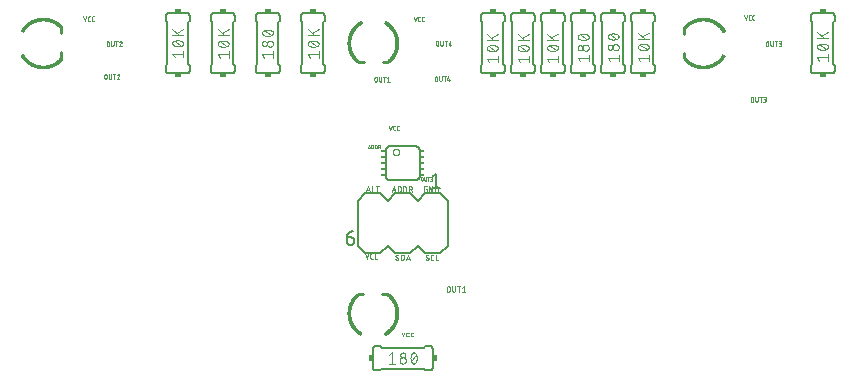
<source format=gto>
G75*
%MOIN*%
%OFA0B0*%
%FSLAX25Y25*%
%IPPOS*%
%LPD*%
%AMOC8*
5,1,8,0,0,1.08239X$1,22.5*
%
%ADD10C,0.00200*%
%ADD11C,0.00100*%
%ADD12C,0.00300*%
%ADD13C,0.00600*%
%ADD14R,0.02000X0.01500*%
%ADD15R,0.01500X0.02000*%
%ADD16C,0.00500*%
%ADD17C,0.01000*%
%ADD18R,0.01378X0.00984*%
D10*
X0169900Y0080100D02*
X0169300Y0081900D01*
X0170500Y0081900D02*
X0169900Y0080100D01*
X0171194Y0080500D02*
X0171194Y0081500D01*
X0171196Y0081539D01*
X0171202Y0081578D01*
X0171211Y0081616D01*
X0171224Y0081653D01*
X0171241Y0081689D01*
X0171261Y0081722D01*
X0171285Y0081754D01*
X0171311Y0081783D01*
X0171340Y0081809D01*
X0171372Y0081833D01*
X0171405Y0081853D01*
X0171441Y0081870D01*
X0171478Y0081883D01*
X0171516Y0081892D01*
X0171555Y0081898D01*
X0171594Y0081900D01*
X0171994Y0081900D01*
X0172694Y0081500D02*
X0172694Y0080500D01*
X0172696Y0080461D01*
X0172702Y0080422D01*
X0172711Y0080384D01*
X0172724Y0080347D01*
X0172741Y0080311D01*
X0172761Y0080278D01*
X0172785Y0080246D01*
X0172811Y0080217D01*
X0172840Y0080191D01*
X0172872Y0080167D01*
X0172905Y0080147D01*
X0172941Y0080130D01*
X0172978Y0080117D01*
X0173016Y0080108D01*
X0173055Y0080102D01*
X0173094Y0080100D01*
X0173494Y0080100D01*
X0172694Y0081500D02*
X0172696Y0081539D01*
X0172702Y0081578D01*
X0172711Y0081616D01*
X0172724Y0081653D01*
X0172741Y0081689D01*
X0172761Y0081722D01*
X0172785Y0081754D01*
X0172811Y0081783D01*
X0172840Y0081809D01*
X0172872Y0081833D01*
X0172905Y0081853D01*
X0172941Y0081870D01*
X0172978Y0081883D01*
X0173016Y0081892D01*
X0173055Y0081898D01*
X0173094Y0081900D01*
X0173494Y0081900D01*
X0171994Y0080100D02*
X0171594Y0080100D01*
X0171555Y0080102D01*
X0171516Y0080108D01*
X0171478Y0080117D01*
X0171441Y0080130D01*
X0171405Y0080147D01*
X0171372Y0080167D01*
X0171340Y0080191D01*
X0171311Y0080217D01*
X0171285Y0080246D01*
X0171261Y0080278D01*
X0171241Y0080311D01*
X0171224Y0080347D01*
X0171211Y0080384D01*
X0171202Y0080422D01*
X0171196Y0080461D01*
X0171194Y0080500D01*
X0179750Y0080750D02*
X0180300Y0080450D01*
X0180100Y0079700D02*
X0180044Y0079702D01*
X0179989Y0079707D01*
X0179934Y0079716D01*
X0179880Y0079729D01*
X0179827Y0079745D01*
X0179775Y0079765D01*
X0179724Y0079788D01*
X0179675Y0079814D01*
X0179628Y0079844D01*
X0179583Y0079876D01*
X0179540Y0079912D01*
X0179500Y0079950D01*
X0180300Y0080450D02*
X0180332Y0080429D01*
X0180362Y0080405D01*
X0180390Y0080378D01*
X0180415Y0080349D01*
X0180437Y0080318D01*
X0180456Y0080285D01*
X0180471Y0080250D01*
X0180484Y0080213D01*
X0180493Y0080176D01*
X0180498Y0080138D01*
X0180500Y0080100D01*
X0180498Y0080061D01*
X0180492Y0080022D01*
X0180483Y0079984D01*
X0180470Y0079947D01*
X0180453Y0079911D01*
X0180433Y0079878D01*
X0180409Y0079846D01*
X0180383Y0079817D01*
X0180354Y0079791D01*
X0180322Y0079767D01*
X0180289Y0079747D01*
X0180253Y0079730D01*
X0180216Y0079717D01*
X0180178Y0079708D01*
X0180139Y0079702D01*
X0180100Y0079700D01*
X0180400Y0081350D02*
X0180356Y0081381D01*
X0180310Y0081408D01*
X0180262Y0081432D01*
X0180212Y0081453D01*
X0180162Y0081470D01*
X0180110Y0081483D01*
X0180057Y0081492D01*
X0180004Y0081498D01*
X0179950Y0081500D01*
X0179911Y0081498D01*
X0179872Y0081492D01*
X0179834Y0081483D01*
X0179797Y0081470D01*
X0179761Y0081453D01*
X0179728Y0081433D01*
X0179696Y0081409D01*
X0179667Y0081383D01*
X0179641Y0081354D01*
X0179617Y0081322D01*
X0179597Y0081289D01*
X0179580Y0081253D01*
X0179567Y0081216D01*
X0179558Y0081178D01*
X0179552Y0081139D01*
X0179550Y0081100D01*
X0179552Y0081062D01*
X0179557Y0081024D01*
X0179566Y0080987D01*
X0179579Y0080950D01*
X0179594Y0080915D01*
X0179613Y0080882D01*
X0179635Y0080851D01*
X0179660Y0080822D01*
X0179688Y0080795D01*
X0179718Y0080771D01*
X0179750Y0080750D01*
X0181300Y0081500D02*
X0181800Y0081500D01*
X0181844Y0081498D01*
X0181887Y0081492D01*
X0181929Y0081483D01*
X0181971Y0081470D01*
X0182011Y0081453D01*
X0182050Y0081433D01*
X0182087Y0081410D01*
X0182121Y0081383D01*
X0182154Y0081354D01*
X0182183Y0081321D01*
X0182210Y0081287D01*
X0182233Y0081250D01*
X0182253Y0081211D01*
X0182270Y0081171D01*
X0182283Y0081129D01*
X0182292Y0081087D01*
X0182298Y0081044D01*
X0182300Y0081000D01*
X0182300Y0080200D01*
X0182298Y0080156D01*
X0182292Y0080113D01*
X0182283Y0080071D01*
X0182270Y0080029D01*
X0182253Y0079989D01*
X0182233Y0079950D01*
X0182210Y0079913D01*
X0182183Y0079879D01*
X0182154Y0079846D01*
X0182121Y0079817D01*
X0182087Y0079790D01*
X0182050Y0079767D01*
X0182011Y0079747D01*
X0181971Y0079730D01*
X0181929Y0079717D01*
X0181887Y0079708D01*
X0181844Y0079702D01*
X0181800Y0079700D01*
X0181300Y0079700D01*
X0181300Y0081500D01*
X0183210Y0080150D02*
X0184110Y0080150D01*
X0184260Y0079700D02*
X0183660Y0081500D01*
X0183060Y0079700D01*
X0189850Y0080750D02*
X0190400Y0080450D01*
X0190200Y0079700D02*
X0190144Y0079702D01*
X0190089Y0079707D01*
X0190034Y0079716D01*
X0189980Y0079729D01*
X0189927Y0079745D01*
X0189875Y0079765D01*
X0189824Y0079788D01*
X0189775Y0079814D01*
X0189728Y0079844D01*
X0189683Y0079876D01*
X0189640Y0079912D01*
X0189600Y0079950D01*
X0190400Y0080450D02*
X0190432Y0080429D01*
X0190462Y0080405D01*
X0190490Y0080378D01*
X0190515Y0080349D01*
X0190537Y0080318D01*
X0190556Y0080285D01*
X0190571Y0080250D01*
X0190584Y0080213D01*
X0190593Y0080176D01*
X0190598Y0080138D01*
X0190600Y0080100D01*
X0190598Y0080061D01*
X0190592Y0080022D01*
X0190583Y0079984D01*
X0190570Y0079947D01*
X0190553Y0079911D01*
X0190533Y0079878D01*
X0190509Y0079846D01*
X0190483Y0079817D01*
X0190454Y0079791D01*
X0190422Y0079767D01*
X0190389Y0079747D01*
X0190353Y0079730D01*
X0190316Y0079717D01*
X0190278Y0079708D01*
X0190239Y0079702D01*
X0190200Y0079700D01*
X0190500Y0081350D02*
X0190456Y0081381D01*
X0190410Y0081408D01*
X0190362Y0081432D01*
X0190312Y0081453D01*
X0190262Y0081470D01*
X0190210Y0081483D01*
X0190157Y0081492D01*
X0190104Y0081498D01*
X0190050Y0081500D01*
X0190011Y0081498D01*
X0189972Y0081492D01*
X0189934Y0081483D01*
X0189897Y0081470D01*
X0189861Y0081453D01*
X0189828Y0081433D01*
X0189796Y0081409D01*
X0189767Y0081383D01*
X0189741Y0081354D01*
X0189717Y0081322D01*
X0189697Y0081289D01*
X0189680Y0081253D01*
X0189667Y0081216D01*
X0189658Y0081178D01*
X0189652Y0081139D01*
X0189650Y0081100D01*
X0189652Y0081062D01*
X0189657Y0081024D01*
X0189666Y0080987D01*
X0189679Y0080950D01*
X0189694Y0080915D01*
X0189713Y0080882D01*
X0189735Y0080851D01*
X0189760Y0080822D01*
X0189788Y0080795D01*
X0189818Y0080771D01*
X0189850Y0080750D01*
X0191334Y0081100D02*
X0191334Y0080100D01*
X0191336Y0080061D01*
X0191342Y0080022D01*
X0191351Y0079984D01*
X0191364Y0079947D01*
X0191381Y0079911D01*
X0191401Y0079878D01*
X0191425Y0079846D01*
X0191451Y0079817D01*
X0191480Y0079791D01*
X0191512Y0079767D01*
X0191545Y0079747D01*
X0191581Y0079730D01*
X0191618Y0079717D01*
X0191656Y0079708D01*
X0191695Y0079702D01*
X0191734Y0079700D01*
X0192134Y0079700D01*
X0192904Y0079700D02*
X0193704Y0079700D01*
X0192904Y0079700D02*
X0192904Y0081500D01*
X0192134Y0081500D02*
X0191734Y0081500D01*
X0191695Y0081498D01*
X0191656Y0081492D01*
X0191618Y0081483D01*
X0191581Y0081470D01*
X0191545Y0081453D01*
X0191512Y0081433D01*
X0191480Y0081409D01*
X0191451Y0081383D01*
X0191425Y0081354D01*
X0191401Y0081322D01*
X0191381Y0081289D01*
X0191364Y0081253D01*
X0191351Y0081216D01*
X0191342Y0081178D01*
X0191336Y0081139D01*
X0191334Y0081100D01*
X0196600Y0070400D02*
X0196600Y0069600D01*
X0196602Y0069556D01*
X0196608Y0069513D01*
X0196617Y0069471D01*
X0196630Y0069429D01*
X0196647Y0069389D01*
X0196667Y0069350D01*
X0196690Y0069313D01*
X0196717Y0069279D01*
X0196746Y0069246D01*
X0196779Y0069217D01*
X0196813Y0069190D01*
X0196850Y0069167D01*
X0196889Y0069147D01*
X0196929Y0069130D01*
X0196971Y0069117D01*
X0197013Y0069108D01*
X0197056Y0069102D01*
X0197100Y0069100D01*
X0197144Y0069102D01*
X0197187Y0069108D01*
X0197229Y0069117D01*
X0197271Y0069130D01*
X0197311Y0069147D01*
X0197350Y0069167D01*
X0197387Y0069190D01*
X0197421Y0069217D01*
X0197454Y0069246D01*
X0197483Y0069279D01*
X0197510Y0069313D01*
X0197533Y0069350D01*
X0197553Y0069389D01*
X0197570Y0069429D01*
X0197583Y0069471D01*
X0197592Y0069513D01*
X0197598Y0069556D01*
X0197600Y0069600D01*
X0197600Y0070400D01*
X0197598Y0070444D01*
X0197592Y0070487D01*
X0197583Y0070529D01*
X0197570Y0070571D01*
X0197553Y0070611D01*
X0197533Y0070650D01*
X0197510Y0070687D01*
X0197483Y0070721D01*
X0197454Y0070754D01*
X0197421Y0070783D01*
X0197387Y0070810D01*
X0197350Y0070833D01*
X0197311Y0070853D01*
X0197271Y0070870D01*
X0197229Y0070883D01*
X0197187Y0070892D01*
X0197144Y0070898D01*
X0197100Y0070900D01*
X0197056Y0070898D01*
X0197013Y0070892D01*
X0196971Y0070883D01*
X0196929Y0070870D01*
X0196889Y0070853D01*
X0196850Y0070833D01*
X0196813Y0070810D01*
X0196779Y0070783D01*
X0196746Y0070754D01*
X0196717Y0070721D01*
X0196690Y0070687D01*
X0196667Y0070650D01*
X0196647Y0070611D01*
X0196630Y0070571D01*
X0196617Y0070529D01*
X0196608Y0070487D01*
X0196602Y0070444D01*
X0196600Y0070400D01*
X0198460Y0070900D02*
X0198460Y0069600D01*
X0198462Y0069556D01*
X0198468Y0069513D01*
X0198477Y0069471D01*
X0198490Y0069429D01*
X0198507Y0069389D01*
X0198527Y0069350D01*
X0198550Y0069313D01*
X0198577Y0069279D01*
X0198606Y0069246D01*
X0198639Y0069217D01*
X0198673Y0069190D01*
X0198710Y0069167D01*
X0198749Y0069147D01*
X0198789Y0069130D01*
X0198831Y0069117D01*
X0198873Y0069108D01*
X0198916Y0069102D01*
X0198960Y0069100D01*
X0199004Y0069102D01*
X0199047Y0069108D01*
X0199089Y0069117D01*
X0199131Y0069130D01*
X0199171Y0069147D01*
X0199210Y0069167D01*
X0199247Y0069190D01*
X0199281Y0069217D01*
X0199314Y0069246D01*
X0199343Y0069279D01*
X0199370Y0069313D01*
X0199393Y0069350D01*
X0199413Y0069389D01*
X0199430Y0069429D01*
X0199443Y0069471D01*
X0199452Y0069513D01*
X0199458Y0069556D01*
X0199460Y0069600D01*
X0199460Y0070900D01*
X0200200Y0070900D02*
X0201200Y0070900D01*
X0200700Y0070900D02*
X0200700Y0069100D01*
X0201880Y0069100D02*
X0202880Y0069100D01*
X0202380Y0069100D02*
X0202380Y0070900D01*
X0201880Y0070500D01*
X0185282Y0055400D02*
X0184882Y0055400D01*
X0184848Y0055398D01*
X0184815Y0055392D01*
X0184783Y0055383D01*
X0184752Y0055370D01*
X0184722Y0055354D01*
X0184695Y0055335D01*
X0184670Y0055312D01*
X0184647Y0055287D01*
X0184628Y0055260D01*
X0184612Y0055230D01*
X0184599Y0055199D01*
X0184590Y0055167D01*
X0184584Y0055134D01*
X0184582Y0055100D01*
X0184582Y0054500D01*
X0184584Y0054466D01*
X0184590Y0054433D01*
X0184599Y0054401D01*
X0184612Y0054370D01*
X0184628Y0054340D01*
X0184647Y0054313D01*
X0184670Y0054288D01*
X0184695Y0054265D01*
X0184722Y0054246D01*
X0184752Y0054230D01*
X0184783Y0054217D01*
X0184815Y0054208D01*
X0184848Y0054202D01*
X0184882Y0054200D01*
X0185282Y0054200D01*
X0183902Y0054200D02*
X0183502Y0054200D01*
X0183468Y0054202D01*
X0183435Y0054208D01*
X0183403Y0054217D01*
X0183372Y0054230D01*
X0183342Y0054246D01*
X0183315Y0054265D01*
X0183290Y0054288D01*
X0183267Y0054313D01*
X0183248Y0054340D01*
X0183232Y0054370D01*
X0183219Y0054401D01*
X0183210Y0054433D01*
X0183204Y0054466D01*
X0183202Y0054500D01*
X0183202Y0055100D01*
X0183204Y0055134D01*
X0183210Y0055167D01*
X0183219Y0055199D01*
X0183232Y0055230D01*
X0183248Y0055260D01*
X0183267Y0055287D01*
X0183290Y0055312D01*
X0183315Y0055335D01*
X0183342Y0055354D01*
X0183372Y0055370D01*
X0183403Y0055383D01*
X0183435Y0055392D01*
X0183468Y0055398D01*
X0183502Y0055400D01*
X0183902Y0055400D01*
X0182500Y0055400D02*
X0182100Y0054200D01*
X0181700Y0055400D01*
X0182180Y0102400D02*
X0182680Y0102400D01*
X0182724Y0102402D01*
X0182767Y0102408D01*
X0182809Y0102417D01*
X0182851Y0102430D01*
X0182891Y0102447D01*
X0182930Y0102467D01*
X0182967Y0102490D01*
X0183001Y0102517D01*
X0183034Y0102546D01*
X0183063Y0102579D01*
X0183090Y0102613D01*
X0183113Y0102650D01*
X0183133Y0102689D01*
X0183150Y0102729D01*
X0183163Y0102771D01*
X0183172Y0102813D01*
X0183178Y0102856D01*
X0183180Y0102900D01*
X0183180Y0103700D01*
X0183178Y0103744D01*
X0183172Y0103787D01*
X0183163Y0103829D01*
X0183150Y0103871D01*
X0183133Y0103911D01*
X0183113Y0103950D01*
X0183090Y0103987D01*
X0183063Y0104021D01*
X0183034Y0104054D01*
X0183001Y0104083D01*
X0182967Y0104110D01*
X0182930Y0104133D01*
X0182891Y0104153D01*
X0182851Y0104170D01*
X0182809Y0104183D01*
X0182767Y0104192D01*
X0182724Y0104198D01*
X0182680Y0104200D01*
X0182180Y0104200D01*
X0182180Y0102400D01*
X0181260Y0102900D02*
X0181260Y0103700D01*
X0181258Y0103744D01*
X0181252Y0103787D01*
X0181243Y0103829D01*
X0181230Y0103871D01*
X0181213Y0103911D01*
X0181193Y0103950D01*
X0181170Y0103987D01*
X0181143Y0104021D01*
X0181114Y0104054D01*
X0181081Y0104083D01*
X0181047Y0104110D01*
X0181010Y0104133D01*
X0180971Y0104153D01*
X0180931Y0104170D01*
X0180889Y0104183D01*
X0180847Y0104192D01*
X0180804Y0104198D01*
X0180760Y0104200D01*
X0180260Y0104200D01*
X0180260Y0102400D01*
X0180760Y0102400D01*
X0180804Y0102402D01*
X0180847Y0102408D01*
X0180889Y0102417D01*
X0180931Y0102430D01*
X0180971Y0102447D01*
X0181010Y0102467D01*
X0181047Y0102490D01*
X0181081Y0102517D01*
X0181114Y0102546D01*
X0181143Y0102579D01*
X0181170Y0102613D01*
X0181193Y0102650D01*
X0181213Y0102689D01*
X0181230Y0102729D01*
X0181243Y0102771D01*
X0181252Y0102813D01*
X0181258Y0102856D01*
X0181260Y0102900D01*
X0179500Y0102400D02*
X0178900Y0104200D01*
X0178300Y0102400D01*
X0178450Y0102850D02*
X0179350Y0102850D01*
X0184113Y0103200D02*
X0184613Y0103200D01*
X0184713Y0103200D02*
X0185113Y0102400D01*
X0184113Y0102400D02*
X0184113Y0104200D01*
X0184613Y0104200D01*
X0184657Y0104198D01*
X0184700Y0104192D01*
X0184742Y0104183D01*
X0184784Y0104170D01*
X0184824Y0104153D01*
X0184863Y0104133D01*
X0184900Y0104110D01*
X0184934Y0104083D01*
X0184967Y0104054D01*
X0184996Y0104021D01*
X0185023Y0103987D01*
X0185046Y0103950D01*
X0185066Y0103911D01*
X0185083Y0103871D01*
X0185096Y0103829D01*
X0185105Y0103787D01*
X0185111Y0103744D01*
X0185113Y0103700D01*
X0185111Y0103656D01*
X0185105Y0103613D01*
X0185096Y0103571D01*
X0185083Y0103529D01*
X0185066Y0103489D01*
X0185046Y0103450D01*
X0185023Y0103413D01*
X0184996Y0103379D01*
X0184967Y0103346D01*
X0184934Y0103317D01*
X0184900Y0103290D01*
X0184863Y0103267D01*
X0184824Y0103247D01*
X0184784Y0103230D01*
X0184742Y0103217D01*
X0184700Y0103208D01*
X0184657Y0103202D01*
X0184613Y0103200D01*
X0188900Y0102800D02*
X0188900Y0103800D01*
X0188902Y0103839D01*
X0188908Y0103878D01*
X0188917Y0103916D01*
X0188930Y0103953D01*
X0188947Y0103989D01*
X0188967Y0104022D01*
X0188991Y0104054D01*
X0189017Y0104083D01*
X0189046Y0104109D01*
X0189078Y0104133D01*
X0189111Y0104153D01*
X0189147Y0104170D01*
X0189184Y0104183D01*
X0189222Y0104192D01*
X0189261Y0104198D01*
X0189300Y0104200D01*
X0189900Y0104200D01*
X0189900Y0103400D02*
X0189900Y0102400D01*
X0189300Y0102400D01*
X0189261Y0102402D01*
X0189222Y0102408D01*
X0189184Y0102417D01*
X0189147Y0102430D01*
X0189111Y0102447D01*
X0189078Y0102467D01*
X0189046Y0102491D01*
X0189017Y0102517D01*
X0188991Y0102546D01*
X0188967Y0102578D01*
X0188947Y0102611D01*
X0188930Y0102647D01*
X0188917Y0102684D01*
X0188908Y0102722D01*
X0188902Y0102761D01*
X0188900Y0102800D01*
X0189600Y0103400D02*
X0189900Y0103400D01*
X0190820Y0104200D02*
X0191820Y0102400D01*
X0191820Y0104200D01*
X0192740Y0104200D02*
X0192740Y0102400D01*
X0193240Y0102400D01*
X0193284Y0102402D01*
X0193327Y0102408D01*
X0193369Y0102417D01*
X0193411Y0102430D01*
X0193451Y0102447D01*
X0193490Y0102467D01*
X0193527Y0102490D01*
X0193561Y0102517D01*
X0193594Y0102546D01*
X0193623Y0102579D01*
X0193650Y0102613D01*
X0193673Y0102650D01*
X0193693Y0102689D01*
X0193710Y0102729D01*
X0193723Y0102771D01*
X0193732Y0102813D01*
X0193738Y0102856D01*
X0193740Y0102900D01*
X0193740Y0103700D01*
X0193738Y0103744D01*
X0193732Y0103787D01*
X0193723Y0103829D01*
X0193710Y0103871D01*
X0193693Y0103911D01*
X0193673Y0103950D01*
X0193650Y0103987D01*
X0193623Y0104021D01*
X0193594Y0104054D01*
X0193561Y0104083D01*
X0193527Y0104110D01*
X0193490Y0104133D01*
X0193451Y0104153D01*
X0193411Y0104170D01*
X0193369Y0104183D01*
X0193327Y0104192D01*
X0193284Y0104198D01*
X0193240Y0104200D01*
X0192740Y0104200D01*
X0190820Y0104200D02*
X0190820Y0102400D01*
X0174040Y0104200D02*
X0173040Y0104200D01*
X0173540Y0104200D02*
X0173540Y0102400D01*
X0172464Y0102400D02*
X0171664Y0102400D01*
X0171664Y0104200D01*
X0170300Y0104200D02*
X0170900Y0102400D01*
X0170750Y0102850D02*
X0169850Y0102850D01*
X0169700Y0102400D02*
X0170300Y0104200D01*
X0178601Y0115723D02*
X0178603Y0115788D01*
X0178609Y0115854D01*
X0178619Y0115918D01*
X0178633Y0115982D01*
X0178651Y0116046D01*
X0178672Y0116107D01*
X0178697Y0116168D01*
X0178726Y0116227D01*
X0178759Y0116283D01*
X0178795Y0116338D01*
X0178834Y0116391D01*
X0178876Y0116441D01*
X0178921Y0116488D01*
X0178969Y0116533D01*
X0179020Y0116574D01*
X0179073Y0116613D01*
X0179129Y0116648D01*
X0179186Y0116679D01*
X0179245Y0116707D01*
X0179306Y0116732D01*
X0179368Y0116752D01*
X0179431Y0116769D01*
X0179496Y0116782D01*
X0179561Y0116791D01*
X0179626Y0116796D01*
X0179691Y0116797D01*
X0179757Y0116794D01*
X0179822Y0116787D01*
X0179887Y0116776D01*
X0179950Y0116761D01*
X0180013Y0116742D01*
X0180075Y0116720D01*
X0180135Y0116694D01*
X0180193Y0116664D01*
X0180249Y0116631D01*
X0180304Y0116594D01*
X0180356Y0116554D01*
X0180405Y0116511D01*
X0180452Y0116465D01*
X0180495Y0116416D01*
X0180536Y0116365D01*
X0180574Y0116311D01*
X0180608Y0116255D01*
X0180639Y0116197D01*
X0180666Y0116138D01*
X0180689Y0116077D01*
X0180709Y0116014D01*
X0180725Y0115951D01*
X0180737Y0115886D01*
X0180745Y0115821D01*
X0180749Y0115756D01*
X0180749Y0115690D01*
X0180745Y0115625D01*
X0180737Y0115560D01*
X0180725Y0115495D01*
X0180709Y0115432D01*
X0180689Y0115369D01*
X0180666Y0115308D01*
X0180639Y0115249D01*
X0180608Y0115191D01*
X0180574Y0115135D01*
X0180536Y0115081D01*
X0180495Y0115030D01*
X0180452Y0114981D01*
X0180405Y0114935D01*
X0180356Y0114892D01*
X0180304Y0114852D01*
X0180249Y0114815D01*
X0180193Y0114782D01*
X0180135Y0114752D01*
X0180075Y0114726D01*
X0180013Y0114704D01*
X0179950Y0114685D01*
X0179887Y0114670D01*
X0179822Y0114659D01*
X0179757Y0114652D01*
X0179691Y0114649D01*
X0179626Y0114650D01*
X0179561Y0114655D01*
X0179496Y0114664D01*
X0179431Y0114677D01*
X0179368Y0114694D01*
X0179306Y0114714D01*
X0179245Y0114739D01*
X0179186Y0114767D01*
X0179129Y0114798D01*
X0179073Y0114833D01*
X0179020Y0114872D01*
X0178969Y0114913D01*
X0178921Y0114958D01*
X0178876Y0115005D01*
X0178834Y0115055D01*
X0178795Y0115108D01*
X0178759Y0115163D01*
X0178726Y0115219D01*
X0178697Y0115278D01*
X0178672Y0115339D01*
X0178651Y0115400D01*
X0178633Y0115464D01*
X0178619Y0115528D01*
X0178609Y0115592D01*
X0178603Y0115658D01*
X0178601Y0115723D01*
D11*
X0174449Y0116850D02*
X0174205Y0117339D01*
X0174144Y0117339D02*
X0173838Y0117339D01*
X0174144Y0117338D02*
X0174178Y0117340D01*
X0174212Y0117346D01*
X0174245Y0117355D01*
X0174277Y0117368D01*
X0174307Y0117385D01*
X0174335Y0117405D01*
X0174360Y0117428D01*
X0174383Y0117453D01*
X0174403Y0117481D01*
X0174420Y0117511D01*
X0174433Y0117543D01*
X0174442Y0117576D01*
X0174448Y0117610D01*
X0174450Y0117644D01*
X0174448Y0117678D01*
X0174442Y0117712D01*
X0174433Y0117745D01*
X0174420Y0117777D01*
X0174403Y0117807D01*
X0174383Y0117835D01*
X0174360Y0117860D01*
X0174335Y0117883D01*
X0174307Y0117903D01*
X0174277Y0117920D01*
X0174245Y0117933D01*
X0174212Y0117942D01*
X0174178Y0117948D01*
X0174144Y0117950D01*
X0173838Y0117950D01*
X0173838Y0116850D01*
X0173290Y0117156D02*
X0173290Y0117644D01*
X0173291Y0117644D02*
X0173289Y0117678D01*
X0173283Y0117712D01*
X0173274Y0117745D01*
X0173261Y0117777D01*
X0173244Y0117807D01*
X0173224Y0117835D01*
X0173201Y0117860D01*
X0173176Y0117883D01*
X0173148Y0117903D01*
X0173118Y0117920D01*
X0173086Y0117933D01*
X0173053Y0117942D01*
X0173019Y0117948D01*
X0172985Y0117950D01*
X0172679Y0117950D01*
X0172679Y0116850D01*
X0172985Y0116850D01*
X0173019Y0116852D01*
X0173053Y0116858D01*
X0173086Y0116867D01*
X0173118Y0116880D01*
X0173148Y0116897D01*
X0173176Y0116917D01*
X0173201Y0116940D01*
X0173224Y0116965D01*
X0173244Y0116993D01*
X0173261Y0117023D01*
X0173274Y0117055D01*
X0173283Y0117088D01*
X0173289Y0117122D01*
X0173291Y0117156D01*
X0172138Y0117156D02*
X0172138Y0117644D01*
X0172139Y0117644D02*
X0172137Y0117678D01*
X0172131Y0117712D01*
X0172122Y0117745D01*
X0172109Y0117777D01*
X0172092Y0117807D01*
X0172072Y0117835D01*
X0172049Y0117860D01*
X0172024Y0117883D01*
X0171996Y0117903D01*
X0171966Y0117920D01*
X0171934Y0117933D01*
X0171901Y0117942D01*
X0171867Y0117948D01*
X0171833Y0117950D01*
X0171527Y0117950D01*
X0171527Y0116850D01*
X0171833Y0116850D01*
X0171867Y0116852D01*
X0171901Y0116858D01*
X0171934Y0116867D01*
X0171966Y0116880D01*
X0171996Y0116897D01*
X0172024Y0116917D01*
X0172049Y0116940D01*
X0172072Y0116965D01*
X0172092Y0116993D01*
X0172109Y0117023D01*
X0172122Y0117055D01*
X0172131Y0117088D01*
X0172137Y0117122D01*
X0172139Y0117156D01*
X0171083Y0116850D02*
X0170717Y0117950D01*
X0170350Y0116850D01*
X0170442Y0117125D02*
X0170992Y0117125D01*
X0177850Y0122950D02*
X0178350Y0124450D01*
X0178870Y0124117D02*
X0178870Y0123283D01*
X0178872Y0123248D01*
X0178877Y0123214D01*
X0178886Y0123180D01*
X0178899Y0123148D01*
X0178915Y0123117D01*
X0178934Y0123087D01*
X0178956Y0123060D01*
X0178980Y0123036D01*
X0179007Y0123014D01*
X0179037Y0122995D01*
X0179068Y0122979D01*
X0179100Y0122966D01*
X0179134Y0122957D01*
X0179168Y0122952D01*
X0179203Y0122950D01*
X0179536Y0122950D01*
X0180070Y0123283D02*
X0180070Y0124117D01*
X0180072Y0124152D01*
X0180077Y0124186D01*
X0180086Y0124220D01*
X0180099Y0124252D01*
X0180115Y0124283D01*
X0180134Y0124313D01*
X0180156Y0124340D01*
X0180180Y0124364D01*
X0180207Y0124386D01*
X0180236Y0124405D01*
X0180268Y0124421D01*
X0180300Y0124434D01*
X0180334Y0124443D01*
X0180368Y0124448D01*
X0180403Y0124450D01*
X0180736Y0124450D01*
X0179536Y0124450D02*
X0179203Y0124450D01*
X0179168Y0124448D01*
X0179134Y0124443D01*
X0179100Y0124434D01*
X0179068Y0124421D01*
X0179036Y0124405D01*
X0179007Y0124386D01*
X0178980Y0124364D01*
X0178956Y0124340D01*
X0178934Y0124313D01*
X0178915Y0124283D01*
X0178899Y0124252D01*
X0178886Y0124220D01*
X0178877Y0124186D01*
X0178872Y0124152D01*
X0178870Y0124117D01*
X0177850Y0122950D02*
X0177350Y0124450D01*
X0180070Y0123283D02*
X0180072Y0123248D01*
X0180077Y0123214D01*
X0180086Y0123180D01*
X0180099Y0123148D01*
X0180115Y0123117D01*
X0180134Y0123087D01*
X0180156Y0123060D01*
X0180180Y0123036D01*
X0180207Y0123014D01*
X0180237Y0122995D01*
X0180268Y0122979D01*
X0180300Y0122966D01*
X0180334Y0122957D01*
X0180368Y0122952D01*
X0180403Y0122950D01*
X0180736Y0122950D01*
X0177607Y0139150D02*
X0176774Y0139150D01*
X0177191Y0139150D02*
X0177191Y0140650D01*
X0176774Y0140317D01*
X0176263Y0140650D02*
X0175430Y0140650D01*
X0175847Y0140650D02*
X0175847Y0139150D01*
X0174871Y0139567D02*
X0174871Y0140650D01*
X0174038Y0140650D02*
X0174038Y0139567D01*
X0174040Y0139527D01*
X0174046Y0139488D01*
X0174055Y0139450D01*
X0174068Y0139412D01*
X0174084Y0139376D01*
X0174104Y0139342D01*
X0174127Y0139309D01*
X0174153Y0139279D01*
X0174182Y0139252D01*
X0174213Y0139227D01*
X0174247Y0139206D01*
X0174282Y0139188D01*
X0174319Y0139173D01*
X0174357Y0139162D01*
X0174396Y0139154D01*
X0174435Y0139150D01*
X0174475Y0139150D01*
X0174514Y0139154D01*
X0174553Y0139162D01*
X0174591Y0139173D01*
X0174628Y0139188D01*
X0174664Y0139206D01*
X0174697Y0139227D01*
X0174728Y0139252D01*
X0174757Y0139279D01*
X0174783Y0139309D01*
X0174806Y0139342D01*
X0174826Y0139376D01*
X0174842Y0139412D01*
X0174855Y0139450D01*
X0174864Y0139488D01*
X0174870Y0139527D01*
X0174872Y0139567D01*
X0173383Y0139567D02*
X0173383Y0140233D01*
X0173384Y0140233D02*
X0173382Y0140273D01*
X0173376Y0140312D01*
X0173367Y0140350D01*
X0173354Y0140388D01*
X0173338Y0140424D01*
X0173318Y0140458D01*
X0173295Y0140491D01*
X0173269Y0140521D01*
X0173240Y0140548D01*
X0173209Y0140573D01*
X0173176Y0140594D01*
X0173140Y0140612D01*
X0173103Y0140627D01*
X0173065Y0140638D01*
X0173026Y0140646D01*
X0172987Y0140650D01*
X0172947Y0140650D01*
X0172908Y0140646D01*
X0172869Y0140638D01*
X0172831Y0140627D01*
X0172794Y0140612D01*
X0172759Y0140594D01*
X0172725Y0140573D01*
X0172694Y0140548D01*
X0172665Y0140521D01*
X0172639Y0140491D01*
X0172616Y0140458D01*
X0172596Y0140424D01*
X0172580Y0140388D01*
X0172567Y0140350D01*
X0172558Y0140312D01*
X0172552Y0140273D01*
X0172550Y0140233D01*
X0172550Y0139567D01*
X0172552Y0139527D01*
X0172558Y0139488D01*
X0172567Y0139450D01*
X0172580Y0139412D01*
X0172596Y0139376D01*
X0172616Y0139342D01*
X0172639Y0139309D01*
X0172665Y0139279D01*
X0172694Y0139252D01*
X0172725Y0139227D01*
X0172759Y0139206D01*
X0172794Y0139188D01*
X0172831Y0139173D01*
X0172869Y0139162D01*
X0172908Y0139154D01*
X0172947Y0139150D01*
X0172987Y0139150D01*
X0173026Y0139154D01*
X0173065Y0139162D01*
X0173103Y0139173D01*
X0173140Y0139188D01*
X0173176Y0139206D01*
X0173209Y0139227D01*
X0173240Y0139252D01*
X0173269Y0139279D01*
X0173295Y0139309D01*
X0173318Y0139342D01*
X0173338Y0139376D01*
X0173354Y0139412D01*
X0173367Y0139450D01*
X0173376Y0139488D01*
X0173382Y0139527D01*
X0173384Y0139567D01*
X0192650Y0139767D02*
X0192650Y0140433D01*
X0192652Y0140473D01*
X0192658Y0140512D01*
X0192667Y0140550D01*
X0192680Y0140588D01*
X0192696Y0140624D01*
X0192716Y0140658D01*
X0192739Y0140691D01*
X0192765Y0140721D01*
X0192794Y0140748D01*
X0192825Y0140773D01*
X0192859Y0140794D01*
X0192894Y0140812D01*
X0192931Y0140827D01*
X0192969Y0140838D01*
X0193008Y0140846D01*
X0193047Y0140850D01*
X0193087Y0140850D01*
X0193126Y0140846D01*
X0193165Y0140838D01*
X0193203Y0140827D01*
X0193240Y0140812D01*
X0193276Y0140794D01*
X0193309Y0140773D01*
X0193340Y0140748D01*
X0193369Y0140721D01*
X0193395Y0140691D01*
X0193418Y0140658D01*
X0193438Y0140624D01*
X0193454Y0140588D01*
X0193467Y0140550D01*
X0193476Y0140512D01*
X0193482Y0140473D01*
X0193484Y0140433D01*
X0193483Y0140433D02*
X0193483Y0139767D01*
X0193484Y0139767D02*
X0193482Y0139727D01*
X0193476Y0139688D01*
X0193467Y0139650D01*
X0193454Y0139612D01*
X0193438Y0139576D01*
X0193418Y0139542D01*
X0193395Y0139509D01*
X0193369Y0139479D01*
X0193340Y0139452D01*
X0193309Y0139427D01*
X0193276Y0139406D01*
X0193240Y0139388D01*
X0193203Y0139373D01*
X0193165Y0139362D01*
X0193126Y0139354D01*
X0193087Y0139350D01*
X0193047Y0139350D01*
X0193008Y0139354D01*
X0192969Y0139362D01*
X0192931Y0139373D01*
X0192894Y0139388D01*
X0192859Y0139406D01*
X0192825Y0139427D01*
X0192794Y0139452D01*
X0192765Y0139479D01*
X0192739Y0139509D01*
X0192716Y0139542D01*
X0192696Y0139576D01*
X0192680Y0139612D01*
X0192667Y0139650D01*
X0192658Y0139688D01*
X0192652Y0139727D01*
X0192650Y0139767D01*
X0194138Y0139767D02*
X0194138Y0140850D01*
X0194971Y0140850D02*
X0194971Y0139767D01*
X0194972Y0139767D02*
X0194970Y0139727D01*
X0194964Y0139688D01*
X0194955Y0139650D01*
X0194942Y0139612D01*
X0194926Y0139576D01*
X0194906Y0139542D01*
X0194883Y0139509D01*
X0194857Y0139479D01*
X0194828Y0139452D01*
X0194797Y0139427D01*
X0194764Y0139406D01*
X0194728Y0139388D01*
X0194691Y0139373D01*
X0194653Y0139362D01*
X0194614Y0139354D01*
X0194575Y0139350D01*
X0194535Y0139350D01*
X0194496Y0139354D01*
X0194457Y0139362D01*
X0194419Y0139373D01*
X0194382Y0139388D01*
X0194347Y0139406D01*
X0194313Y0139427D01*
X0194282Y0139452D01*
X0194253Y0139479D01*
X0194227Y0139509D01*
X0194204Y0139542D01*
X0194184Y0139576D01*
X0194168Y0139612D01*
X0194155Y0139650D01*
X0194146Y0139688D01*
X0194140Y0139727D01*
X0194138Y0139767D01*
X0195530Y0140850D02*
X0196363Y0140850D01*
X0195947Y0140850D02*
X0195947Y0139350D01*
X0196874Y0139683D02*
X0197707Y0139683D01*
X0197457Y0139350D02*
X0197457Y0140017D01*
X0196874Y0139683D02*
X0197207Y0140850D01*
X0197857Y0151150D02*
X0197857Y0151817D01*
X0198107Y0151483D02*
X0197274Y0151483D01*
X0197607Y0152650D01*
X0196763Y0152650D02*
X0195930Y0152650D01*
X0196347Y0152650D02*
X0196347Y0151150D01*
X0195371Y0151567D02*
X0195371Y0152650D01*
X0194538Y0152650D02*
X0194538Y0151567D01*
X0194540Y0151527D01*
X0194546Y0151488D01*
X0194555Y0151450D01*
X0194568Y0151412D01*
X0194584Y0151376D01*
X0194604Y0151342D01*
X0194627Y0151309D01*
X0194653Y0151279D01*
X0194682Y0151252D01*
X0194713Y0151227D01*
X0194747Y0151206D01*
X0194782Y0151188D01*
X0194819Y0151173D01*
X0194857Y0151162D01*
X0194896Y0151154D01*
X0194935Y0151150D01*
X0194975Y0151150D01*
X0195014Y0151154D01*
X0195053Y0151162D01*
X0195091Y0151173D01*
X0195128Y0151188D01*
X0195164Y0151206D01*
X0195197Y0151227D01*
X0195228Y0151252D01*
X0195257Y0151279D01*
X0195283Y0151309D01*
X0195306Y0151342D01*
X0195326Y0151376D01*
X0195342Y0151412D01*
X0195355Y0151450D01*
X0195364Y0151488D01*
X0195370Y0151527D01*
X0195372Y0151567D01*
X0193883Y0151567D02*
X0193883Y0152233D01*
X0193884Y0152233D02*
X0193882Y0152273D01*
X0193876Y0152312D01*
X0193867Y0152350D01*
X0193854Y0152388D01*
X0193838Y0152424D01*
X0193818Y0152458D01*
X0193795Y0152491D01*
X0193769Y0152521D01*
X0193740Y0152548D01*
X0193709Y0152573D01*
X0193676Y0152594D01*
X0193640Y0152612D01*
X0193603Y0152627D01*
X0193565Y0152638D01*
X0193526Y0152646D01*
X0193487Y0152650D01*
X0193447Y0152650D01*
X0193408Y0152646D01*
X0193369Y0152638D01*
X0193331Y0152627D01*
X0193294Y0152612D01*
X0193259Y0152594D01*
X0193225Y0152573D01*
X0193194Y0152548D01*
X0193165Y0152521D01*
X0193139Y0152491D01*
X0193116Y0152458D01*
X0193096Y0152424D01*
X0193080Y0152388D01*
X0193067Y0152350D01*
X0193058Y0152312D01*
X0193052Y0152273D01*
X0193050Y0152233D01*
X0193050Y0151567D01*
X0193052Y0151527D01*
X0193058Y0151488D01*
X0193067Y0151450D01*
X0193080Y0151412D01*
X0193096Y0151376D01*
X0193116Y0151342D01*
X0193139Y0151309D01*
X0193165Y0151279D01*
X0193194Y0151252D01*
X0193225Y0151227D01*
X0193259Y0151206D01*
X0193294Y0151188D01*
X0193331Y0151173D01*
X0193369Y0151162D01*
X0193408Y0151154D01*
X0193447Y0151150D01*
X0193487Y0151150D01*
X0193526Y0151154D01*
X0193565Y0151162D01*
X0193603Y0151173D01*
X0193640Y0151188D01*
X0193676Y0151206D01*
X0193709Y0151227D01*
X0193740Y0151252D01*
X0193769Y0151279D01*
X0193795Y0151309D01*
X0193818Y0151342D01*
X0193838Y0151376D01*
X0193854Y0151412D01*
X0193867Y0151450D01*
X0193876Y0151488D01*
X0193882Y0151527D01*
X0193884Y0151567D01*
X0189036Y0159250D02*
X0188703Y0159250D01*
X0188668Y0159252D01*
X0188634Y0159257D01*
X0188600Y0159266D01*
X0188568Y0159279D01*
X0188537Y0159295D01*
X0188507Y0159314D01*
X0188480Y0159336D01*
X0188456Y0159360D01*
X0188434Y0159387D01*
X0188415Y0159417D01*
X0188399Y0159448D01*
X0188386Y0159480D01*
X0188377Y0159514D01*
X0188372Y0159548D01*
X0188370Y0159583D01*
X0188370Y0160417D01*
X0188372Y0160452D01*
X0188377Y0160486D01*
X0188386Y0160520D01*
X0188399Y0160552D01*
X0188415Y0160583D01*
X0188434Y0160613D01*
X0188456Y0160640D01*
X0188480Y0160664D01*
X0188507Y0160686D01*
X0188536Y0160705D01*
X0188568Y0160721D01*
X0188600Y0160734D01*
X0188634Y0160743D01*
X0188668Y0160748D01*
X0188703Y0160750D01*
X0189036Y0160750D01*
X0187836Y0160750D02*
X0187503Y0160750D01*
X0187468Y0160748D01*
X0187434Y0160743D01*
X0187400Y0160734D01*
X0187368Y0160721D01*
X0187336Y0160705D01*
X0187307Y0160686D01*
X0187280Y0160664D01*
X0187256Y0160640D01*
X0187234Y0160613D01*
X0187215Y0160583D01*
X0187199Y0160552D01*
X0187186Y0160520D01*
X0187177Y0160486D01*
X0187172Y0160452D01*
X0187170Y0160417D01*
X0187170Y0159583D01*
X0187172Y0159548D01*
X0187177Y0159514D01*
X0187186Y0159480D01*
X0187199Y0159448D01*
X0187215Y0159417D01*
X0187234Y0159387D01*
X0187256Y0159360D01*
X0187280Y0159336D01*
X0187307Y0159314D01*
X0187337Y0159295D01*
X0187368Y0159279D01*
X0187400Y0159266D01*
X0187434Y0159257D01*
X0187468Y0159252D01*
X0187503Y0159250D01*
X0187836Y0159250D01*
X0186150Y0159250D02*
X0186650Y0160750D01*
X0185650Y0160750D02*
X0186150Y0159250D01*
X0180449Y0152049D02*
X0179549Y0152049D01*
X0179550Y0152050D02*
X0179546Y0152232D01*
X0179539Y0152414D01*
X0179526Y0152596D01*
X0179510Y0152778D01*
X0179489Y0152959D01*
X0179464Y0153139D01*
X0179434Y0153319D01*
X0179400Y0153498D01*
X0179361Y0153677D01*
X0179319Y0153854D01*
X0179272Y0154030D01*
X0179221Y0154205D01*
X0179165Y0154379D01*
X0179106Y0154551D01*
X0179042Y0154722D01*
X0178974Y0154891D01*
X0178903Y0155059D01*
X0178827Y0155225D01*
X0178747Y0155388D01*
X0178663Y0155550D01*
X0178575Y0155710D01*
X0178484Y0155868D01*
X0178389Y0156023D01*
X0178290Y0156176D01*
X0178187Y0156327D01*
X0178081Y0156475D01*
X0177971Y0156621D01*
X0177858Y0156764D01*
X0177741Y0156904D01*
X0177621Y0157041D01*
X0177497Y0157175D01*
X0177371Y0157306D01*
X0177241Y0157434D01*
X0177108Y0157559D01*
X0176973Y0157681D01*
X0176834Y0157800D01*
X0176693Y0157915D01*
X0176548Y0158026D01*
X0176401Y0158134D01*
X0176252Y0158239D01*
X0176100Y0158340D01*
X0175946Y0158437D01*
X0175789Y0158530D01*
X0176235Y0159311D01*
X0176236Y0159312D01*
X0176411Y0159207D01*
X0176584Y0159098D01*
X0176755Y0158985D01*
X0176922Y0158868D01*
X0177087Y0158747D01*
X0177249Y0158622D01*
X0177407Y0158494D01*
X0177563Y0158361D01*
X0177715Y0158225D01*
X0177864Y0158085D01*
X0178009Y0157941D01*
X0178151Y0157794D01*
X0178289Y0157644D01*
X0178424Y0157490D01*
X0178555Y0157333D01*
X0178682Y0157173D01*
X0178805Y0157010D01*
X0178924Y0156844D01*
X0179039Y0156675D01*
X0179150Y0156503D01*
X0179257Y0156329D01*
X0179359Y0156152D01*
X0179458Y0155973D01*
X0179551Y0155792D01*
X0179641Y0155608D01*
X0179726Y0155422D01*
X0179806Y0155234D01*
X0179882Y0155045D01*
X0179954Y0154853D01*
X0180020Y0154660D01*
X0180082Y0154465D01*
X0180140Y0154269D01*
X0180192Y0154072D01*
X0180240Y0153873D01*
X0180283Y0153673D01*
X0180321Y0153473D01*
X0180354Y0153271D01*
X0180382Y0153069D01*
X0180406Y0152866D01*
X0180424Y0152662D01*
X0180438Y0152458D01*
X0180446Y0152254D01*
X0180450Y0152050D01*
X0180356Y0152050D01*
X0180352Y0152252D01*
X0180344Y0152454D01*
X0180330Y0152655D01*
X0180312Y0152856D01*
X0180289Y0153057D01*
X0180261Y0153257D01*
X0180228Y0153457D01*
X0180190Y0153655D01*
X0180148Y0153853D01*
X0180101Y0154049D01*
X0180049Y0154244D01*
X0179992Y0154438D01*
X0179931Y0154631D01*
X0179865Y0154822D01*
X0179795Y0155011D01*
X0179720Y0155199D01*
X0179640Y0155384D01*
X0179556Y0155568D01*
X0179467Y0155750D01*
X0179375Y0155929D01*
X0179277Y0156106D01*
X0179176Y0156281D01*
X0179070Y0156453D01*
X0178961Y0156623D01*
X0178847Y0156790D01*
X0178729Y0156954D01*
X0178607Y0157115D01*
X0178482Y0157273D01*
X0178352Y0157429D01*
X0178219Y0157581D01*
X0178083Y0157729D01*
X0177942Y0157875D01*
X0177799Y0158017D01*
X0177651Y0158155D01*
X0177501Y0158290D01*
X0177347Y0158421D01*
X0177190Y0158548D01*
X0177031Y0158672D01*
X0176868Y0158792D01*
X0176702Y0158907D01*
X0176534Y0159019D01*
X0176363Y0159127D01*
X0176189Y0159230D01*
X0176143Y0159148D01*
X0176314Y0159046D01*
X0176483Y0158940D01*
X0176650Y0158829D01*
X0176813Y0158715D01*
X0176974Y0158597D01*
X0177132Y0158475D01*
X0177287Y0158349D01*
X0177439Y0158219D01*
X0177588Y0158086D01*
X0177734Y0157949D01*
X0177876Y0157808D01*
X0178014Y0157665D01*
X0178150Y0157518D01*
X0178281Y0157367D01*
X0178409Y0157214D01*
X0178533Y0157057D01*
X0178654Y0156898D01*
X0178770Y0156736D01*
X0178882Y0156571D01*
X0178991Y0156403D01*
X0179095Y0156233D01*
X0179196Y0156060D01*
X0179292Y0155885D01*
X0179383Y0155708D01*
X0179471Y0155528D01*
X0179554Y0155346D01*
X0179633Y0155163D01*
X0179707Y0154977D01*
X0179777Y0154790D01*
X0179842Y0154601D01*
X0179902Y0154411D01*
X0179958Y0154219D01*
X0180010Y0154026D01*
X0180056Y0153832D01*
X0180098Y0153637D01*
X0180135Y0153441D01*
X0180168Y0153243D01*
X0180196Y0153046D01*
X0180218Y0152847D01*
X0180237Y0152648D01*
X0180250Y0152449D01*
X0180258Y0152249D01*
X0180262Y0152050D01*
X0180168Y0152050D01*
X0180164Y0152247D01*
X0180156Y0152444D01*
X0180143Y0152641D01*
X0180125Y0152838D01*
X0180102Y0153034D01*
X0180075Y0153230D01*
X0180043Y0153425D01*
X0180006Y0153619D01*
X0179965Y0153812D01*
X0179918Y0154004D01*
X0179868Y0154194D01*
X0179812Y0154384D01*
X0179752Y0154572D01*
X0179688Y0154759D01*
X0179619Y0154944D01*
X0179546Y0155127D01*
X0179468Y0155308D01*
X0179386Y0155488D01*
X0179299Y0155665D01*
X0179209Y0155841D01*
X0179114Y0156014D01*
X0179015Y0156185D01*
X0178911Y0156353D01*
X0178804Y0156519D01*
X0178693Y0156682D01*
X0178578Y0156842D01*
X0178459Y0157000D01*
X0178336Y0157154D01*
X0178210Y0157306D01*
X0178080Y0157455D01*
X0177946Y0157600D01*
X0177809Y0157742D01*
X0177669Y0157881D01*
X0177525Y0158016D01*
X0177378Y0158148D01*
X0177228Y0158276D01*
X0177074Y0158401D01*
X0176918Y0158521D01*
X0176759Y0158638D01*
X0176597Y0158751D01*
X0176433Y0158861D01*
X0176266Y0158966D01*
X0176096Y0159067D01*
X0176049Y0158985D01*
X0176217Y0158885D01*
X0176382Y0158781D01*
X0176545Y0158673D01*
X0176705Y0158562D01*
X0176862Y0158446D01*
X0177016Y0158327D01*
X0177168Y0158204D01*
X0177316Y0158077D01*
X0177461Y0157947D01*
X0177603Y0157813D01*
X0177742Y0157676D01*
X0177878Y0157535D01*
X0178010Y0157392D01*
X0178138Y0157245D01*
X0178263Y0157095D01*
X0178385Y0156942D01*
X0178502Y0156786D01*
X0178616Y0156628D01*
X0178726Y0156467D01*
X0178832Y0156303D01*
X0178934Y0156136D01*
X0179032Y0155968D01*
X0179126Y0155797D01*
X0179215Y0155623D01*
X0179301Y0155448D01*
X0179382Y0155270D01*
X0179459Y0155091D01*
X0179531Y0154910D01*
X0179600Y0154727D01*
X0179663Y0154543D01*
X0179722Y0154357D01*
X0179777Y0154169D01*
X0179827Y0153981D01*
X0179873Y0153791D01*
X0179914Y0153600D01*
X0179950Y0153409D01*
X0179982Y0153216D01*
X0180009Y0153023D01*
X0180031Y0152829D01*
X0180049Y0152635D01*
X0180062Y0152440D01*
X0180070Y0152245D01*
X0180074Y0152050D01*
X0179980Y0152050D01*
X0179976Y0152243D01*
X0179968Y0152435D01*
X0179955Y0152628D01*
X0179938Y0152820D01*
X0179916Y0153011D01*
X0179889Y0153202D01*
X0179858Y0153393D01*
X0179822Y0153582D01*
X0179781Y0153770D01*
X0179736Y0153958D01*
X0179686Y0154144D01*
X0179632Y0154329D01*
X0179574Y0154513D01*
X0179511Y0154695D01*
X0179444Y0154876D01*
X0179372Y0155055D01*
X0179296Y0155232D01*
X0179216Y0155408D01*
X0179131Y0155581D01*
X0179043Y0155752D01*
X0178950Y0155922D01*
X0178853Y0156088D01*
X0178752Y0156253D01*
X0178648Y0156415D01*
X0178539Y0156574D01*
X0178427Y0156731D01*
X0178310Y0156885D01*
X0178191Y0157036D01*
X0178067Y0157184D01*
X0177940Y0157329D01*
X0177810Y0157471D01*
X0177676Y0157610D01*
X0177538Y0157745D01*
X0177398Y0157877D01*
X0177254Y0158006D01*
X0177108Y0158131D01*
X0176958Y0158253D01*
X0176806Y0158371D01*
X0176650Y0158485D01*
X0176492Y0158595D01*
X0176332Y0158702D01*
X0176168Y0158805D01*
X0176003Y0158904D01*
X0175956Y0158822D01*
X0176120Y0158724D01*
X0176281Y0158623D01*
X0176440Y0158517D01*
X0176596Y0158408D01*
X0176749Y0158295D01*
X0176900Y0158179D01*
X0177048Y0158059D01*
X0177193Y0157935D01*
X0177335Y0157808D01*
X0177473Y0157677D01*
X0177609Y0157543D01*
X0177741Y0157406D01*
X0177870Y0157266D01*
X0177996Y0157122D01*
X0178118Y0156976D01*
X0178236Y0156827D01*
X0178351Y0156675D01*
X0178462Y0156520D01*
X0178569Y0156363D01*
X0178673Y0156203D01*
X0178772Y0156040D01*
X0178868Y0155875D01*
X0178960Y0155708D01*
X0179047Y0155539D01*
X0179131Y0155368D01*
X0179210Y0155194D01*
X0179285Y0155019D01*
X0179356Y0154842D01*
X0179422Y0154664D01*
X0179485Y0154484D01*
X0179542Y0154302D01*
X0179596Y0154119D01*
X0179645Y0153935D01*
X0179689Y0153750D01*
X0179729Y0153564D01*
X0179765Y0153376D01*
X0179796Y0153188D01*
X0179822Y0153000D01*
X0179844Y0152811D01*
X0179862Y0152621D01*
X0179874Y0152431D01*
X0179882Y0152240D01*
X0179886Y0152050D01*
X0179792Y0152050D01*
X0179788Y0152238D01*
X0179780Y0152426D01*
X0179768Y0152614D01*
X0179751Y0152801D01*
X0179729Y0152988D01*
X0179703Y0153175D01*
X0179672Y0153360D01*
X0179637Y0153545D01*
X0179598Y0153729D01*
X0179554Y0153912D01*
X0179505Y0154094D01*
X0179452Y0154275D01*
X0179395Y0154454D01*
X0179334Y0154632D01*
X0179268Y0154809D01*
X0179198Y0154984D01*
X0179124Y0155157D01*
X0179046Y0155328D01*
X0178963Y0155497D01*
X0178877Y0155664D01*
X0178786Y0155829D01*
X0178692Y0155992D01*
X0178593Y0156152D01*
X0178491Y0156310D01*
X0178385Y0156466D01*
X0178275Y0156619D01*
X0178162Y0156769D01*
X0178045Y0156917D01*
X0177924Y0157061D01*
X0177800Y0157203D01*
X0177673Y0157341D01*
X0177542Y0157477D01*
X0177408Y0157609D01*
X0177271Y0157738D01*
X0177131Y0157864D01*
X0176988Y0157986D01*
X0176842Y0158105D01*
X0176693Y0158220D01*
X0176542Y0158332D01*
X0176387Y0158440D01*
X0176230Y0158544D01*
X0176071Y0158644D01*
X0175909Y0158740D01*
X0175863Y0158659D01*
X0176022Y0158563D01*
X0176180Y0158464D01*
X0176335Y0158362D01*
X0176487Y0158255D01*
X0176637Y0158145D01*
X0176784Y0158031D01*
X0176928Y0157914D01*
X0177070Y0157793D01*
X0177208Y0157669D01*
X0177343Y0157541D01*
X0177476Y0157411D01*
X0177605Y0157277D01*
X0177731Y0157140D01*
X0177853Y0157000D01*
X0177972Y0156857D01*
X0178088Y0156712D01*
X0178200Y0156563D01*
X0178308Y0156412D01*
X0178413Y0156258D01*
X0178514Y0156102D01*
X0178611Y0155944D01*
X0178704Y0155783D01*
X0178794Y0155620D01*
X0178879Y0155455D01*
X0178961Y0155288D01*
X0179038Y0155119D01*
X0179111Y0154948D01*
X0179180Y0154775D01*
X0179245Y0154601D01*
X0179306Y0154425D01*
X0179362Y0154248D01*
X0179415Y0154069D01*
X0179462Y0153890D01*
X0179506Y0153709D01*
X0179545Y0153527D01*
X0179580Y0153344D01*
X0179610Y0153161D01*
X0179636Y0152977D01*
X0179657Y0152792D01*
X0179674Y0152607D01*
X0179686Y0152421D01*
X0179694Y0152236D01*
X0179698Y0152050D01*
X0179604Y0152050D01*
X0179600Y0152233D01*
X0179593Y0152417D01*
X0179580Y0152600D01*
X0179564Y0152783D01*
X0179542Y0152965D01*
X0179517Y0153147D01*
X0179487Y0153328D01*
X0179453Y0153509D01*
X0179414Y0153688D01*
X0179371Y0153867D01*
X0179324Y0154044D01*
X0179273Y0154221D01*
X0179217Y0154396D01*
X0179157Y0154569D01*
X0179093Y0154741D01*
X0179024Y0154912D01*
X0178952Y0155081D01*
X0178876Y0155248D01*
X0178795Y0155413D01*
X0178711Y0155576D01*
X0178622Y0155737D01*
X0178530Y0155896D01*
X0178434Y0156052D01*
X0178335Y0156206D01*
X0178231Y0156358D01*
X0178124Y0156507D01*
X0178013Y0156654D01*
X0177899Y0156798D01*
X0177782Y0156939D01*
X0177661Y0157077D01*
X0177537Y0157212D01*
X0177409Y0157344D01*
X0177278Y0157473D01*
X0177145Y0157599D01*
X0177008Y0157722D01*
X0176868Y0157841D01*
X0176726Y0157957D01*
X0176581Y0158069D01*
X0176433Y0158178D01*
X0176282Y0158284D01*
X0176129Y0158385D01*
X0175974Y0158483D01*
X0175816Y0158577D01*
X0163551Y0151951D02*
X0164451Y0151951D01*
X0164450Y0151950D02*
X0164454Y0151769D01*
X0164461Y0151588D01*
X0164473Y0151408D01*
X0164490Y0151228D01*
X0164510Y0151048D01*
X0164535Y0150869D01*
X0164565Y0150690D01*
X0164598Y0150512D01*
X0164636Y0150335D01*
X0164678Y0150159D01*
X0164724Y0149984D01*
X0164774Y0149811D01*
X0164829Y0149638D01*
X0164888Y0149467D01*
X0164950Y0149297D01*
X0165017Y0149129D01*
X0165088Y0148963D01*
X0165163Y0148798D01*
X0165241Y0148635D01*
X0165324Y0148474D01*
X0165410Y0148315D01*
X0165501Y0148158D01*
X0165595Y0148003D01*
X0165692Y0147851D01*
X0165793Y0147701D01*
X0165898Y0147554D01*
X0166007Y0147409D01*
X0166118Y0147266D01*
X0166233Y0147127D01*
X0166352Y0146990D01*
X0166474Y0146856D01*
X0166598Y0146725D01*
X0166726Y0146597D01*
X0166857Y0146472D01*
X0166991Y0146351D01*
X0167128Y0146232D01*
X0166552Y0145541D01*
X0166398Y0145673D01*
X0166248Y0145810D01*
X0166101Y0145950D01*
X0165958Y0146093D01*
X0165818Y0146240D01*
X0165681Y0146390D01*
X0165548Y0146543D01*
X0165419Y0146699D01*
X0165294Y0146859D01*
X0165172Y0147021D01*
X0165055Y0147187D01*
X0164941Y0147355D01*
X0164832Y0147526D01*
X0164727Y0147699D01*
X0164625Y0147875D01*
X0164529Y0148053D01*
X0164436Y0148233D01*
X0164348Y0148416D01*
X0164264Y0148601D01*
X0164185Y0148787D01*
X0164110Y0148976D01*
X0164039Y0149166D01*
X0163974Y0149358D01*
X0163913Y0149552D01*
X0163856Y0149746D01*
X0163804Y0149942D01*
X0163757Y0150140D01*
X0163715Y0150338D01*
X0163678Y0150538D01*
X0163645Y0150738D01*
X0163617Y0150939D01*
X0163594Y0151140D01*
X0163576Y0151342D01*
X0163562Y0151545D01*
X0163554Y0151747D01*
X0163550Y0151950D01*
X0163644Y0151950D01*
X0163648Y0151750D01*
X0163656Y0151549D01*
X0163669Y0151349D01*
X0163687Y0151149D01*
X0163710Y0150950D01*
X0163738Y0150751D01*
X0163770Y0150553D01*
X0163807Y0150356D01*
X0163849Y0150160D01*
X0163896Y0149965D01*
X0163947Y0149771D01*
X0164003Y0149579D01*
X0164063Y0149387D01*
X0164128Y0149198D01*
X0164197Y0149009D01*
X0164271Y0148823D01*
X0164350Y0148639D01*
X0164433Y0148456D01*
X0164520Y0148275D01*
X0164612Y0148097D01*
X0164707Y0147921D01*
X0164807Y0147747D01*
X0164912Y0147575D01*
X0165020Y0147407D01*
X0165132Y0147240D01*
X0165248Y0147077D01*
X0165368Y0146916D01*
X0165492Y0146759D01*
X0165620Y0146604D01*
X0165751Y0146452D01*
X0165886Y0146304D01*
X0166025Y0146159D01*
X0166167Y0146017D01*
X0166312Y0145879D01*
X0166460Y0145744D01*
X0166612Y0145613D01*
X0166672Y0145685D01*
X0166522Y0145815D01*
X0166375Y0145948D01*
X0166232Y0146085D01*
X0166092Y0146225D01*
X0165955Y0146368D01*
X0165821Y0146515D01*
X0165691Y0146665D01*
X0165565Y0146818D01*
X0165443Y0146974D01*
X0165324Y0147133D01*
X0165209Y0147294D01*
X0165098Y0147458D01*
X0164991Y0147625D01*
X0164888Y0147795D01*
X0164789Y0147967D01*
X0164695Y0148141D01*
X0164604Y0148317D01*
X0164518Y0148496D01*
X0164436Y0148676D01*
X0164358Y0148859D01*
X0164285Y0149043D01*
X0164217Y0149229D01*
X0164152Y0149417D01*
X0164093Y0149606D01*
X0164037Y0149796D01*
X0163987Y0149988D01*
X0163941Y0150181D01*
X0163899Y0150375D01*
X0163863Y0150569D01*
X0163831Y0150765D01*
X0163804Y0150961D01*
X0163781Y0151158D01*
X0163763Y0151356D01*
X0163750Y0151554D01*
X0163742Y0151752D01*
X0163738Y0151950D01*
X0163832Y0151950D01*
X0163836Y0151754D01*
X0163844Y0151558D01*
X0163857Y0151363D01*
X0163875Y0151168D01*
X0163897Y0150973D01*
X0163924Y0150779D01*
X0163955Y0150585D01*
X0163992Y0150393D01*
X0164033Y0150201D01*
X0164078Y0150010D01*
X0164128Y0149821D01*
X0164183Y0149633D01*
X0164242Y0149446D01*
X0164305Y0149260D01*
X0164373Y0149077D01*
X0164445Y0148894D01*
X0164522Y0148714D01*
X0164603Y0148536D01*
X0164688Y0148359D01*
X0164778Y0148185D01*
X0164871Y0148013D01*
X0164969Y0147843D01*
X0165071Y0147675D01*
X0165177Y0147510D01*
X0165286Y0147348D01*
X0165400Y0147188D01*
X0165517Y0147031D01*
X0165638Y0146877D01*
X0165763Y0146726D01*
X0165891Y0146578D01*
X0166023Y0146433D01*
X0166159Y0146291D01*
X0166297Y0146152D01*
X0166439Y0146017D01*
X0166584Y0145886D01*
X0166732Y0145757D01*
X0166793Y0145830D01*
X0166646Y0145956D01*
X0166503Y0146087D01*
X0166362Y0146220D01*
X0166225Y0146357D01*
X0166092Y0146497D01*
X0165961Y0146640D01*
X0165835Y0146787D01*
X0165711Y0146936D01*
X0165592Y0147089D01*
X0165476Y0147244D01*
X0165363Y0147402D01*
X0165255Y0147562D01*
X0165151Y0147725D01*
X0165050Y0147891D01*
X0164953Y0148059D01*
X0164861Y0148229D01*
X0164772Y0148401D01*
X0164688Y0148575D01*
X0164608Y0148752D01*
X0164532Y0148930D01*
X0164461Y0149110D01*
X0164394Y0149292D01*
X0164331Y0149475D01*
X0164273Y0149660D01*
X0164219Y0149846D01*
X0164169Y0150033D01*
X0164124Y0150221D01*
X0164084Y0150411D01*
X0164048Y0150601D01*
X0164017Y0150792D01*
X0163990Y0150984D01*
X0163968Y0151177D01*
X0163951Y0151370D01*
X0163938Y0151563D01*
X0163930Y0151756D01*
X0163926Y0151950D01*
X0164020Y0151950D01*
X0164024Y0151759D01*
X0164032Y0151567D01*
X0164044Y0151376D01*
X0164062Y0151186D01*
X0164083Y0150996D01*
X0164110Y0150806D01*
X0164141Y0150617D01*
X0164176Y0150429D01*
X0164216Y0150242D01*
X0164260Y0150056D01*
X0164309Y0149871D01*
X0164363Y0149687D01*
X0164420Y0149504D01*
X0164482Y0149323D01*
X0164549Y0149144D01*
X0164619Y0148966D01*
X0164694Y0148790D01*
X0164773Y0148615D01*
X0164857Y0148443D01*
X0164944Y0148273D01*
X0165035Y0148105D01*
X0165131Y0147939D01*
X0165230Y0147775D01*
X0165333Y0147614D01*
X0165441Y0147455D01*
X0165551Y0147299D01*
X0165666Y0147146D01*
X0165784Y0146995D01*
X0165906Y0146848D01*
X0166031Y0146703D01*
X0166160Y0146562D01*
X0166292Y0146423D01*
X0166428Y0146288D01*
X0166566Y0146156D01*
X0166708Y0146027D01*
X0166853Y0145902D01*
X0166913Y0145974D01*
X0166770Y0146098D01*
X0166630Y0146225D01*
X0166493Y0146355D01*
X0166359Y0146489D01*
X0166229Y0146626D01*
X0166101Y0146766D01*
X0165978Y0146909D01*
X0165857Y0147055D01*
X0165741Y0147203D01*
X0165627Y0147355D01*
X0165518Y0147509D01*
X0165412Y0147666D01*
X0165310Y0147825D01*
X0165212Y0147987D01*
X0165117Y0148151D01*
X0165027Y0148317D01*
X0164941Y0148485D01*
X0164858Y0148655D01*
X0164780Y0148827D01*
X0164706Y0149001D01*
X0164637Y0149177D01*
X0164571Y0149355D01*
X0164510Y0149534D01*
X0164453Y0149714D01*
X0164400Y0149896D01*
X0164352Y0150078D01*
X0164308Y0150262D01*
X0164268Y0150447D01*
X0164233Y0150633D01*
X0164203Y0150820D01*
X0164177Y0151007D01*
X0164155Y0151195D01*
X0164138Y0151383D01*
X0164126Y0151572D01*
X0164118Y0151761D01*
X0164114Y0151950D01*
X0164208Y0151950D01*
X0164212Y0151763D01*
X0164220Y0151577D01*
X0164232Y0151390D01*
X0164249Y0151204D01*
X0164270Y0151018D01*
X0164296Y0150833D01*
X0164326Y0150649D01*
X0164361Y0150465D01*
X0164400Y0150283D01*
X0164443Y0150101D01*
X0164491Y0149920D01*
X0164543Y0149741D01*
X0164599Y0149563D01*
X0164660Y0149386D01*
X0164724Y0149211D01*
X0164793Y0149037D01*
X0164866Y0148865D01*
X0164944Y0148695D01*
X0165025Y0148527D01*
X0165110Y0148361D01*
X0165199Y0148196D01*
X0165293Y0148035D01*
X0165390Y0147875D01*
X0165490Y0147718D01*
X0165595Y0147563D01*
X0165703Y0147410D01*
X0165815Y0147261D01*
X0165930Y0147114D01*
X0166049Y0146970D01*
X0166172Y0146829D01*
X0166297Y0146690D01*
X0166426Y0146555D01*
X0166558Y0146423D01*
X0166694Y0146294D01*
X0166832Y0146169D01*
X0166973Y0146046D01*
X0167033Y0146119D01*
X0166894Y0146239D01*
X0166757Y0146363D01*
X0166624Y0146491D01*
X0166493Y0146621D01*
X0166366Y0146755D01*
X0166242Y0146891D01*
X0166121Y0147031D01*
X0166003Y0147173D01*
X0165889Y0147318D01*
X0165779Y0147466D01*
X0165672Y0147616D01*
X0165569Y0147769D01*
X0165469Y0147925D01*
X0165373Y0148082D01*
X0165281Y0148242D01*
X0165193Y0148405D01*
X0165109Y0148569D01*
X0165029Y0148735D01*
X0164952Y0148903D01*
X0164880Y0149073D01*
X0164812Y0149244D01*
X0164748Y0149417D01*
X0164688Y0149592D01*
X0164633Y0149768D01*
X0164581Y0149945D01*
X0164534Y0150124D01*
X0164491Y0150303D01*
X0164453Y0150484D01*
X0164419Y0150665D01*
X0164389Y0150847D01*
X0164363Y0151030D01*
X0164342Y0151213D01*
X0164326Y0151397D01*
X0164313Y0151581D01*
X0164306Y0151766D01*
X0164302Y0151950D01*
X0164396Y0151950D01*
X0164400Y0151768D01*
X0164407Y0151586D01*
X0164419Y0151404D01*
X0164436Y0151222D01*
X0164457Y0151041D01*
X0164482Y0150861D01*
X0164511Y0150681D01*
X0164545Y0150502D01*
X0164583Y0150324D01*
X0164625Y0150146D01*
X0164672Y0149970D01*
X0164723Y0149795D01*
X0164778Y0149621D01*
X0164837Y0149449D01*
X0164900Y0149278D01*
X0164967Y0149109D01*
X0165039Y0148941D01*
X0165114Y0148775D01*
X0165193Y0148611D01*
X0165276Y0148449D01*
X0165363Y0148288D01*
X0165454Y0148130D01*
X0165549Y0147975D01*
X0165647Y0147821D01*
X0165749Y0147670D01*
X0165855Y0147522D01*
X0165964Y0147376D01*
X0166076Y0147232D01*
X0166192Y0147092D01*
X0166312Y0146954D01*
X0166434Y0146819D01*
X0166560Y0146687D01*
X0166689Y0146558D01*
X0166821Y0146433D01*
X0166956Y0146310D01*
X0167094Y0146191D01*
X0167980Y0159432D02*
X0168404Y0158638D01*
X0168403Y0158638D02*
X0168243Y0158549D01*
X0168085Y0158456D01*
X0167930Y0158359D01*
X0167777Y0158258D01*
X0167626Y0158154D01*
X0167478Y0158046D01*
X0167333Y0157935D01*
X0167190Y0157820D01*
X0167050Y0157701D01*
X0166914Y0157580D01*
X0166780Y0157455D01*
X0166649Y0157326D01*
X0166521Y0157195D01*
X0166397Y0157060D01*
X0166276Y0156923D01*
X0166158Y0156783D01*
X0166044Y0156640D01*
X0165933Y0156494D01*
X0165826Y0156345D01*
X0165722Y0156194D01*
X0165622Y0156041D01*
X0165526Y0155885D01*
X0165434Y0155726D01*
X0165345Y0155566D01*
X0165261Y0155403D01*
X0165180Y0155239D01*
X0165103Y0155073D01*
X0165031Y0154904D01*
X0164963Y0154734D01*
X0164898Y0154563D01*
X0164838Y0154390D01*
X0164782Y0154215D01*
X0164731Y0154040D01*
X0164683Y0153863D01*
X0164640Y0153685D01*
X0164602Y0153506D01*
X0164567Y0153326D01*
X0164537Y0153145D01*
X0164512Y0152964D01*
X0164491Y0152782D01*
X0164474Y0152599D01*
X0164461Y0152416D01*
X0164454Y0152233D01*
X0164450Y0152050D01*
X0163551Y0152050D01*
X0163550Y0152050D01*
X0163554Y0152256D01*
X0163563Y0152461D01*
X0163576Y0152665D01*
X0163595Y0152870D01*
X0163619Y0153074D01*
X0163647Y0153277D01*
X0163681Y0153480D01*
X0163719Y0153681D01*
X0163762Y0153882D01*
X0163810Y0154082D01*
X0163863Y0154280D01*
X0163921Y0154477D01*
X0163984Y0154672D01*
X0164051Y0154866D01*
X0164123Y0155059D01*
X0164200Y0155249D01*
X0164281Y0155438D01*
X0164367Y0155624D01*
X0164457Y0155808D01*
X0164552Y0155991D01*
X0164651Y0156170D01*
X0164754Y0156348D01*
X0164862Y0156522D01*
X0164974Y0156694D01*
X0165090Y0156864D01*
X0165210Y0157030D01*
X0165335Y0157194D01*
X0165463Y0157354D01*
X0165595Y0157511D01*
X0165730Y0157665D01*
X0165870Y0157816D01*
X0166013Y0157963D01*
X0166160Y0158107D01*
X0166310Y0158247D01*
X0166463Y0158383D01*
X0166620Y0158516D01*
X0166780Y0158645D01*
X0166943Y0158769D01*
X0167109Y0158890D01*
X0167277Y0159007D01*
X0167449Y0159120D01*
X0167623Y0159228D01*
X0167800Y0159332D01*
X0167980Y0159432D01*
X0168024Y0159349D01*
X0167847Y0159251D01*
X0167672Y0159148D01*
X0167499Y0159040D01*
X0167330Y0158929D01*
X0167163Y0158813D01*
X0166999Y0158694D01*
X0166837Y0158570D01*
X0166679Y0158443D01*
X0166524Y0158312D01*
X0166373Y0158177D01*
X0166224Y0158039D01*
X0166079Y0157897D01*
X0165938Y0157751D01*
X0165800Y0157602D01*
X0165666Y0157450D01*
X0165535Y0157294D01*
X0165409Y0157136D01*
X0165286Y0156974D01*
X0165167Y0156810D01*
X0165052Y0156642D01*
X0164941Y0156472D01*
X0164835Y0156299D01*
X0164733Y0156124D01*
X0164635Y0155946D01*
X0164541Y0155766D01*
X0164452Y0155584D01*
X0164367Y0155399D01*
X0164286Y0155213D01*
X0164211Y0155025D01*
X0164140Y0154835D01*
X0164073Y0154643D01*
X0164011Y0154450D01*
X0163954Y0154255D01*
X0163902Y0154059D01*
X0163854Y0153861D01*
X0163811Y0153663D01*
X0163773Y0153464D01*
X0163740Y0153263D01*
X0163712Y0153062D01*
X0163688Y0152861D01*
X0163670Y0152659D01*
X0163656Y0152456D01*
X0163648Y0152253D01*
X0163644Y0152050D01*
X0163738Y0152050D01*
X0163742Y0152251D01*
X0163750Y0152451D01*
X0163764Y0152652D01*
X0163782Y0152851D01*
X0163805Y0153051D01*
X0163833Y0153249D01*
X0163866Y0153447D01*
X0163903Y0153645D01*
X0163946Y0153841D01*
X0163993Y0154036D01*
X0164045Y0154230D01*
X0164101Y0154422D01*
X0164162Y0154613D01*
X0164228Y0154803D01*
X0164298Y0154991D01*
X0164373Y0155177D01*
X0164453Y0155361D01*
X0164537Y0155544D01*
X0164625Y0155724D01*
X0164717Y0155902D01*
X0164814Y0156078D01*
X0164915Y0156251D01*
X0165021Y0156422D01*
X0165130Y0156590D01*
X0165244Y0156755D01*
X0165361Y0156918D01*
X0165483Y0157078D01*
X0165608Y0157235D01*
X0165737Y0157388D01*
X0165870Y0157539D01*
X0166006Y0157686D01*
X0166146Y0157830D01*
X0166289Y0157971D01*
X0166436Y0158107D01*
X0166586Y0158241D01*
X0166739Y0158370D01*
X0166895Y0158496D01*
X0167055Y0158618D01*
X0167217Y0158737D01*
X0167382Y0158851D01*
X0167550Y0158961D01*
X0167720Y0159067D01*
X0167893Y0159169D01*
X0168068Y0159266D01*
X0168112Y0159183D01*
X0167939Y0159087D01*
X0167768Y0158986D01*
X0167600Y0158881D01*
X0167434Y0158773D01*
X0167271Y0158660D01*
X0167110Y0158543D01*
X0166953Y0158422D01*
X0166799Y0158298D01*
X0166647Y0158170D01*
X0166499Y0158038D01*
X0166354Y0157902D01*
X0166212Y0157764D01*
X0166074Y0157621D01*
X0165939Y0157476D01*
X0165808Y0157327D01*
X0165681Y0157175D01*
X0165557Y0157020D01*
X0165437Y0156862D01*
X0165321Y0156701D01*
X0165208Y0156538D01*
X0165100Y0156371D01*
X0164996Y0156203D01*
X0164896Y0156031D01*
X0164800Y0155858D01*
X0164709Y0155682D01*
X0164622Y0155503D01*
X0164539Y0155323D01*
X0164460Y0155141D01*
X0164386Y0154957D01*
X0164316Y0154771D01*
X0164251Y0154584D01*
X0164191Y0154395D01*
X0164135Y0154205D01*
X0164084Y0154013D01*
X0164037Y0153820D01*
X0163996Y0153626D01*
X0163958Y0153431D01*
X0163926Y0153236D01*
X0163898Y0153039D01*
X0163876Y0152842D01*
X0163857Y0152645D01*
X0163844Y0152447D01*
X0163836Y0152249D01*
X0163832Y0152050D01*
X0163926Y0152050D01*
X0163930Y0152246D01*
X0163938Y0152442D01*
X0163951Y0152638D01*
X0163969Y0152833D01*
X0163992Y0153028D01*
X0164019Y0153222D01*
X0164051Y0153415D01*
X0164088Y0153608D01*
X0164129Y0153800D01*
X0164175Y0153990D01*
X0164226Y0154180D01*
X0164281Y0154368D01*
X0164341Y0154554D01*
X0164405Y0154740D01*
X0164474Y0154923D01*
X0164547Y0155105D01*
X0164625Y0155285D01*
X0164706Y0155463D01*
X0164793Y0155639D01*
X0164883Y0155813D01*
X0164978Y0155985D01*
X0165077Y0156154D01*
X0165180Y0156321D01*
X0165287Y0156485D01*
X0165397Y0156647D01*
X0165512Y0156806D01*
X0165631Y0156962D01*
X0165753Y0157115D01*
X0165879Y0157266D01*
X0166009Y0157413D01*
X0166142Y0157556D01*
X0166279Y0157697D01*
X0166419Y0157834D01*
X0166562Y0157968D01*
X0166709Y0158098D01*
X0166858Y0158225D01*
X0167011Y0158348D01*
X0167166Y0158467D01*
X0167325Y0158583D01*
X0167486Y0158694D01*
X0167650Y0158802D01*
X0167816Y0158906D01*
X0167985Y0159005D01*
X0168157Y0159101D01*
X0168201Y0159018D01*
X0168032Y0158923D01*
X0167865Y0158825D01*
X0167700Y0158722D01*
X0167538Y0158616D01*
X0167379Y0158506D01*
X0167222Y0158392D01*
X0167069Y0158274D01*
X0166918Y0158152D01*
X0166770Y0158027D01*
X0166625Y0157898D01*
X0166483Y0157766D01*
X0166345Y0157631D01*
X0166210Y0157492D01*
X0166078Y0157349D01*
X0165950Y0157204D01*
X0165826Y0157056D01*
X0165705Y0156904D01*
X0165588Y0156750D01*
X0165474Y0156593D01*
X0165365Y0156433D01*
X0165259Y0156271D01*
X0165157Y0156106D01*
X0165060Y0155939D01*
X0164966Y0155769D01*
X0164877Y0155597D01*
X0164791Y0155423D01*
X0164710Y0155247D01*
X0164634Y0155069D01*
X0164561Y0154889D01*
X0164493Y0154708D01*
X0164430Y0154525D01*
X0164371Y0154340D01*
X0164316Y0154154D01*
X0164266Y0153967D01*
X0164221Y0153779D01*
X0164180Y0153590D01*
X0164144Y0153399D01*
X0164112Y0153208D01*
X0164085Y0153016D01*
X0164063Y0152824D01*
X0164045Y0152631D01*
X0164032Y0152438D01*
X0164024Y0152244D01*
X0164020Y0152050D01*
X0164114Y0152050D01*
X0164118Y0152242D01*
X0164126Y0152433D01*
X0164139Y0152624D01*
X0164156Y0152815D01*
X0164178Y0153005D01*
X0164205Y0153194D01*
X0164236Y0153383D01*
X0164272Y0153571D01*
X0164313Y0153758D01*
X0164357Y0153944D01*
X0164407Y0154129D01*
X0164461Y0154313D01*
X0164519Y0154495D01*
X0164582Y0154676D01*
X0164649Y0154855D01*
X0164721Y0155033D01*
X0164796Y0155209D01*
X0164876Y0155383D01*
X0164961Y0155555D01*
X0165049Y0155725D01*
X0165141Y0155892D01*
X0165238Y0156057D01*
X0165338Y0156220D01*
X0165443Y0156381D01*
X0165551Y0156539D01*
X0165663Y0156694D01*
X0165779Y0156846D01*
X0165898Y0156996D01*
X0166021Y0157143D01*
X0166148Y0157286D01*
X0166278Y0157427D01*
X0166412Y0157564D01*
X0166548Y0157698D01*
X0166688Y0157829D01*
X0166831Y0157956D01*
X0166977Y0158080D01*
X0167126Y0158200D01*
X0167278Y0158316D01*
X0167433Y0158429D01*
X0167590Y0158538D01*
X0167750Y0158643D01*
X0167913Y0158744D01*
X0168078Y0158841D01*
X0168245Y0158935D01*
X0168289Y0158852D01*
X0168124Y0158760D01*
X0167961Y0158664D01*
X0167801Y0158564D01*
X0167643Y0158460D01*
X0167487Y0158352D01*
X0167334Y0158241D01*
X0167184Y0158126D01*
X0167037Y0158007D01*
X0166893Y0157885D01*
X0166751Y0157759D01*
X0166613Y0157630D01*
X0166478Y0157497D01*
X0166346Y0157362D01*
X0166218Y0157223D01*
X0166093Y0157081D01*
X0165971Y0156936D01*
X0165853Y0156789D01*
X0165739Y0156638D01*
X0165628Y0156485D01*
X0165521Y0156329D01*
X0165418Y0156170D01*
X0165319Y0156009D01*
X0165223Y0155846D01*
X0165132Y0155680D01*
X0165045Y0155512D01*
X0164961Y0155343D01*
X0164882Y0155171D01*
X0164807Y0154997D01*
X0164737Y0154822D01*
X0164670Y0154644D01*
X0164608Y0154466D01*
X0164551Y0154286D01*
X0164498Y0154104D01*
X0164449Y0153922D01*
X0164404Y0153738D01*
X0164364Y0153553D01*
X0164329Y0153367D01*
X0164298Y0153180D01*
X0164272Y0152993D01*
X0164250Y0152805D01*
X0164232Y0152617D01*
X0164220Y0152428D01*
X0164212Y0152239D01*
X0164208Y0152050D01*
X0164302Y0152050D01*
X0164306Y0152237D01*
X0164314Y0152424D01*
X0164326Y0152610D01*
X0164343Y0152796D01*
X0164365Y0152982D01*
X0164391Y0153167D01*
X0164421Y0153351D01*
X0164456Y0153534D01*
X0164496Y0153717D01*
X0164540Y0153899D01*
X0164588Y0154079D01*
X0164641Y0154258D01*
X0164698Y0154436D01*
X0164759Y0154613D01*
X0164825Y0154788D01*
X0164894Y0154961D01*
X0164968Y0155133D01*
X0165046Y0155302D01*
X0165128Y0155470D01*
X0165215Y0155636D01*
X0165305Y0155799D01*
X0165399Y0155961D01*
X0165497Y0156120D01*
X0165599Y0156276D01*
X0165705Y0156430D01*
X0165814Y0156582D01*
X0165927Y0156731D01*
X0166044Y0156877D01*
X0166164Y0157020D01*
X0166287Y0157160D01*
X0166414Y0157297D01*
X0166544Y0157431D01*
X0166678Y0157562D01*
X0166814Y0157689D01*
X0166954Y0157813D01*
X0167096Y0157934D01*
X0167242Y0158051D01*
X0167390Y0158165D01*
X0167541Y0158275D01*
X0167695Y0158382D01*
X0167851Y0158484D01*
X0168009Y0158583D01*
X0168170Y0158678D01*
X0168334Y0158769D01*
X0168378Y0158686D01*
X0168217Y0158596D01*
X0168058Y0158502D01*
X0167901Y0158405D01*
X0167747Y0158303D01*
X0167595Y0158198D01*
X0167446Y0158090D01*
X0167300Y0157977D01*
X0167156Y0157861D01*
X0167015Y0157742D01*
X0166877Y0157620D01*
X0166743Y0157494D01*
X0166611Y0157364D01*
X0166482Y0157232D01*
X0166357Y0157097D01*
X0166235Y0156958D01*
X0166116Y0156817D01*
X0166001Y0156673D01*
X0165890Y0156526D01*
X0165782Y0156376D01*
X0165677Y0156224D01*
X0165577Y0156069D01*
X0165480Y0155912D01*
X0165387Y0155753D01*
X0165298Y0155591D01*
X0165212Y0155428D01*
X0165131Y0155262D01*
X0165054Y0155094D01*
X0164981Y0154925D01*
X0164912Y0154754D01*
X0164847Y0154581D01*
X0164787Y0154407D01*
X0164731Y0154231D01*
X0164679Y0154054D01*
X0164631Y0153876D01*
X0164588Y0153696D01*
X0164549Y0153516D01*
X0164514Y0153335D01*
X0164484Y0153153D01*
X0164458Y0152970D01*
X0164437Y0152787D01*
X0164420Y0152603D01*
X0164408Y0152419D01*
X0164400Y0152235D01*
X0164396Y0152050D01*
X0177496Y0145582D02*
X0176915Y0146270D01*
X0176915Y0146269D02*
X0177054Y0146391D01*
X0177189Y0146516D01*
X0177322Y0146644D01*
X0177451Y0146776D01*
X0177577Y0146911D01*
X0177700Y0147049D01*
X0177819Y0147189D01*
X0177935Y0147333D01*
X0178047Y0147479D01*
X0178156Y0147628D01*
X0178261Y0147780D01*
X0178362Y0147934D01*
X0178459Y0148091D01*
X0178553Y0148250D01*
X0178643Y0148411D01*
X0178728Y0148575D01*
X0178810Y0148740D01*
X0178888Y0148907D01*
X0178961Y0149077D01*
X0179030Y0149248D01*
X0179096Y0149420D01*
X0179156Y0149594D01*
X0179213Y0149770D01*
X0179265Y0149947D01*
X0179313Y0150125D01*
X0179357Y0150304D01*
X0179396Y0150485D01*
X0179431Y0150666D01*
X0179462Y0150848D01*
X0179487Y0151030D01*
X0179509Y0151214D01*
X0179526Y0151397D01*
X0179538Y0151581D01*
X0179546Y0151766D01*
X0179550Y0151950D01*
X0180449Y0151951D01*
X0180450Y0151950D01*
X0180446Y0151743D01*
X0180437Y0151537D01*
X0180423Y0151330D01*
X0180405Y0151124D01*
X0180381Y0150919D01*
X0180352Y0150714D01*
X0180318Y0150510D01*
X0180279Y0150307D01*
X0180235Y0150105D01*
X0180186Y0149904D01*
X0180132Y0149704D01*
X0180074Y0149506D01*
X0180010Y0149309D01*
X0179942Y0149114D01*
X0179869Y0148920D01*
X0179791Y0148729D01*
X0179709Y0148539D01*
X0179622Y0148351D01*
X0179530Y0148166D01*
X0179434Y0147983D01*
X0179333Y0147802D01*
X0179228Y0147624D01*
X0179119Y0147448D01*
X0179006Y0147275D01*
X0178888Y0147105D01*
X0178766Y0146938D01*
X0178640Y0146774D01*
X0178510Y0146613D01*
X0178376Y0146455D01*
X0178239Y0146301D01*
X0178098Y0146150D01*
X0177953Y0146003D01*
X0177804Y0145859D01*
X0177652Y0145718D01*
X0177496Y0145582D01*
X0177436Y0145654D01*
X0177589Y0145789D01*
X0177740Y0145927D01*
X0177887Y0146070D01*
X0178030Y0146215D01*
X0178170Y0146365D01*
X0178306Y0146517D01*
X0178438Y0146673D01*
X0178566Y0146832D01*
X0178691Y0146995D01*
X0178811Y0147160D01*
X0178928Y0147328D01*
X0179040Y0147499D01*
X0179148Y0147673D01*
X0179252Y0147849D01*
X0179351Y0148027D01*
X0179446Y0148209D01*
X0179537Y0148392D01*
X0179623Y0148577D01*
X0179704Y0148765D01*
X0179781Y0148954D01*
X0179853Y0149146D01*
X0179921Y0149339D01*
X0179984Y0149533D01*
X0180042Y0149730D01*
X0180095Y0149927D01*
X0180143Y0150126D01*
X0180187Y0150326D01*
X0180225Y0150526D01*
X0180259Y0150728D01*
X0180287Y0150931D01*
X0180311Y0151134D01*
X0180330Y0151337D01*
X0180343Y0151541D01*
X0180352Y0151746D01*
X0180356Y0151950D01*
X0180262Y0151950D01*
X0180258Y0151748D01*
X0180250Y0151546D01*
X0180236Y0151344D01*
X0180217Y0151143D01*
X0180194Y0150942D01*
X0180166Y0150742D01*
X0180132Y0150543D01*
X0180094Y0150344D01*
X0180051Y0150147D01*
X0180004Y0149950D01*
X0179951Y0149755D01*
X0179894Y0149561D01*
X0179832Y0149369D01*
X0179765Y0149178D01*
X0179694Y0148989D01*
X0179618Y0148801D01*
X0179537Y0148616D01*
X0179452Y0148433D01*
X0179363Y0148251D01*
X0179269Y0148072D01*
X0179170Y0147896D01*
X0179068Y0147721D01*
X0178961Y0147550D01*
X0178850Y0147381D01*
X0178735Y0147215D01*
X0178616Y0147051D01*
X0178493Y0146891D01*
X0178366Y0146733D01*
X0178235Y0146579D01*
X0178101Y0146428D01*
X0177962Y0146281D01*
X0177821Y0146137D01*
X0177676Y0145996D01*
X0177527Y0145859D01*
X0177375Y0145725D01*
X0177314Y0145797D01*
X0177464Y0145929D01*
X0177611Y0146065D01*
X0177755Y0146204D01*
X0177895Y0146346D01*
X0178031Y0146492D01*
X0178164Y0146641D01*
X0178294Y0146794D01*
X0178419Y0146949D01*
X0178541Y0147108D01*
X0178658Y0147269D01*
X0178772Y0147433D01*
X0178882Y0147601D01*
X0178987Y0147770D01*
X0179089Y0147942D01*
X0179186Y0148117D01*
X0179279Y0148294D01*
X0179367Y0148473D01*
X0179451Y0148654D01*
X0179531Y0148838D01*
X0179606Y0149023D01*
X0179677Y0149210D01*
X0179743Y0149398D01*
X0179804Y0149589D01*
X0179861Y0149780D01*
X0179913Y0149973D01*
X0179960Y0150167D01*
X0180002Y0150363D01*
X0180040Y0150559D01*
X0180073Y0150756D01*
X0180101Y0150954D01*
X0180124Y0151152D01*
X0180142Y0151351D01*
X0180156Y0151551D01*
X0180164Y0151750D01*
X0180168Y0151950D01*
X0180074Y0151950D01*
X0180070Y0151753D01*
X0180062Y0151555D01*
X0180048Y0151358D01*
X0180030Y0151162D01*
X0180007Y0150966D01*
X0179980Y0150770D01*
X0179947Y0150575D01*
X0179910Y0150381D01*
X0179868Y0150188D01*
X0179821Y0149996D01*
X0179770Y0149806D01*
X0179714Y0149616D01*
X0179653Y0149428D01*
X0179588Y0149242D01*
X0179519Y0149057D01*
X0179444Y0148874D01*
X0179366Y0148693D01*
X0179283Y0148514D01*
X0179195Y0148337D01*
X0179103Y0148162D01*
X0179007Y0147989D01*
X0178907Y0147819D01*
X0178803Y0147651D01*
X0178694Y0147486D01*
X0178582Y0147324D01*
X0178466Y0147164D01*
X0178345Y0147008D01*
X0178221Y0146854D01*
X0178094Y0146703D01*
X0177962Y0146556D01*
X0177827Y0146412D01*
X0177689Y0146271D01*
X0177547Y0146133D01*
X0177402Y0145999D01*
X0177254Y0145869D01*
X0177193Y0145941D01*
X0177339Y0146070D01*
X0177483Y0146202D01*
X0177623Y0146338D01*
X0177760Y0146477D01*
X0177893Y0146619D01*
X0178023Y0146765D01*
X0178149Y0146914D01*
X0178272Y0147066D01*
X0178391Y0147221D01*
X0178506Y0147378D01*
X0178617Y0147539D01*
X0178724Y0147702D01*
X0178827Y0147868D01*
X0178926Y0148036D01*
X0179021Y0148207D01*
X0179111Y0148379D01*
X0179198Y0148554D01*
X0179280Y0148731D01*
X0179358Y0148910D01*
X0179431Y0149091D01*
X0179500Y0149274D01*
X0179564Y0149458D01*
X0179624Y0149644D01*
X0179680Y0149831D01*
X0179730Y0150019D01*
X0179776Y0150209D01*
X0179818Y0150400D01*
X0179855Y0150591D01*
X0179887Y0150784D01*
X0179914Y0150977D01*
X0179937Y0151171D01*
X0179955Y0151365D01*
X0179968Y0151560D01*
X0179976Y0151755D01*
X0179980Y0151950D01*
X0179886Y0151950D01*
X0179882Y0151757D01*
X0179874Y0151565D01*
X0179861Y0151372D01*
X0179843Y0151180D01*
X0179821Y0150989D01*
X0179794Y0150798D01*
X0179762Y0150608D01*
X0179726Y0150418D01*
X0179685Y0150230D01*
X0179639Y0150042D01*
X0179589Y0149856D01*
X0179534Y0149671D01*
X0179475Y0149488D01*
X0179412Y0149306D01*
X0179343Y0149125D01*
X0179271Y0148947D01*
X0179194Y0148770D01*
X0179113Y0148595D01*
X0179028Y0148422D01*
X0178938Y0148251D01*
X0178844Y0148083D01*
X0178746Y0147917D01*
X0178645Y0147753D01*
X0178539Y0147592D01*
X0178429Y0147433D01*
X0178315Y0147277D01*
X0178198Y0147124D01*
X0178077Y0146974D01*
X0177952Y0146827D01*
X0177824Y0146683D01*
X0177692Y0146542D01*
X0177557Y0146405D01*
X0177419Y0146271D01*
X0177277Y0146140D01*
X0177132Y0146013D01*
X0177071Y0146084D01*
X0177215Y0146210D01*
X0177355Y0146339D01*
X0177491Y0146472D01*
X0177625Y0146608D01*
X0177755Y0146747D01*
X0177882Y0146889D01*
X0178005Y0147034D01*
X0178124Y0147183D01*
X0178240Y0147334D01*
X0178353Y0147488D01*
X0178461Y0147644D01*
X0178566Y0147804D01*
X0178666Y0147965D01*
X0178763Y0148130D01*
X0178855Y0148296D01*
X0178944Y0148465D01*
X0179028Y0148636D01*
X0179108Y0148808D01*
X0179184Y0148983D01*
X0179256Y0149160D01*
X0179323Y0149338D01*
X0179386Y0149518D01*
X0179444Y0149699D01*
X0179499Y0149882D01*
X0179548Y0150066D01*
X0179593Y0150251D01*
X0179634Y0150437D01*
X0179670Y0150624D01*
X0179701Y0150812D01*
X0179728Y0151000D01*
X0179750Y0151190D01*
X0179767Y0151379D01*
X0179780Y0151569D01*
X0179788Y0151760D01*
X0179792Y0151950D01*
X0179698Y0151950D01*
X0179694Y0151762D01*
X0179686Y0151574D01*
X0179673Y0151386D01*
X0179656Y0151199D01*
X0179634Y0151012D01*
X0179608Y0150826D01*
X0179577Y0150640D01*
X0179541Y0150455D01*
X0179501Y0150271D01*
X0179457Y0150089D01*
X0179408Y0149907D01*
X0179355Y0149727D01*
X0179297Y0149547D01*
X0179235Y0149370D01*
X0179168Y0149194D01*
X0179098Y0149019D01*
X0179023Y0148847D01*
X0178943Y0148676D01*
X0178860Y0148507D01*
X0178773Y0148341D01*
X0178681Y0148176D01*
X0178586Y0148014D01*
X0178486Y0147854D01*
X0178383Y0147697D01*
X0178276Y0147542D01*
X0178165Y0147390D01*
X0178051Y0147241D01*
X0177933Y0147095D01*
X0177811Y0146951D01*
X0177686Y0146810D01*
X0177557Y0146673D01*
X0177425Y0146539D01*
X0177290Y0146408D01*
X0177152Y0146280D01*
X0177011Y0146156D01*
X0176950Y0146228D01*
X0177090Y0146350D01*
X0177226Y0146477D01*
X0177360Y0146606D01*
X0177490Y0146738D01*
X0177617Y0146874D01*
X0177740Y0147013D01*
X0177860Y0147155D01*
X0177977Y0147299D01*
X0178090Y0147447D01*
X0178200Y0147597D01*
X0178305Y0147750D01*
X0178407Y0147905D01*
X0178505Y0148063D01*
X0178600Y0148223D01*
X0178690Y0148386D01*
X0178776Y0148550D01*
X0178859Y0148717D01*
X0178937Y0148885D01*
X0179011Y0149056D01*
X0179081Y0149228D01*
X0179146Y0149402D01*
X0179208Y0149577D01*
X0179265Y0149754D01*
X0179317Y0149932D01*
X0179366Y0150112D01*
X0179410Y0150292D01*
X0179449Y0150474D01*
X0179484Y0150656D01*
X0179515Y0150840D01*
X0179541Y0151024D01*
X0179563Y0151208D01*
X0179580Y0151393D01*
X0179592Y0151579D01*
X0179600Y0151764D01*
X0179604Y0151950D01*
X0189166Y0107250D02*
X0189166Y0106456D01*
X0189168Y0106422D01*
X0189174Y0106388D01*
X0189183Y0106355D01*
X0189196Y0106323D01*
X0189213Y0106293D01*
X0189233Y0106265D01*
X0189256Y0106240D01*
X0189281Y0106217D01*
X0189309Y0106197D01*
X0189339Y0106180D01*
X0189371Y0106167D01*
X0189404Y0106158D01*
X0189438Y0106152D01*
X0189472Y0106150D01*
X0189506Y0106152D01*
X0189540Y0106158D01*
X0189573Y0106167D01*
X0189605Y0106180D01*
X0189635Y0106197D01*
X0189663Y0106217D01*
X0189688Y0106240D01*
X0189711Y0106265D01*
X0189731Y0106293D01*
X0189748Y0106323D01*
X0189761Y0106355D01*
X0189770Y0106388D01*
X0189776Y0106422D01*
X0189778Y0106456D01*
X0189777Y0106456D02*
X0189777Y0107250D01*
X0190210Y0107250D02*
X0190821Y0107250D01*
X0190516Y0107250D02*
X0190516Y0106150D01*
X0191218Y0106150D02*
X0191524Y0106150D01*
X0191558Y0106152D01*
X0191592Y0106158D01*
X0191625Y0106167D01*
X0191657Y0106180D01*
X0191687Y0106197D01*
X0191715Y0106217D01*
X0191740Y0106240D01*
X0191763Y0106265D01*
X0191783Y0106293D01*
X0191800Y0106323D01*
X0191813Y0106355D01*
X0191822Y0106388D01*
X0191828Y0106422D01*
X0191830Y0106456D01*
X0191828Y0106490D01*
X0191822Y0106524D01*
X0191813Y0106557D01*
X0191800Y0106589D01*
X0191783Y0106619D01*
X0191763Y0106647D01*
X0191740Y0106672D01*
X0191715Y0106695D01*
X0191687Y0106715D01*
X0191657Y0106732D01*
X0191625Y0106745D01*
X0191592Y0106754D01*
X0191558Y0106760D01*
X0191524Y0106762D01*
X0191585Y0106761D02*
X0191340Y0106761D01*
X0191585Y0106762D02*
X0191614Y0106764D01*
X0191643Y0106769D01*
X0191672Y0106778D01*
X0191698Y0106790D01*
X0191724Y0106805D01*
X0191747Y0106823D01*
X0191768Y0106844D01*
X0191786Y0106867D01*
X0191801Y0106893D01*
X0191813Y0106919D01*
X0191822Y0106948D01*
X0191827Y0106977D01*
X0191829Y0107006D01*
X0191827Y0107035D01*
X0191822Y0107064D01*
X0191813Y0107093D01*
X0191801Y0107119D01*
X0191786Y0107145D01*
X0191768Y0107168D01*
X0191747Y0107189D01*
X0191724Y0107207D01*
X0191698Y0107222D01*
X0191672Y0107234D01*
X0191643Y0107243D01*
X0191614Y0107248D01*
X0191585Y0107250D01*
X0191218Y0107250D01*
X0188661Y0106944D02*
X0188661Y0106456D01*
X0188662Y0106456D02*
X0188660Y0106422D01*
X0188654Y0106388D01*
X0188645Y0106355D01*
X0188632Y0106323D01*
X0188615Y0106293D01*
X0188595Y0106265D01*
X0188572Y0106240D01*
X0188547Y0106217D01*
X0188519Y0106197D01*
X0188489Y0106180D01*
X0188457Y0106167D01*
X0188424Y0106158D01*
X0188390Y0106152D01*
X0188356Y0106150D01*
X0188322Y0106152D01*
X0188288Y0106158D01*
X0188255Y0106167D01*
X0188223Y0106180D01*
X0188193Y0106197D01*
X0188165Y0106217D01*
X0188140Y0106240D01*
X0188117Y0106265D01*
X0188097Y0106293D01*
X0188080Y0106323D01*
X0188067Y0106355D01*
X0188058Y0106388D01*
X0188052Y0106422D01*
X0188050Y0106456D01*
X0188050Y0106944D01*
X0188052Y0106978D01*
X0188058Y0107012D01*
X0188067Y0107045D01*
X0188080Y0107077D01*
X0188097Y0107107D01*
X0188117Y0107135D01*
X0188140Y0107160D01*
X0188165Y0107183D01*
X0188193Y0107203D01*
X0188223Y0107220D01*
X0188255Y0107233D01*
X0188288Y0107242D01*
X0188322Y0107248D01*
X0188356Y0107250D01*
X0188390Y0107248D01*
X0188424Y0107242D01*
X0188457Y0107233D01*
X0188489Y0107220D01*
X0188519Y0107203D01*
X0188547Y0107183D01*
X0188572Y0107160D01*
X0188595Y0107135D01*
X0188615Y0107107D01*
X0188632Y0107077D01*
X0188645Y0107045D01*
X0188654Y0107012D01*
X0188660Y0106978D01*
X0188662Y0106944D01*
X0176020Y0054568D02*
X0175596Y0055362D01*
X0175597Y0055362D02*
X0175757Y0055451D01*
X0175915Y0055544D01*
X0176070Y0055641D01*
X0176223Y0055742D01*
X0176374Y0055846D01*
X0176522Y0055954D01*
X0176667Y0056065D01*
X0176810Y0056180D01*
X0176950Y0056299D01*
X0177086Y0056420D01*
X0177220Y0056545D01*
X0177351Y0056674D01*
X0177479Y0056805D01*
X0177603Y0056940D01*
X0177724Y0057077D01*
X0177842Y0057217D01*
X0177956Y0057360D01*
X0178067Y0057506D01*
X0178174Y0057655D01*
X0178278Y0057806D01*
X0178378Y0057959D01*
X0178474Y0058115D01*
X0178566Y0058274D01*
X0178655Y0058434D01*
X0178739Y0058597D01*
X0178820Y0058761D01*
X0178897Y0058927D01*
X0178969Y0059096D01*
X0179037Y0059266D01*
X0179102Y0059437D01*
X0179162Y0059610D01*
X0179218Y0059785D01*
X0179269Y0059960D01*
X0179317Y0060137D01*
X0179360Y0060315D01*
X0179398Y0060494D01*
X0179433Y0060674D01*
X0179463Y0060855D01*
X0179488Y0061036D01*
X0179509Y0061218D01*
X0179526Y0061401D01*
X0179539Y0061584D01*
X0179546Y0061767D01*
X0179550Y0061950D01*
X0180449Y0061950D01*
X0180450Y0061950D01*
X0180446Y0061744D01*
X0180437Y0061539D01*
X0180424Y0061335D01*
X0180405Y0061130D01*
X0180381Y0060926D01*
X0180353Y0060723D01*
X0180319Y0060520D01*
X0180281Y0060319D01*
X0180238Y0060118D01*
X0180190Y0059918D01*
X0180137Y0059720D01*
X0180079Y0059523D01*
X0180016Y0059328D01*
X0179949Y0059134D01*
X0179877Y0058941D01*
X0179800Y0058751D01*
X0179719Y0058562D01*
X0179633Y0058376D01*
X0179543Y0058192D01*
X0179448Y0058009D01*
X0179349Y0057830D01*
X0179246Y0057652D01*
X0179138Y0057478D01*
X0179026Y0057306D01*
X0178910Y0057136D01*
X0178790Y0056970D01*
X0178665Y0056806D01*
X0178537Y0056646D01*
X0178405Y0056489D01*
X0178270Y0056335D01*
X0178130Y0056184D01*
X0177987Y0056037D01*
X0177840Y0055893D01*
X0177690Y0055753D01*
X0177537Y0055617D01*
X0177380Y0055484D01*
X0177220Y0055355D01*
X0177057Y0055231D01*
X0176891Y0055110D01*
X0176723Y0054993D01*
X0176551Y0054880D01*
X0176377Y0054772D01*
X0176200Y0054668D01*
X0176020Y0054568D01*
X0175976Y0054651D01*
X0176153Y0054749D01*
X0176328Y0054852D01*
X0176501Y0054960D01*
X0176670Y0055071D01*
X0176837Y0055187D01*
X0177001Y0055306D01*
X0177163Y0055430D01*
X0177321Y0055557D01*
X0177476Y0055688D01*
X0177627Y0055823D01*
X0177776Y0055961D01*
X0177921Y0056103D01*
X0178062Y0056249D01*
X0178200Y0056398D01*
X0178334Y0056550D01*
X0178465Y0056706D01*
X0178591Y0056864D01*
X0178714Y0057026D01*
X0178833Y0057190D01*
X0178948Y0057358D01*
X0179059Y0057528D01*
X0179165Y0057701D01*
X0179267Y0057876D01*
X0179365Y0058054D01*
X0179459Y0058234D01*
X0179548Y0058416D01*
X0179633Y0058601D01*
X0179714Y0058787D01*
X0179789Y0058975D01*
X0179860Y0059165D01*
X0179927Y0059357D01*
X0179989Y0059550D01*
X0180046Y0059745D01*
X0180098Y0059941D01*
X0180146Y0060139D01*
X0180189Y0060337D01*
X0180227Y0060536D01*
X0180260Y0060737D01*
X0180288Y0060938D01*
X0180312Y0061139D01*
X0180330Y0061341D01*
X0180344Y0061544D01*
X0180352Y0061747D01*
X0180356Y0061950D01*
X0180262Y0061950D01*
X0180258Y0061749D01*
X0180250Y0061549D01*
X0180236Y0061348D01*
X0180218Y0061149D01*
X0180195Y0060949D01*
X0180167Y0060751D01*
X0180134Y0060553D01*
X0180097Y0060355D01*
X0180054Y0060159D01*
X0180007Y0059964D01*
X0179955Y0059770D01*
X0179899Y0059578D01*
X0179838Y0059387D01*
X0179772Y0059197D01*
X0179702Y0059009D01*
X0179627Y0058823D01*
X0179547Y0058639D01*
X0179463Y0058456D01*
X0179375Y0058276D01*
X0179283Y0058098D01*
X0179186Y0057922D01*
X0179085Y0057749D01*
X0178979Y0057578D01*
X0178870Y0057410D01*
X0178756Y0057245D01*
X0178639Y0057082D01*
X0178517Y0056922D01*
X0178392Y0056765D01*
X0178263Y0056612D01*
X0178130Y0056461D01*
X0177994Y0056314D01*
X0177854Y0056170D01*
X0177711Y0056029D01*
X0177564Y0055893D01*
X0177414Y0055759D01*
X0177261Y0055630D01*
X0177105Y0055504D01*
X0176945Y0055382D01*
X0176783Y0055263D01*
X0176618Y0055149D01*
X0176450Y0055039D01*
X0176280Y0054933D01*
X0176107Y0054831D01*
X0175932Y0054734D01*
X0175888Y0054817D01*
X0176061Y0054913D01*
X0176232Y0055014D01*
X0176400Y0055119D01*
X0176566Y0055227D01*
X0176729Y0055340D01*
X0176890Y0055457D01*
X0177047Y0055578D01*
X0177201Y0055702D01*
X0177353Y0055830D01*
X0177501Y0055962D01*
X0177646Y0056098D01*
X0177788Y0056236D01*
X0177926Y0056379D01*
X0178061Y0056524D01*
X0178192Y0056673D01*
X0178319Y0056825D01*
X0178443Y0056980D01*
X0178563Y0057138D01*
X0178679Y0057299D01*
X0178792Y0057462D01*
X0178900Y0057629D01*
X0179004Y0057797D01*
X0179104Y0057969D01*
X0179200Y0058142D01*
X0179291Y0058318D01*
X0179378Y0058497D01*
X0179461Y0058677D01*
X0179540Y0058859D01*
X0179614Y0059043D01*
X0179684Y0059229D01*
X0179749Y0059416D01*
X0179809Y0059605D01*
X0179865Y0059795D01*
X0179916Y0059987D01*
X0179963Y0060180D01*
X0180004Y0060374D01*
X0180042Y0060569D01*
X0180074Y0060764D01*
X0180102Y0060961D01*
X0180124Y0061158D01*
X0180143Y0061355D01*
X0180156Y0061553D01*
X0180164Y0061751D01*
X0180168Y0061950D01*
X0180074Y0061950D01*
X0180070Y0061754D01*
X0180062Y0061558D01*
X0180049Y0061362D01*
X0180031Y0061167D01*
X0180008Y0060972D01*
X0179981Y0060778D01*
X0179949Y0060585D01*
X0179912Y0060392D01*
X0179871Y0060200D01*
X0179825Y0060010D01*
X0179774Y0059820D01*
X0179719Y0059632D01*
X0179659Y0059446D01*
X0179595Y0059260D01*
X0179526Y0059077D01*
X0179453Y0058895D01*
X0179375Y0058715D01*
X0179294Y0058537D01*
X0179207Y0058361D01*
X0179117Y0058187D01*
X0179022Y0058015D01*
X0178923Y0057846D01*
X0178820Y0057679D01*
X0178713Y0057515D01*
X0178603Y0057353D01*
X0178488Y0057194D01*
X0178369Y0057038D01*
X0178247Y0056885D01*
X0178121Y0056734D01*
X0177991Y0056587D01*
X0177858Y0056444D01*
X0177721Y0056303D01*
X0177581Y0056166D01*
X0177438Y0056032D01*
X0177291Y0055902D01*
X0177142Y0055775D01*
X0176989Y0055652D01*
X0176834Y0055533D01*
X0176675Y0055417D01*
X0176514Y0055306D01*
X0176350Y0055198D01*
X0176184Y0055094D01*
X0176015Y0054995D01*
X0175843Y0054899D01*
X0175799Y0054982D01*
X0175968Y0055077D01*
X0176135Y0055175D01*
X0176300Y0055278D01*
X0176462Y0055384D01*
X0176621Y0055494D01*
X0176778Y0055608D01*
X0176931Y0055726D01*
X0177082Y0055848D01*
X0177230Y0055973D01*
X0177375Y0056102D01*
X0177517Y0056234D01*
X0177655Y0056369D01*
X0177790Y0056508D01*
X0177922Y0056651D01*
X0178050Y0056796D01*
X0178174Y0056944D01*
X0178295Y0057096D01*
X0178412Y0057250D01*
X0178526Y0057407D01*
X0178635Y0057567D01*
X0178741Y0057729D01*
X0178843Y0057894D01*
X0178940Y0058061D01*
X0179034Y0058231D01*
X0179123Y0058403D01*
X0179209Y0058577D01*
X0179290Y0058753D01*
X0179366Y0058931D01*
X0179439Y0059111D01*
X0179507Y0059292D01*
X0179570Y0059475D01*
X0179629Y0059660D01*
X0179684Y0059846D01*
X0179734Y0060033D01*
X0179779Y0060221D01*
X0179820Y0060410D01*
X0179856Y0060601D01*
X0179888Y0060792D01*
X0179915Y0060984D01*
X0179937Y0061176D01*
X0179955Y0061369D01*
X0179968Y0061562D01*
X0179976Y0061756D01*
X0179980Y0061950D01*
X0179886Y0061950D01*
X0179882Y0061758D01*
X0179874Y0061567D01*
X0179861Y0061376D01*
X0179844Y0061185D01*
X0179822Y0060995D01*
X0179795Y0060806D01*
X0179764Y0060617D01*
X0179728Y0060429D01*
X0179687Y0060242D01*
X0179643Y0060056D01*
X0179593Y0059871D01*
X0179539Y0059687D01*
X0179481Y0059505D01*
X0179418Y0059324D01*
X0179351Y0059145D01*
X0179279Y0058967D01*
X0179204Y0058791D01*
X0179124Y0058617D01*
X0179039Y0058445D01*
X0178951Y0058275D01*
X0178859Y0058108D01*
X0178762Y0057943D01*
X0178662Y0057780D01*
X0178557Y0057619D01*
X0178449Y0057461D01*
X0178337Y0057306D01*
X0178221Y0057154D01*
X0178102Y0057004D01*
X0177979Y0056857D01*
X0177852Y0056714D01*
X0177722Y0056573D01*
X0177588Y0056436D01*
X0177452Y0056302D01*
X0177312Y0056171D01*
X0177169Y0056044D01*
X0177023Y0055920D01*
X0176874Y0055800D01*
X0176722Y0055684D01*
X0176567Y0055571D01*
X0176410Y0055462D01*
X0176250Y0055357D01*
X0176087Y0055256D01*
X0175922Y0055159D01*
X0175755Y0055065D01*
X0175711Y0055148D01*
X0175876Y0055240D01*
X0176039Y0055336D01*
X0176199Y0055436D01*
X0176357Y0055540D01*
X0176513Y0055648D01*
X0176666Y0055759D01*
X0176816Y0055874D01*
X0176963Y0055993D01*
X0177107Y0056115D01*
X0177249Y0056241D01*
X0177387Y0056370D01*
X0177522Y0056503D01*
X0177654Y0056638D01*
X0177782Y0056777D01*
X0177907Y0056919D01*
X0178029Y0057064D01*
X0178147Y0057211D01*
X0178261Y0057362D01*
X0178372Y0057515D01*
X0178479Y0057671D01*
X0178582Y0057830D01*
X0178681Y0057991D01*
X0178777Y0058154D01*
X0178868Y0058320D01*
X0178955Y0058488D01*
X0179039Y0058657D01*
X0179118Y0058829D01*
X0179193Y0059003D01*
X0179263Y0059178D01*
X0179330Y0059356D01*
X0179392Y0059534D01*
X0179449Y0059714D01*
X0179502Y0059896D01*
X0179551Y0060078D01*
X0179596Y0060262D01*
X0179636Y0060447D01*
X0179671Y0060633D01*
X0179702Y0060820D01*
X0179728Y0061007D01*
X0179750Y0061195D01*
X0179768Y0061383D01*
X0179780Y0061572D01*
X0179788Y0061761D01*
X0179792Y0061950D01*
X0179698Y0061950D01*
X0179694Y0061763D01*
X0179686Y0061576D01*
X0179674Y0061390D01*
X0179657Y0061204D01*
X0179635Y0061018D01*
X0179609Y0060833D01*
X0179579Y0060649D01*
X0179544Y0060466D01*
X0179504Y0060283D01*
X0179460Y0060101D01*
X0179412Y0059921D01*
X0179359Y0059742D01*
X0179302Y0059564D01*
X0179241Y0059387D01*
X0179175Y0059212D01*
X0179106Y0059039D01*
X0179032Y0058867D01*
X0178954Y0058698D01*
X0178872Y0058530D01*
X0178785Y0058364D01*
X0178695Y0058201D01*
X0178601Y0058039D01*
X0178503Y0057880D01*
X0178401Y0057724D01*
X0178295Y0057570D01*
X0178186Y0057418D01*
X0178073Y0057269D01*
X0177956Y0057123D01*
X0177836Y0056980D01*
X0177713Y0056840D01*
X0177586Y0056703D01*
X0177456Y0056569D01*
X0177322Y0056438D01*
X0177186Y0056311D01*
X0177046Y0056187D01*
X0176904Y0056066D01*
X0176758Y0055949D01*
X0176610Y0055835D01*
X0176459Y0055725D01*
X0176305Y0055618D01*
X0176149Y0055516D01*
X0175991Y0055417D01*
X0175830Y0055322D01*
X0175666Y0055231D01*
X0175622Y0055314D01*
X0175783Y0055404D01*
X0175942Y0055498D01*
X0176099Y0055595D01*
X0176253Y0055697D01*
X0176405Y0055802D01*
X0176554Y0055910D01*
X0176700Y0056023D01*
X0176844Y0056139D01*
X0176985Y0056258D01*
X0177123Y0056380D01*
X0177257Y0056506D01*
X0177389Y0056636D01*
X0177518Y0056768D01*
X0177643Y0056903D01*
X0177765Y0057042D01*
X0177884Y0057183D01*
X0177999Y0057327D01*
X0178110Y0057474D01*
X0178218Y0057624D01*
X0178323Y0057776D01*
X0178423Y0057931D01*
X0178520Y0058088D01*
X0178613Y0058247D01*
X0178702Y0058409D01*
X0178788Y0058572D01*
X0178869Y0058738D01*
X0178946Y0058906D01*
X0179019Y0059075D01*
X0179088Y0059246D01*
X0179153Y0059419D01*
X0179213Y0059593D01*
X0179269Y0059769D01*
X0179321Y0059946D01*
X0179369Y0060124D01*
X0179412Y0060304D01*
X0179451Y0060484D01*
X0179486Y0060665D01*
X0179516Y0060847D01*
X0179542Y0061030D01*
X0179563Y0061213D01*
X0179580Y0061397D01*
X0179592Y0061581D01*
X0179600Y0061765D01*
X0179604Y0061950D01*
X0163551Y0061951D02*
X0164451Y0061951D01*
X0164450Y0061950D02*
X0164454Y0061768D01*
X0164461Y0061586D01*
X0164474Y0061404D01*
X0164490Y0061222D01*
X0164511Y0061041D01*
X0164536Y0060861D01*
X0164566Y0060681D01*
X0164600Y0060502D01*
X0164639Y0060323D01*
X0164681Y0060146D01*
X0164728Y0059970D01*
X0164779Y0059795D01*
X0164835Y0059621D01*
X0164894Y0059449D01*
X0164958Y0059278D01*
X0165026Y0059109D01*
X0165097Y0058941D01*
X0165173Y0058775D01*
X0165253Y0058612D01*
X0165337Y0058450D01*
X0165425Y0058290D01*
X0165516Y0058132D01*
X0165611Y0057977D01*
X0165710Y0057824D01*
X0165813Y0057673D01*
X0165919Y0057525D01*
X0166029Y0057379D01*
X0166142Y0057236D01*
X0166259Y0057096D01*
X0166379Y0056959D01*
X0166503Y0056825D01*
X0166629Y0056694D01*
X0166759Y0056566D01*
X0166892Y0056441D01*
X0167027Y0056319D01*
X0167166Y0056200D01*
X0167307Y0056085D01*
X0167452Y0055974D01*
X0167599Y0055866D01*
X0167748Y0055761D01*
X0167900Y0055660D01*
X0168054Y0055563D01*
X0168211Y0055470D01*
X0167765Y0054689D01*
X0167764Y0054688D01*
X0167589Y0054793D01*
X0167416Y0054902D01*
X0167245Y0055015D01*
X0167078Y0055132D01*
X0166913Y0055253D01*
X0166751Y0055378D01*
X0166593Y0055506D01*
X0166437Y0055639D01*
X0166285Y0055775D01*
X0166136Y0055915D01*
X0165991Y0056059D01*
X0165849Y0056206D01*
X0165711Y0056356D01*
X0165576Y0056510D01*
X0165445Y0056667D01*
X0165318Y0056827D01*
X0165195Y0056990D01*
X0165076Y0057156D01*
X0164961Y0057325D01*
X0164850Y0057497D01*
X0164743Y0057671D01*
X0164641Y0057848D01*
X0164542Y0058027D01*
X0164449Y0058208D01*
X0164359Y0058392D01*
X0164274Y0058578D01*
X0164194Y0058766D01*
X0164118Y0058955D01*
X0164046Y0059147D01*
X0163980Y0059340D01*
X0163918Y0059535D01*
X0163860Y0059731D01*
X0163808Y0059928D01*
X0163760Y0060127D01*
X0163717Y0060327D01*
X0163679Y0060527D01*
X0163646Y0060729D01*
X0163618Y0060931D01*
X0163594Y0061134D01*
X0163576Y0061338D01*
X0163562Y0061542D01*
X0163554Y0061746D01*
X0163550Y0061950D01*
X0163644Y0061950D01*
X0163648Y0061748D01*
X0163656Y0061546D01*
X0163670Y0061345D01*
X0163688Y0061144D01*
X0163711Y0060943D01*
X0163739Y0060743D01*
X0163772Y0060543D01*
X0163810Y0060345D01*
X0163852Y0060147D01*
X0163899Y0059951D01*
X0163951Y0059756D01*
X0164008Y0059562D01*
X0164069Y0059369D01*
X0164135Y0059178D01*
X0164205Y0058989D01*
X0164280Y0058801D01*
X0164360Y0058616D01*
X0164444Y0058432D01*
X0164533Y0058250D01*
X0164625Y0058071D01*
X0164723Y0057894D01*
X0164824Y0057719D01*
X0164930Y0057547D01*
X0165039Y0057377D01*
X0165153Y0057210D01*
X0165271Y0057046D01*
X0165393Y0056885D01*
X0165518Y0056727D01*
X0165648Y0056571D01*
X0165781Y0056419D01*
X0165917Y0056271D01*
X0166058Y0056125D01*
X0166201Y0055983D01*
X0166349Y0055845D01*
X0166499Y0055710D01*
X0166653Y0055579D01*
X0166810Y0055452D01*
X0166969Y0055328D01*
X0167132Y0055208D01*
X0167298Y0055093D01*
X0167466Y0054981D01*
X0167637Y0054873D01*
X0167811Y0054770D01*
X0167857Y0054852D01*
X0167686Y0054954D01*
X0167517Y0055060D01*
X0167350Y0055171D01*
X0167187Y0055285D01*
X0167026Y0055403D01*
X0166868Y0055525D01*
X0166713Y0055651D01*
X0166561Y0055781D01*
X0166412Y0055914D01*
X0166266Y0056051D01*
X0166124Y0056192D01*
X0165986Y0056335D01*
X0165850Y0056482D01*
X0165719Y0056633D01*
X0165591Y0056786D01*
X0165467Y0056943D01*
X0165346Y0057102D01*
X0165230Y0057264D01*
X0165118Y0057429D01*
X0165009Y0057597D01*
X0164905Y0057767D01*
X0164804Y0057940D01*
X0164708Y0058115D01*
X0164617Y0058292D01*
X0164529Y0058472D01*
X0164446Y0058654D01*
X0164367Y0058837D01*
X0164293Y0059023D01*
X0164223Y0059210D01*
X0164158Y0059399D01*
X0164098Y0059589D01*
X0164042Y0059781D01*
X0163990Y0059974D01*
X0163944Y0060168D01*
X0163902Y0060363D01*
X0163865Y0060559D01*
X0163832Y0060757D01*
X0163804Y0060954D01*
X0163782Y0061153D01*
X0163763Y0061352D01*
X0163750Y0061551D01*
X0163742Y0061751D01*
X0163738Y0061950D01*
X0163832Y0061950D01*
X0163836Y0061753D01*
X0163844Y0061556D01*
X0163857Y0061359D01*
X0163875Y0061162D01*
X0163898Y0060966D01*
X0163925Y0060770D01*
X0163957Y0060575D01*
X0163994Y0060381D01*
X0164035Y0060188D01*
X0164082Y0059996D01*
X0164132Y0059806D01*
X0164188Y0059616D01*
X0164248Y0059428D01*
X0164312Y0059241D01*
X0164381Y0059056D01*
X0164454Y0058873D01*
X0164532Y0058692D01*
X0164614Y0058512D01*
X0164701Y0058335D01*
X0164791Y0058159D01*
X0164886Y0057986D01*
X0164985Y0057815D01*
X0165089Y0057647D01*
X0165196Y0057481D01*
X0165307Y0057318D01*
X0165422Y0057158D01*
X0165541Y0057000D01*
X0165664Y0056846D01*
X0165790Y0056694D01*
X0165920Y0056545D01*
X0166054Y0056400D01*
X0166191Y0056258D01*
X0166331Y0056119D01*
X0166475Y0055984D01*
X0166622Y0055852D01*
X0166772Y0055724D01*
X0166926Y0055599D01*
X0167082Y0055479D01*
X0167241Y0055362D01*
X0167403Y0055249D01*
X0167567Y0055139D01*
X0167734Y0055034D01*
X0167904Y0054933D01*
X0167951Y0055015D01*
X0167783Y0055115D01*
X0167618Y0055219D01*
X0167455Y0055327D01*
X0167295Y0055438D01*
X0167138Y0055554D01*
X0166984Y0055673D01*
X0166832Y0055796D01*
X0166684Y0055923D01*
X0166539Y0056053D01*
X0166397Y0056187D01*
X0166258Y0056324D01*
X0166122Y0056465D01*
X0165990Y0056608D01*
X0165862Y0056755D01*
X0165737Y0056905D01*
X0165615Y0057058D01*
X0165498Y0057214D01*
X0165384Y0057372D01*
X0165274Y0057533D01*
X0165168Y0057697D01*
X0165066Y0057864D01*
X0164968Y0058032D01*
X0164874Y0058203D01*
X0164785Y0058377D01*
X0164699Y0058552D01*
X0164618Y0058730D01*
X0164541Y0058909D01*
X0164469Y0059090D01*
X0164400Y0059273D01*
X0164337Y0059457D01*
X0164278Y0059643D01*
X0164223Y0059831D01*
X0164173Y0060019D01*
X0164127Y0060209D01*
X0164086Y0060400D01*
X0164050Y0060591D01*
X0164018Y0060784D01*
X0163991Y0060977D01*
X0163969Y0061171D01*
X0163951Y0061365D01*
X0163938Y0061560D01*
X0163930Y0061755D01*
X0163926Y0061950D01*
X0164020Y0061950D01*
X0164024Y0061757D01*
X0164032Y0061565D01*
X0164045Y0061372D01*
X0164062Y0061180D01*
X0164084Y0060989D01*
X0164111Y0060798D01*
X0164142Y0060607D01*
X0164178Y0060418D01*
X0164219Y0060230D01*
X0164264Y0060042D01*
X0164314Y0059856D01*
X0164368Y0059671D01*
X0164426Y0059487D01*
X0164489Y0059305D01*
X0164556Y0059124D01*
X0164628Y0058945D01*
X0164704Y0058768D01*
X0164784Y0058592D01*
X0164869Y0058419D01*
X0164957Y0058248D01*
X0165050Y0058078D01*
X0165147Y0057912D01*
X0165248Y0057747D01*
X0165352Y0057585D01*
X0165461Y0057426D01*
X0165573Y0057269D01*
X0165690Y0057115D01*
X0165809Y0056964D01*
X0165933Y0056816D01*
X0166060Y0056671D01*
X0166190Y0056529D01*
X0166324Y0056390D01*
X0166462Y0056255D01*
X0166602Y0056123D01*
X0166746Y0055994D01*
X0166892Y0055869D01*
X0167042Y0055747D01*
X0167194Y0055629D01*
X0167350Y0055515D01*
X0167508Y0055405D01*
X0167668Y0055298D01*
X0167832Y0055195D01*
X0167997Y0055096D01*
X0168044Y0055178D01*
X0167880Y0055276D01*
X0167719Y0055377D01*
X0167560Y0055483D01*
X0167404Y0055592D01*
X0167251Y0055705D01*
X0167100Y0055821D01*
X0166952Y0055941D01*
X0166807Y0056065D01*
X0166665Y0056192D01*
X0166527Y0056323D01*
X0166391Y0056457D01*
X0166259Y0056594D01*
X0166130Y0056734D01*
X0166004Y0056878D01*
X0165882Y0057024D01*
X0165764Y0057173D01*
X0165649Y0057325D01*
X0165538Y0057480D01*
X0165431Y0057637D01*
X0165327Y0057797D01*
X0165228Y0057960D01*
X0165132Y0058125D01*
X0165040Y0058292D01*
X0164953Y0058461D01*
X0164869Y0058632D01*
X0164790Y0058806D01*
X0164715Y0058981D01*
X0164644Y0059158D01*
X0164578Y0059336D01*
X0164515Y0059516D01*
X0164458Y0059698D01*
X0164404Y0059881D01*
X0164355Y0060065D01*
X0164311Y0060250D01*
X0164271Y0060436D01*
X0164235Y0060624D01*
X0164204Y0060812D01*
X0164178Y0061000D01*
X0164156Y0061189D01*
X0164138Y0061379D01*
X0164126Y0061569D01*
X0164118Y0061760D01*
X0164114Y0061950D01*
X0164208Y0061950D01*
X0164212Y0061762D01*
X0164220Y0061574D01*
X0164232Y0061386D01*
X0164249Y0061199D01*
X0164271Y0061012D01*
X0164297Y0060825D01*
X0164328Y0060640D01*
X0164363Y0060455D01*
X0164402Y0060271D01*
X0164446Y0060088D01*
X0164495Y0059906D01*
X0164548Y0059725D01*
X0164605Y0059546D01*
X0164666Y0059368D01*
X0164732Y0059191D01*
X0164802Y0059016D01*
X0164876Y0058843D01*
X0164954Y0058672D01*
X0165037Y0058503D01*
X0165123Y0058336D01*
X0165214Y0058171D01*
X0165308Y0058008D01*
X0165407Y0057848D01*
X0165509Y0057690D01*
X0165615Y0057534D01*
X0165725Y0057381D01*
X0165838Y0057231D01*
X0165955Y0057083D01*
X0166076Y0056939D01*
X0166200Y0056797D01*
X0166327Y0056659D01*
X0166458Y0056523D01*
X0166592Y0056391D01*
X0166729Y0056262D01*
X0166869Y0056136D01*
X0167012Y0056014D01*
X0167158Y0055895D01*
X0167307Y0055780D01*
X0167458Y0055668D01*
X0167613Y0055560D01*
X0167770Y0055456D01*
X0167929Y0055356D01*
X0168091Y0055260D01*
X0168137Y0055341D01*
X0167978Y0055437D01*
X0167820Y0055536D01*
X0167665Y0055638D01*
X0167513Y0055745D01*
X0167363Y0055855D01*
X0167216Y0055969D01*
X0167072Y0056086D01*
X0166930Y0056207D01*
X0166792Y0056331D01*
X0166657Y0056459D01*
X0166524Y0056589D01*
X0166395Y0056723D01*
X0166269Y0056860D01*
X0166147Y0057000D01*
X0166028Y0057143D01*
X0165912Y0057288D01*
X0165800Y0057437D01*
X0165692Y0057588D01*
X0165587Y0057742D01*
X0165486Y0057898D01*
X0165389Y0058056D01*
X0165296Y0058217D01*
X0165206Y0058380D01*
X0165121Y0058545D01*
X0165039Y0058712D01*
X0164962Y0058881D01*
X0164889Y0059052D01*
X0164820Y0059225D01*
X0164755Y0059399D01*
X0164694Y0059575D01*
X0164638Y0059752D01*
X0164585Y0059931D01*
X0164538Y0060110D01*
X0164494Y0060291D01*
X0164455Y0060473D01*
X0164420Y0060656D01*
X0164390Y0060839D01*
X0164364Y0061023D01*
X0164343Y0061208D01*
X0164326Y0061393D01*
X0164314Y0061579D01*
X0164306Y0061764D01*
X0164302Y0061950D01*
X0164396Y0061950D01*
X0164400Y0061767D01*
X0164407Y0061583D01*
X0164420Y0061400D01*
X0164436Y0061217D01*
X0164458Y0061035D01*
X0164483Y0060853D01*
X0164513Y0060672D01*
X0164547Y0060491D01*
X0164586Y0060312D01*
X0164629Y0060133D01*
X0164676Y0059956D01*
X0164727Y0059779D01*
X0164783Y0059604D01*
X0164843Y0059431D01*
X0164907Y0059259D01*
X0164976Y0059088D01*
X0165048Y0058919D01*
X0165124Y0058752D01*
X0165205Y0058587D01*
X0165289Y0058424D01*
X0165378Y0058263D01*
X0165470Y0058104D01*
X0165566Y0057948D01*
X0165665Y0057794D01*
X0165769Y0057642D01*
X0165876Y0057493D01*
X0165987Y0057346D01*
X0166101Y0057202D01*
X0166218Y0057061D01*
X0166339Y0056923D01*
X0166463Y0056788D01*
X0166591Y0056656D01*
X0166722Y0056527D01*
X0166855Y0056401D01*
X0166992Y0056278D01*
X0167132Y0056159D01*
X0167274Y0056043D01*
X0167419Y0055931D01*
X0167567Y0055822D01*
X0167718Y0055716D01*
X0167871Y0055615D01*
X0168026Y0055517D01*
X0168184Y0055423D01*
X0180449Y0062049D02*
X0179549Y0062049D01*
X0179550Y0062050D02*
X0179546Y0062231D01*
X0179539Y0062412D01*
X0179527Y0062592D01*
X0179510Y0062772D01*
X0179490Y0062952D01*
X0179465Y0063131D01*
X0179435Y0063310D01*
X0179402Y0063488D01*
X0179364Y0063665D01*
X0179322Y0063841D01*
X0179276Y0064016D01*
X0179226Y0064189D01*
X0179171Y0064362D01*
X0179112Y0064533D01*
X0179050Y0064703D01*
X0178983Y0064871D01*
X0178912Y0065037D01*
X0178837Y0065202D01*
X0178759Y0065365D01*
X0178676Y0065526D01*
X0178590Y0065685D01*
X0178499Y0065842D01*
X0178405Y0065997D01*
X0178308Y0066149D01*
X0178207Y0066299D01*
X0178102Y0066446D01*
X0177993Y0066591D01*
X0177882Y0066734D01*
X0177767Y0066873D01*
X0177648Y0067010D01*
X0177526Y0067144D01*
X0177402Y0067275D01*
X0177274Y0067403D01*
X0177143Y0067528D01*
X0177009Y0067649D01*
X0176872Y0067768D01*
X0177448Y0068459D01*
X0177602Y0068327D01*
X0177752Y0068190D01*
X0177899Y0068050D01*
X0178042Y0067907D01*
X0178182Y0067760D01*
X0178319Y0067610D01*
X0178452Y0067457D01*
X0178581Y0067301D01*
X0178706Y0067141D01*
X0178828Y0066979D01*
X0178945Y0066813D01*
X0179059Y0066645D01*
X0179168Y0066474D01*
X0179273Y0066301D01*
X0179375Y0066125D01*
X0179471Y0065947D01*
X0179564Y0065767D01*
X0179652Y0065584D01*
X0179736Y0065399D01*
X0179815Y0065213D01*
X0179890Y0065024D01*
X0179961Y0064834D01*
X0180026Y0064642D01*
X0180087Y0064448D01*
X0180144Y0064254D01*
X0180196Y0064058D01*
X0180243Y0063860D01*
X0180285Y0063662D01*
X0180322Y0063462D01*
X0180355Y0063262D01*
X0180383Y0063061D01*
X0180406Y0062860D01*
X0180424Y0062658D01*
X0180438Y0062455D01*
X0180446Y0062253D01*
X0180450Y0062050D01*
X0180356Y0062050D01*
X0180352Y0062250D01*
X0180344Y0062451D01*
X0180331Y0062651D01*
X0180313Y0062851D01*
X0180290Y0063050D01*
X0180262Y0063249D01*
X0180230Y0063447D01*
X0180193Y0063644D01*
X0180151Y0063840D01*
X0180104Y0064035D01*
X0180053Y0064229D01*
X0179997Y0064421D01*
X0179937Y0064613D01*
X0179872Y0064802D01*
X0179803Y0064991D01*
X0179729Y0065177D01*
X0179650Y0065361D01*
X0179567Y0065544D01*
X0179480Y0065725D01*
X0179388Y0065903D01*
X0179293Y0066079D01*
X0179193Y0066253D01*
X0179088Y0066425D01*
X0178980Y0066593D01*
X0178868Y0066760D01*
X0178752Y0066923D01*
X0178632Y0067084D01*
X0178508Y0067241D01*
X0178380Y0067396D01*
X0178249Y0067548D01*
X0178114Y0067696D01*
X0177975Y0067841D01*
X0177833Y0067983D01*
X0177688Y0068121D01*
X0177540Y0068256D01*
X0177388Y0068387D01*
X0177328Y0068315D01*
X0177478Y0068185D01*
X0177625Y0068052D01*
X0177768Y0067915D01*
X0177908Y0067775D01*
X0178045Y0067632D01*
X0178179Y0067485D01*
X0178309Y0067335D01*
X0178435Y0067182D01*
X0178557Y0067026D01*
X0178676Y0066867D01*
X0178791Y0066706D01*
X0178902Y0066542D01*
X0179009Y0066375D01*
X0179112Y0066205D01*
X0179211Y0066033D01*
X0179305Y0065859D01*
X0179396Y0065683D01*
X0179482Y0065504D01*
X0179564Y0065324D01*
X0179642Y0065141D01*
X0179715Y0064957D01*
X0179783Y0064771D01*
X0179848Y0064583D01*
X0179907Y0064394D01*
X0179963Y0064204D01*
X0180013Y0064012D01*
X0180059Y0063819D01*
X0180101Y0063625D01*
X0180137Y0063431D01*
X0180169Y0063235D01*
X0180196Y0063039D01*
X0180219Y0062842D01*
X0180237Y0062644D01*
X0180250Y0062446D01*
X0180258Y0062248D01*
X0180262Y0062050D01*
X0180168Y0062050D01*
X0180164Y0062246D01*
X0180156Y0062442D01*
X0180143Y0062637D01*
X0180125Y0062832D01*
X0180103Y0063027D01*
X0180076Y0063221D01*
X0180045Y0063415D01*
X0180008Y0063607D01*
X0179967Y0063799D01*
X0179922Y0063990D01*
X0179872Y0064179D01*
X0179817Y0064367D01*
X0179758Y0064554D01*
X0179695Y0064740D01*
X0179627Y0064923D01*
X0179555Y0065106D01*
X0179478Y0065286D01*
X0179397Y0065464D01*
X0179312Y0065641D01*
X0179222Y0065815D01*
X0179129Y0065987D01*
X0179031Y0066157D01*
X0178929Y0066325D01*
X0178823Y0066490D01*
X0178714Y0066652D01*
X0178600Y0066812D01*
X0178483Y0066969D01*
X0178362Y0067123D01*
X0178237Y0067274D01*
X0178109Y0067422D01*
X0177977Y0067567D01*
X0177841Y0067709D01*
X0177703Y0067848D01*
X0177561Y0067983D01*
X0177416Y0068114D01*
X0177268Y0068243D01*
X0177207Y0068170D01*
X0177354Y0068044D01*
X0177497Y0067913D01*
X0177638Y0067780D01*
X0177775Y0067643D01*
X0177908Y0067503D01*
X0178039Y0067360D01*
X0178165Y0067213D01*
X0178289Y0067064D01*
X0178408Y0066911D01*
X0178524Y0066756D01*
X0178637Y0066598D01*
X0178745Y0066438D01*
X0178849Y0066275D01*
X0178950Y0066109D01*
X0179047Y0065941D01*
X0179139Y0065771D01*
X0179228Y0065599D01*
X0179312Y0065425D01*
X0179392Y0065248D01*
X0179468Y0065070D01*
X0179539Y0064890D01*
X0179606Y0064708D01*
X0179669Y0064525D01*
X0179727Y0064340D01*
X0179781Y0064154D01*
X0179831Y0063967D01*
X0179876Y0063779D01*
X0179916Y0063589D01*
X0179952Y0063399D01*
X0179983Y0063208D01*
X0180010Y0063016D01*
X0180032Y0062823D01*
X0180049Y0062630D01*
X0180062Y0062437D01*
X0180070Y0062244D01*
X0180074Y0062050D01*
X0179980Y0062050D01*
X0179976Y0062241D01*
X0179968Y0062433D01*
X0179956Y0062624D01*
X0179938Y0062814D01*
X0179917Y0063004D01*
X0179890Y0063194D01*
X0179859Y0063383D01*
X0179824Y0063571D01*
X0179784Y0063758D01*
X0179740Y0063944D01*
X0179691Y0064129D01*
X0179637Y0064313D01*
X0179580Y0064496D01*
X0179518Y0064677D01*
X0179451Y0064856D01*
X0179381Y0065034D01*
X0179306Y0065210D01*
X0179227Y0065385D01*
X0179143Y0065557D01*
X0179056Y0065727D01*
X0178965Y0065895D01*
X0178869Y0066061D01*
X0178770Y0066225D01*
X0178667Y0066386D01*
X0178559Y0066545D01*
X0178449Y0066701D01*
X0178334Y0066854D01*
X0178216Y0067005D01*
X0178094Y0067152D01*
X0177969Y0067297D01*
X0177840Y0067438D01*
X0177708Y0067577D01*
X0177572Y0067712D01*
X0177434Y0067844D01*
X0177292Y0067973D01*
X0177147Y0068098D01*
X0177087Y0068026D01*
X0177230Y0067902D01*
X0177370Y0067775D01*
X0177507Y0067645D01*
X0177641Y0067511D01*
X0177771Y0067374D01*
X0177899Y0067234D01*
X0178022Y0067091D01*
X0178143Y0066945D01*
X0178259Y0066797D01*
X0178373Y0066645D01*
X0178482Y0066491D01*
X0178588Y0066334D01*
X0178690Y0066175D01*
X0178788Y0066013D01*
X0178883Y0065849D01*
X0178973Y0065683D01*
X0179059Y0065515D01*
X0179142Y0065345D01*
X0179220Y0065173D01*
X0179294Y0064999D01*
X0179363Y0064823D01*
X0179429Y0064645D01*
X0179490Y0064466D01*
X0179547Y0064286D01*
X0179600Y0064104D01*
X0179648Y0063922D01*
X0179692Y0063738D01*
X0179732Y0063553D01*
X0179767Y0063367D01*
X0179797Y0063180D01*
X0179823Y0062993D01*
X0179845Y0062805D01*
X0179862Y0062617D01*
X0179874Y0062428D01*
X0179882Y0062239D01*
X0179886Y0062050D01*
X0179792Y0062050D01*
X0179788Y0062237D01*
X0179780Y0062423D01*
X0179768Y0062610D01*
X0179751Y0062796D01*
X0179730Y0062982D01*
X0179704Y0063167D01*
X0179674Y0063351D01*
X0179639Y0063535D01*
X0179600Y0063717D01*
X0179557Y0063899D01*
X0179509Y0064080D01*
X0179457Y0064259D01*
X0179401Y0064437D01*
X0179340Y0064614D01*
X0179276Y0064789D01*
X0179207Y0064963D01*
X0179134Y0065135D01*
X0179056Y0065305D01*
X0178975Y0065473D01*
X0178890Y0065639D01*
X0178801Y0065804D01*
X0178707Y0065965D01*
X0178610Y0066125D01*
X0178510Y0066282D01*
X0178405Y0066437D01*
X0178297Y0066590D01*
X0178185Y0066739D01*
X0178070Y0066886D01*
X0177951Y0067030D01*
X0177828Y0067171D01*
X0177703Y0067310D01*
X0177574Y0067445D01*
X0177442Y0067577D01*
X0177306Y0067706D01*
X0177168Y0067831D01*
X0177027Y0067954D01*
X0176967Y0067881D01*
X0177106Y0067761D01*
X0177243Y0067637D01*
X0177376Y0067509D01*
X0177507Y0067379D01*
X0177634Y0067245D01*
X0177758Y0067109D01*
X0177879Y0066969D01*
X0177997Y0066827D01*
X0178111Y0066682D01*
X0178221Y0066534D01*
X0178328Y0066384D01*
X0178431Y0066231D01*
X0178531Y0066075D01*
X0178627Y0065918D01*
X0178719Y0065758D01*
X0178807Y0065595D01*
X0178891Y0065431D01*
X0178971Y0065265D01*
X0179048Y0065097D01*
X0179120Y0064927D01*
X0179188Y0064756D01*
X0179252Y0064583D01*
X0179312Y0064408D01*
X0179367Y0064232D01*
X0179419Y0064055D01*
X0179466Y0063876D01*
X0179509Y0063697D01*
X0179547Y0063516D01*
X0179581Y0063335D01*
X0179611Y0063153D01*
X0179637Y0062970D01*
X0179658Y0062787D01*
X0179674Y0062603D01*
X0179687Y0062419D01*
X0179694Y0062234D01*
X0179698Y0062050D01*
X0179604Y0062050D01*
X0179600Y0062232D01*
X0179593Y0062414D01*
X0179581Y0062596D01*
X0179564Y0062778D01*
X0179543Y0062959D01*
X0179518Y0063139D01*
X0179489Y0063319D01*
X0179455Y0063498D01*
X0179417Y0063676D01*
X0179375Y0063854D01*
X0179328Y0064030D01*
X0179277Y0064205D01*
X0179222Y0064379D01*
X0179163Y0064551D01*
X0179100Y0064722D01*
X0179033Y0064891D01*
X0178961Y0065059D01*
X0178886Y0065225D01*
X0178807Y0065389D01*
X0178724Y0065551D01*
X0178637Y0065712D01*
X0178546Y0065870D01*
X0178451Y0066025D01*
X0178353Y0066179D01*
X0178251Y0066330D01*
X0178145Y0066478D01*
X0178036Y0066624D01*
X0177924Y0066768D01*
X0177808Y0066908D01*
X0177688Y0067046D01*
X0177566Y0067181D01*
X0177440Y0067313D01*
X0177311Y0067442D01*
X0177179Y0067567D01*
X0177044Y0067690D01*
X0176906Y0067809D01*
X0166504Y0068418D02*
X0167085Y0067730D01*
X0167085Y0067731D02*
X0166946Y0067609D01*
X0166811Y0067484D01*
X0166678Y0067356D01*
X0166549Y0067224D01*
X0166423Y0067089D01*
X0166300Y0066951D01*
X0166181Y0066811D01*
X0166065Y0066667D01*
X0165953Y0066521D01*
X0165844Y0066372D01*
X0165739Y0066220D01*
X0165638Y0066066D01*
X0165541Y0065909D01*
X0165447Y0065750D01*
X0165357Y0065589D01*
X0165272Y0065425D01*
X0165190Y0065260D01*
X0165112Y0065093D01*
X0165039Y0064923D01*
X0164970Y0064752D01*
X0164904Y0064580D01*
X0164844Y0064406D01*
X0164787Y0064230D01*
X0164735Y0064053D01*
X0164687Y0063875D01*
X0164643Y0063696D01*
X0164604Y0063515D01*
X0164569Y0063334D01*
X0164538Y0063152D01*
X0164513Y0062970D01*
X0164491Y0062786D01*
X0164474Y0062603D01*
X0164462Y0062419D01*
X0164454Y0062234D01*
X0164450Y0062050D01*
X0163551Y0062049D01*
X0163550Y0062050D01*
X0163554Y0062257D01*
X0163563Y0062463D01*
X0163577Y0062670D01*
X0163595Y0062876D01*
X0163619Y0063081D01*
X0163648Y0063286D01*
X0163682Y0063490D01*
X0163721Y0063693D01*
X0163765Y0063895D01*
X0163814Y0064096D01*
X0163868Y0064296D01*
X0163926Y0064494D01*
X0163990Y0064691D01*
X0164058Y0064886D01*
X0164131Y0065080D01*
X0164209Y0065271D01*
X0164291Y0065461D01*
X0164378Y0065649D01*
X0164470Y0065834D01*
X0164566Y0066017D01*
X0164667Y0066198D01*
X0164772Y0066376D01*
X0164881Y0066552D01*
X0164994Y0066725D01*
X0165112Y0066895D01*
X0165234Y0067062D01*
X0165360Y0067226D01*
X0165490Y0067387D01*
X0165624Y0067545D01*
X0165761Y0067699D01*
X0165902Y0067850D01*
X0166047Y0067997D01*
X0166196Y0068141D01*
X0166348Y0068282D01*
X0166504Y0068418D01*
X0166564Y0068346D01*
X0166411Y0068211D01*
X0166260Y0068073D01*
X0166113Y0067930D01*
X0165970Y0067785D01*
X0165830Y0067635D01*
X0165694Y0067483D01*
X0165562Y0067327D01*
X0165434Y0067168D01*
X0165309Y0067005D01*
X0165189Y0066840D01*
X0165072Y0066672D01*
X0164960Y0066501D01*
X0164852Y0066327D01*
X0164748Y0066151D01*
X0164649Y0065973D01*
X0164554Y0065791D01*
X0164463Y0065608D01*
X0164377Y0065423D01*
X0164296Y0065235D01*
X0164219Y0065046D01*
X0164147Y0064854D01*
X0164079Y0064661D01*
X0164016Y0064467D01*
X0163958Y0064270D01*
X0163905Y0064073D01*
X0163857Y0063874D01*
X0163813Y0063674D01*
X0163775Y0063474D01*
X0163741Y0063272D01*
X0163713Y0063069D01*
X0163689Y0062866D01*
X0163670Y0062663D01*
X0163657Y0062459D01*
X0163648Y0062254D01*
X0163644Y0062050D01*
X0163738Y0062050D01*
X0163742Y0062252D01*
X0163750Y0062454D01*
X0163764Y0062656D01*
X0163783Y0062857D01*
X0163806Y0063058D01*
X0163834Y0063258D01*
X0163868Y0063457D01*
X0163906Y0063656D01*
X0163949Y0063853D01*
X0163996Y0064050D01*
X0164049Y0064245D01*
X0164106Y0064439D01*
X0164168Y0064631D01*
X0164235Y0064822D01*
X0164306Y0065011D01*
X0164382Y0065199D01*
X0164463Y0065384D01*
X0164548Y0065567D01*
X0164637Y0065749D01*
X0164731Y0065928D01*
X0164830Y0066104D01*
X0164932Y0066279D01*
X0165039Y0066450D01*
X0165150Y0066619D01*
X0165265Y0066785D01*
X0165384Y0066949D01*
X0165507Y0067109D01*
X0165634Y0067267D01*
X0165765Y0067421D01*
X0165899Y0067572D01*
X0166038Y0067719D01*
X0166179Y0067863D01*
X0166324Y0068004D01*
X0166473Y0068141D01*
X0166625Y0068275D01*
X0166686Y0068203D01*
X0166536Y0068071D01*
X0166389Y0067935D01*
X0166245Y0067796D01*
X0166105Y0067654D01*
X0165969Y0067508D01*
X0165836Y0067359D01*
X0165706Y0067206D01*
X0165581Y0067051D01*
X0165459Y0066892D01*
X0165342Y0066731D01*
X0165228Y0066567D01*
X0165118Y0066399D01*
X0165013Y0066230D01*
X0164911Y0066058D01*
X0164814Y0065883D01*
X0164721Y0065706D01*
X0164633Y0065527D01*
X0164549Y0065346D01*
X0164469Y0065162D01*
X0164394Y0064977D01*
X0164323Y0064790D01*
X0164257Y0064602D01*
X0164196Y0064411D01*
X0164139Y0064220D01*
X0164087Y0064027D01*
X0164040Y0063833D01*
X0163998Y0063637D01*
X0163960Y0063441D01*
X0163927Y0063244D01*
X0163899Y0063046D01*
X0163876Y0062848D01*
X0163858Y0062649D01*
X0163844Y0062449D01*
X0163836Y0062250D01*
X0163832Y0062050D01*
X0163926Y0062050D01*
X0163930Y0062247D01*
X0163938Y0062445D01*
X0163952Y0062642D01*
X0163970Y0062838D01*
X0163993Y0063034D01*
X0164020Y0063230D01*
X0164053Y0063425D01*
X0164090Y0063619D01*
X0164132Y0063812D01*
X0164179Y0064004D01*
X0164230Y0064194D01*
X0164286Y0064384D01*
X0164347Y0064572D01*
X0164412Y0064758D01*
X0164481Y0064943D01*
X0164556Y0065126D01*
X0164634Y0065307D01*
X0164717Y0065486D01*
X0164805Y0065663D01*
X0164897Y0065838D01*
X0164993Y0066011D01*
X0165093Y0066181D01*
X0165197Y0066349D01*
X0165306Y0066514D01*
X0165418Y0066676D01*
X0165534Y0066836D01*
X0165655Y0066992D01*
X0165779Y0067146D01*
X0165906Y0067297D01*
X0166038Y0067444D01*
X0166173Y0067588D01*
X0166311Y0067729D01*
X0166453Y0067867D01*
X0166598Y0068001D01*
X0166746Y0068131D01*
X0166807Y0068059D01*
X0166661Y0067930D01*
X0166517Y0067798D01*
X0166377Y0067662D01*
X0166240Y0067523D01*
X0166107Y0067381D01*
X0165977Y0067235D01*
X0165851Y0067086D01*
X0165728Y0066934D01*
X0165609Y0066779D01*
X0165494Y0066622D01*
X0165383Y0066461D01*
X0165276Y0066298D01*
X0165173Y0066132D01*
X0165074Y0065964D01*
X0164979Y0065793D01*
X0164889Y0065621D01*
X0164802Y0065446D01*
X0164720Y0065269D01*
X0164642Y0065090D01*
X0164569Y0064909D01*
X0164500Y0064726D01*
X0164436Y0064542D01*
X0164376Y0064356D01*
X0164320Y0064169D01*
X0164270Y0063981D01*
X0164224Y0063791D01*
X0164182Y0063600D01*
X0164145Y0063409D01*
X0164113Y0063216D01*
X0164086Y0063023D01*
X0164063Y0062829D01*
X0164045Y0062635D01*
X0164032Y0062440D01*
X0164024Y0062245D01*
X0164020Y0062050D01*
X0164114Y0062050D01*
X0164118Y0062243D01*
X0164126Y0062435D01*
X0164139Y0062628D01*
X0164157Y0062820D01*
X0164179Y0063011D01*
X0164206Y0063202D01*
X0164238Y0063392D01*
X0164274Y0063582D01*
X0164315Y0063770D01*
X0164361Y0063958D01*
X0164411Y0064144D01*
X0164466Y0064329D01*
X0164525Y0064512D01*
X0164588Y0064694D01*
X0164657Y0064875D01*
X0164729Y0065053D01*
X0164806Y0065230D01*
X0164887Y0065405D01*
X0164972Y0065578D01*
X0165062Y0065749D01*
X0165156Y0065917D01*
X0165254Y0066083D01*
X0165355Y0066247D01*
X0165461Y0066408D01*
X0165571Y0066567D01*
X0165685Y0066723D01*
X0165802Y0066876D01*
X0165923Y0067026D01*
X0166048Y0067173D01*
X0166176Y0067317D01*
X0166308Y0067458D01*
X0166443Y0067595D01*
X0166581Y0067729D01*
X0166723Y0067860D01*
X0166868Y0067987D01*
X0166929Y0067916D01*
X0166785Y0067790D01*
X0166645Y0067661D01*
X0166509Y0067528D01*
X0166375Y0067392D01*
X0166245Y0067253D01*
X0166118Y0067111D01*
X0165995Y0066966D01*
X0165876Y0066817D01*
X0165760Y0066666D01*
X0165647Y0066512D01*
X0165539Y0066356D01*
X0165434Y0066196D01*
X0165334Y0066035D01*
X0165237Y0065870D01*
X0165145Y0065704D01*
X0165056Y0065535D01*
X0164972Y0065364D01*
X0164892Y0065192D01*
X0164816Y0065017D01*
X0164744Y0064840D01*
X0164677Y0064662D01*
X0164614Y0064482D01*
X0164556Y0064301D01*
X0164501Y0064118D01*
X0164452Y0063934D01*
X0164407Y0063749D01*
X0164366Y0063563D01*
X0164330Y0063376D01*
X0164299Y0063188D01*
X0164272Y0063000D01*
X0164250Y0062810D01*
X0164233Y0062621D01*
X0164220Y0062431D01*
X0164212Y0062240D01*
X0164208Y0062050D01*
X0164302Y0062050D01*
X0164306Y0062238D01*
X0164314Y0062426D01*
X0164327Y0062614D01*
X0164344Y0062801D01*
X0164366Y0062988D01*
X0164392Y0063174D01*
X0164423Y0063360D01*
X0164459Y0063545D01*
X0164499Y0063729D01*
X0164543Y0063911D01*
X0164592Y0064093D01*
X0164645Y0064273D01*
X0164703Y0064453D01*
X0164765Y0064630D01*
X0164832Y0064806D01*
X0164902Y0064981D01*
X0164977Y0065153D01*
X0165057Y0065324D01*
X0165140Y0065493D01*
X0165227Y0065659D01*
X0165319Y0065824D01*
X0165414Y0065986D01*
X0165514Y0066146D01*
X0165617Y0066303D01*
X0165724Y0066458D01*
X0165835Y0066610D01*
X0165949Y0066759D01*
X0166067Y0066905D01*
X0166189Y0067049D01*
X0166314Y0067190D01*
X0166443Y0067327D01*
X0166575Y0067461D01*
X0166710Y0067592D01*
X0166848Y0067720D01*
X0166989Y0067844D01*
X0167050Y0067772D01*
X0166910Y0067650D01*
X0166774Y0067523D01*
X0166640Y0067394D01*
X0166510Y0067262D01*
X0166383Y0067126D01*
X0166260Y0066987D01*
X0166140Y0066845D01*
X0166023Y0066701D01*
X0165910Y0066553D01*
X0165800Y0066403D01*
X0165695Y0066250D01*
X0165593Y0066095D01*
X0165495Y0065937D01*
X0165400Y0065777D01*
X0165310Y0065614D01*
X0165224Y0065450D01*
X0165141Y0065283D01*
X0165063Y0065115D01*
X0164989Y0064944D01*
X0164919Y0064772D01*
X0164854Y0064598D01*
X0164792Y0064423D01*
X0164735Y0064246D01*
X0164683Y0064068D01*
X0164634Y0063888D01*
X0164590Y0063708D01*
X0164551Y0063526D01*
X0164516Y0063344D01*
X0164485Y0063160D01*
X0164459Y0062976D01*
X0164437Y0062792D01*
X0164420Y0062607D01*
X0164408Y0062421D01*
X0164400Y0062236D01*
X0164396Y0062050D01*
X0297950Y0132867D02*
X0297950Y0133533D01*
X0297952Y0133573D01*
X0297958Y0133612D01*
X0297967Y0133650D01*
X0297980Y0133688D01*
X0297996Y0133724D01*
X0298016Y0133758D01*
X0298039Y0133791D01*
X0298065Y0133821D01*
X0298094Y0133848D01*
X0298125Y0133873D01*
X0298159Y0133894D01*
X0298194Y0133912D01*
X0298231Y0133927D01*
X0298269Y0133938D01*
X0298308Y0133946D01*
X0298347Y0133950D01*
X0298387Y0133950D01*
X0298426Y0133946D01*
X0298465Y0133938D01*
X0298503Y0133927D01*
X0298540Y0133912D01*
X0298576Y0133894D01*
X0298609Y0133873D01*
X0298640Y0133848D01*
X0298669Y0133821D01*
X0298695Y0133791D01*
X0298718Y0133758D01*
X0298738Y0133724D01*
X0298754Y0133688D01*
X0298767Y0133650D01*
X0298776Y0133612D01*
X0298782Y0133573D01*
X0298784Y0133533D01*
X0298783Y0133533D02*
X0298783Y0132867D01*
X0298784Y0132867D02*
X0298782Y0132827D01*
X0298776Y0132788D01*
X0298767Y0132750D01*
X0298754Y0132712D01*
X0298738Y0132676D01*
X0298718Y0132642D01*
X0298695Y0132609D01*
X0298669Y0132579D01*
X0298640Y0132552D01*
X0298609Y0132527D01*
X0298576Y0132506D01*
X0298540Y0132488D01*
X0298503Y0132473D01*
X0298465Y0132462D01*
X0298426Y0132454D01*
X0298387Y0132450D01*
X0298347Y0132450D01*
X0298308Y0132454D01*
X0298269Y0132462D01*
X0298231Y0132473D01*
X0298194Y0132488D01*
X0298159Y0132506D01*
X0298125Y0132527D01*
X0298094Y0132552D01*
X0298065Y0132579D01*
X0298039Y0132609D01*
X0298016Y0132642D01*
X0297996Y0132676D01*
X0297980Y0132712D01*
X0297967Y0132750D01*
X0297958Y0132788D01*
X0297952Y0132827D01*
X0297950Y0132867D01*
X0299438Y0132867D02*
X0299438Y0133950D01*
X0300271Y0133950D02*
X0300271Y0132867D01*
X0300272Y0132867D02*
X0300270Y0132827D01*
X0300264Y0132788D01*
X0300255Y0132750D01*
X0300242Y0132712D01*
X0300226Y0132676D01*
X0300206Y0132642D01*
X0300183Y0132609D01*
X0300157Y0132579D01*
X0300128Y0132552D01*
X0300097Y0132527D01*
X0300064Y0132506D01*
X0300028Y0132488D01*
X0299991Y0132473D01*
X0299953Y0132462D01*
X0299914Y0132454D01*
X0299875Y0132450D01*
X0299835Y0132450D01*
X0299796Y0132454D01*
X0299757Y0132462D01*
X0299719Y0132473D01*
X0299682Y0132488D01*
X0299647Y0132506D01*
X0299613Y0132527D01*
X0299582Y0132552D01*
X0299553Y0132579D01*
X0299527Y0132609D01*
X0299504Y0132642D01*
X0299484Y0132676D01*
X0299468Y0132712D01*
X0299455Y0132750D01*
X0299446Y0132788D01*
X0299440Y0132827D01*
X0299438Y0132867D01*
X0300830Y0133950D02*
X0301663Y0133950D01*
X0301247Y0133950D02*
X0301247Y0132450D01*
X0302174Y0132450D02*
X0302591Y0132450D01*
X0302631Y0132452D01*
X0302670Y0132458D01*
X0302708Y0132467D01*
X0302746Y0132480D01*
X0302782Y0132496D01*
X0302816Y0132516D01*
X0302849Y0132539D01*
X0302879Y0132565D01*
X0302906Y0132594D01*
X0302931Y0132625D01*
X0302952Y0132659D01*
X0302970Y0132694D01*
X0302985Y0132731D01*
X0302996Y0132769D01*
X0303004Y0132808D01*
X0303008Y0132847D01*
X0303008Y0132887D01*
X0303004Y0132926D01*
X0302996Y0132965D01*
X0302985Y0133003D01*
X0302970Y0133040D01*
X0302952Y0133076D01*
X0302931Y0133109D01*
X0302906Y0133140D01*
X0302879Y0133169D01*
X0302849Y0133195D01*
X0302816Y0133218D01*
X0302782Y0133238D01*
X0302746Y0133254D01*
X0302708Y0133267D01*
X0302670Y0133276D01*
X0302631Y0133282D01*
X0302591Y0133284D01*
X0302674Y0133283D02*
X0302341Y0133283D01*
X0302674Y0133284D02*
X0302709Y0133286D01*
X0302743Y0133291D01*
X0302777Y0133300D01*
X0302809Y0133313D01*
X0302841Y0133329D01*
X0302870Y0133348D01*
X0302897Y0133370D01*
X0302921Y0133394D01*
X0302943Y0133421D01*
X0302962Y0133451D01*
X0302978Y0133482D01*
X0302991Y0133514D01*
X0303000Y0133548D01*
X0303005Y0133582D01*
X0303007Y0133617D01*
X0303005Y0133652D01*
X0303000Y0133686D01*
X0302991Y0133720D01*
X0302978Y0133752D01*
X0302962Y0133784D01*
X0302943Y0133813D01*
X0302921Y0133840D01*
X0302897Y0133864D01*
X0302870Y0133886D01*
X0302841Y0133905D01*
X0302809Y0133921D01*
X0302777Y0133934D01*
X0302743Y0133943D01*
X0302709Y0133948D01*
X0302674Y0133950D01*
X0302174Y0133950D01*
X0306347Y0151050D02*
X0306347Y0152550D01*
X0306763Y0152550D02*
X0305930Y0152550D01*
X0305371Y0152550D02*
X0305371Y0151467D01*
X0305372Y0151467D02*
X0305370Y0151427D01*
X0305364Y0151388D01*
X0305355Y0151350D01*
X0305342Y0151312D01*
X0305326Y0151276D01*
X0305306Y0151242D01*
X0305283Y0151209D01*
X0305257Y0151179D01*
X0305228Y0151152D01*
X0305197Y0151127D01*
X0305164Y0151106D01*
X0305128Y0151088D01*
X0305091Y0151073D01*
X0305053Y0151062D01*
X0305014Y0151054D01*
X0304975Y0151050D01*
X0304935Y0151050D01*
X0304896Y0151054D01*
X0304857Y0151062D01*
X0304819Y0151073D01*
X0304782Y0151088D01*
X0304747Y0151106D01*
X0304713Y0151127D01*
X0304682Y0151152D01*
X0304653Y0151179D01*
X0304627Y0151209D01*
X0304604Y0151242D01*
X0304584Y0151276D01*
X0304568Y0151312D01*
X0304555Y0151350D01*
X0304546Y0151388D01*
X0304540Y0151427D01*
X0304538Y0151467D01*
X0304538Y0152550D01*
X0303883Y0152133D02*
X0303883Y0151467D01*
X0303884Y0151467D02*
X0303882Y0151427D01*
X0303876Y0151388D01*
X0303867Y0151350D01*
X0303854Y0151312D01*
X0303838Y0151276D01*
X0303818Y0151242D01*
X0303795Y0151209D01*
X0303769Y0151179D01*
X0303740Y0151152D01*
X0303709Y0151127D01*
X0303676Y0151106D01*
X0303640Y0151088D01*
X0303603Y0151073D01*
X0303565Y0151062D01*
X0303526Y0151054D01*
X0303487Y0151050D01*
X0303447Y0151050D01*
X0303408Y0151054D01*
X0303369Y0151062D01*
X0303331Y0151073D01*
X0303294Y0151088D01*
X0303259Y0151106D01*
X0303225Y0151127D01*
X0303194Y0151152D01*
X0303165Y0151179D01*
X0303139Y0151209D01*
X0303116Y0151242D01*
X0303096Y0151276D01*
X0303080Y0151312D01*
X0303067Y0151350D01*
X0303058Y0151388D01*
X0303052Y0151427D01*
X0303050Y0151467D01*
X0303050Y0152133D01*
X0303052Y0152173D01*
X0303058Y0152212D01*
X0303067Y0152250D01*
X0303080Y0152288D01*
X0303096Y0152324D01*
X0303116Y0152358D01*
X0303139Y0152391D01*
X0303165Y0152421D01*
X0303194Y0152448D01*
X0303225Y0152473D01*
X0303259Y0152494D01*
X0303294Y0152512D01*
X0303331Y0152527D01*
X0303369Y0152538D01*
X0303408Y0152546D01*
X0303447Y0152550D01*
X0303487Y0152550D01*
X0303526Y0152546D01*
X0303565Y0152538D01*
X0303603Y0152527D01*
X0303640Y0152512D01*
X0303676Y0152494D01*
X0303709Y0152473D01*
X0303740Y0152448D01*
X0303769Y0152421D01*
X0303795Y0152391D01*
X0303818Y0152358D01*
X0303838Y0152324D01*
X0303854Y0152288D01*
X0303867Y0152250D01*
X0303876Y0152212D01*
X0303882Y0152173D01*
X0303884Y0152133D01*
X0307274Y0152550D02*
X0307774Y0152550D01*
X0307809Y0152548D01*
X0307843Y0152543D01*
X0307877Y0152534D01*
X0307909Y0152521D01*
X0307941Y0152505D01*
X0307970Y0152486D01*
X0307997Y0152464D01*
X0308021Y0152440D01*
X0308043Y0152413D01*
X0308062Y0152384D01*
X0308078Y0152352D01*
X0308091Y0152320D01*
X0308100Y0152286D01*
X0308105Y0152252D01*
X0308107Y0152217D01*
X0308105Y0152182D01*
X0308100Y0152148D01*
X0308091Y0152114D01*
X0308078Y0152082D01*
X0308062Y0152051D01*
X0308043Y0152021D01*
X0308021Y0151994D01*
X0307997Y0151970D01*
X0307970Y0151948D01*
X0307941Y0151929D01*
X0307909Y0151913D01*
X0307877Y0151900D01*
X0307843Y0151891D01*
X0307809Y0151886D01*
X0307774Y0151884D01*
X0307774Y0151883D02*
X0307441Y0151883D01*
X0307691Y0151884D02*
X0307731Y0151882D01*
X0307770Y0151876D01*
X0307808Y0151867D01*
X0307846Y0151854D01*
X0307882Y0151838D01*
X0307916Y0151818D01*
X0307949Y0151795D01*
X0307979Y0151769D01*
X0308006Y0151740D01*
X0308031Y0151709D01*
X0308052Y0151676D01*
X0308070Y0151640D01*
X0308085Y0151603D01*
X0308096Y0151565D01*
X0308104Y0151526D01*
X0308108Y0151487D01*
X0308108Y0151447D01*
X0308104Y0151408D01*
X0308096Y0151369D01*
X0308085Y0151331D01*
X0308070Y0151294D01*
X0308052Y0151259D01*
X0308031Y0151225D01*
X0308006Y0151194D01*
X0307979Y0151165D01*
X0307949Y0151139D01*
X0307916Y0151116D01*
X0307882Y0151096D01*
X0307846Y0151080D01*
X0307808Y0151067D01*
X0307770Y0151058D01*
X0307731Y0151052D01*
X0307691Y0151050D01*
X0307274Y0151050D01*
X0299136Y0159750D02*
X0298803Y0159750D01*
X0298768Y0159752D01*
X0298734Y0159757D01*
X0298700Y0159766D01*
X0298668Y0159779D01*
X0298637Y0159795D01*
X0298607Y0159814D01*
X0298580Y0159836D01*
X0298556Y0159860D01*
X0298534Y0159887D01*
X0298515Y0159917D01*
X0298499Y0159948D01*
X0298486Y0159980D01*
X0298477Y0160014D01*
X0298472Y0160048D01*
X0298470Y0160083D01*
X0298470Y0160917D01*
X0298472Y0160952D01*
X0298477Y0160986D01*
X0298486Y0161020D01*
X0298499Y0161052D01*
X0298515Y0161083D01*
X0298534Y0161113D01*
X0298556Y0161140D01*
X0298580Y0161164D01*
X0298607Y0161186D01*
X0298636Y0161205D01*
X0298668Y0161221D01*
X0298700Y0161234D01*
X0298734Y0161243D01*
X0298768Y0161248D01*
X0298803Y0161250D01*
X0299136Y0161250D01*
X0297936Y0161250D02*
X0297603Y0161250D01*
X0297568Y0161248D01*
X0297534Y0161243D01*
X0297500Y0161234D01*
X0297468Y0161221D01*
X0297436Y0161205D01*
X0297407Y0161186D01*
X0297380Y0161164D01*
X0297356Y0161140D01*
X0297334Y0161113D01*
X0297315Y0161083D01*
X0297299Y0161052D01*
X0297286Y0161020D01*
X0297277Y0160986D01*
X0297272Y0160952D01*
X0297270Y0160917D01*
X0297270Y0160083D01*
X0297272Y0160048D01*
X0297277Y0160014D01*
X0297286Y0159980D01*
X0297299Y0159948D01*
X0297315Y0159917D01*
X0297334Y0159887D01*
X0297356Y0159860D01*
X0297380Y0159836D01*
X0297407Y0159814D01*
X0297437Y0159795D01*
X0297468Y0159779D01*
X0297500Y0159766D01*
X0297534Y0159757D01*
X0297568Y0159752D01*
X0297603Y0159750D01*
X0297936Y0159750D01*
X0296250Y0159750D02*
X0296750Y0161250D01*
X0295750Y0161250D02*
X0296250Y0159750D01*
X0282049Y0143551D02*
X0282049Y0144451D01*
X0282050Y0144450D02*
X0282232Y0144454D01*
X0282414Y0144461D01*
X0282596Y0144474D01*
X0282778Y0144490D01*
X0282959Y0144511D01*
X0283139Y0144536D01*
X0283319Y0144566D01*
X0283498Y0144600D01*
X0283677Y0144639D01*
X0283854Y0144681D01*
X0284030Y0144728D01*
X0284205Y0144779D01*
X0284379Y0144835D01*
X0284551Y0144894D01*
X0284722Y0144958D01*
X0284891Y0145026D01*
X0285059Y0145097D01*
X0285225Y0145173D01*
X0285388Y0145253D01*
X0285550Y0145337D01*
X0285710Y0145425D01*
X0285868Y0145516D01*
X0286023Y0145611D01*
X0286176Y0145710D01*
X0286327Y0145813D01*
X0286475Y0145919D01*
X0286621Y0146029D01*
X0286764Y0146142D01*
X0286904Y0146259D01*
X0287041Y0146379D01*
X0287175Y0146503D01*
X0287306Y0146629D01*
X0287434Y0146759D01*
X0287559Y0146892D01*
X0287681Y0147027D01*
X0287800Y0147166D01*
X0287915Y0147307D01*
X0288026Y0147452D01*
X0288134Y0147599D01*
X0288239Y0147748D01*
X0288340Y0147900D01*
X0288437Y0148054D01*
X0288530Y0148211D01*
X0289311Y0147765D01*
X0289312Y0147764D01*
X0289207Y0147589D01*
X0289098Y0147416D01*
X0288985Y0147245D01*
X0288868Y0147078D01*
X0288747Y0146913D01*
X0288622Y0146751D01*
X0288494Y0146593D01*
X0288361Y0146437D01*
X0288225Y0146285D01*
X0288085Y0146136D01*
X0287941Y0145991D01*
X0287794Y0145849D01*
X0287644Y0145711D01*
X0287490Y0145576D01*
X0287333Y0145445D01*
X0287173Y0145318D01*
X0287010Y0145195D01*
X0286844Y0145076D01*
X0286675Y0144961D01*
X0286503Y0144850D01*
X0286329Y0144743D01*
X0286152Y0144641D01*
X0285973Y0144542D01*
X0285792Y0144449D01*
X0285608Y0144359D01*
X0285422Y0144274D01*
X0285234Y0144194D01*
X0285045Y0144118D01*
X0284853Y0144046D01*
X0284660Y0143980D01*
X0284465Y0143918D01*
X0284269Y0143860D01*
X0284072Y0143808D01*
X0283873Y0143760D01*
X0283673Y0143717D01*
X0283473Y0143679D01*
X0283271Y0143646D01*
X0283069Y0143618D01*
X0282866Y0143594D01*
X0282662Y0143576D01*
X0282458Y0143562D01*
X0282254Y0143554D01*
X0282050Y0143550D01*
X0282050Y0143644D01*
X0282252Y0143648D01*
X0282454Y0143656D01*
X0282655Y0143670D01*
X0282856Y0143688D01*
X0283057Y0143711D01*
X0283257Y0143739D01*
X0283457Y0143772D01*
X0283655Y0143810D01*
X0283853Y0143852D01*
X0284049Y0143899D01*
X0284244Y0143951D01*
X0284438Y0144008D01*
X0284631Y0144069D01*
X0284822Y0144135D01*
X0285011Y0144205D01*
X0285199Y0144280D01*
X0285384Y0144360D01*
X0285568Y0144444D01*
X0285750Y0144533D01*
X0285929Y0144625D01*
X0286106Y0144723D01*
X0286281Y0144824D01*
X0286453Y0144930D01*
X0286623Y0145039D01*
X0286790Y0145153D01*
X0286954Y0145271D01*
X0287115Y0145393D01*
X0287273Y0145518D01*
X0287429Y0145648D01*
X0287581Y0145781D01*
X0287729Y0145917D01*
X0287875Y0146058D01*
X0288017Y0146201D01*
X0288155Y0146349D01*
X0288290Y0146499D01*
X0288421Y0146653D01*
X0288548Y0146810D01*
X0288672Y0146969D01*
X0288792Y0147132D01*
X0288907Y0147298D01*
X0289019Y0147466D01*
X0289127Y0147637D01*
X0289230Y0147811D01*
X0289148Y0147857D01*
X0289046Y0147686D01*
X0288940Y0147517D01*
X0288829Y0147350D01*
X0288715Y0147187D01*
X0288597Y0147026D01*
X0288475Y0146868D01*
X0288349Y0146713D01*
X0288219Y0146561D01*
X0288086Y0146412D01*
X0287949Y0146266D01*
X0287808Y0146124D01*
X0287665Y0145986D01*
X0287518Y0145850D01*
X0287367Y0145719D01*
X0287214Y0145591D01*
X0287057Y0145467D01*
X0286898Y0145346D01*
X0286736Y0145230D01*
X0286571Y0145118D01*
X0286403Y0145009D01*
X0286233Y0144905D01*
X0286060Y0144804D01*
X0285885Y0144708D01*
X0285708Y0144617D01*
X0285528Y0144529D01*
X0285346Y0144446D01*
X0285163Y0144367D01*
X0284977Y0144293D01*
X0284790Y0144223D01*
X0284601Y0144158D01*
X0284411Y0144098D01*
X0284219Y0144042D01*
X0284026Y0143990D01*
X0283832Y0143944D01*
X0283637Y0143902D01*
X0283441Y0143865D01*
X0283243Y0143832D01*
X0283046Y0143804D01*
X0282847Y0143782D01*
X0282648Y0143763D01*
X0282449Y0143750D01*
X0282249Y0143742D01*
X0282050Y0143738D01*
X0282050Y0143832D01*
X0282247Y0143836D01*
X0282444Y0143844D01*
X0282641Y0143857D01*
X0282838Y0143875D01*
X0283034Y0143898D01*
X0283230Y0143925D01*
X0283425Y0143957D01*
X0283619Y0143994D01*
X0283812Y0144035D01*
X0284004Y0144082D01*
X0284194Y0144132D01*
X0284384Y0144188D01*
X0284572Y0144248D01*
X0284759Y0144312D01*
X0284944Y0144381D01*
X0285127Y0144454D01*
X0285308Y0144532D01*
X0285488Y0144614D01*
X0285665Y0144701D01*
X0285841Y0144791D01*
X0286014Y0144886D01*
X0286185Y0144985D01*
X0286353Y0145089D01*
X0286519Y0145196D01*
X0286682Y0145307D01*
X0286842Y0145422D01*
X0287000Y0145541D01*
X0287154Y0145664D01*
X0287306Y0145790D01*
X0287455Y0145920D01*
X0287600Y0146054D01*
X0287742Y0146191D01*
X0287881Y0146331D01*
X0288016Y0146475D01*
X0288148Y0146622D01*
X0288276Y0146772D01*
X0288401Y0146926D01*
X0288521Y0147082D01*
X0288638Y0147241D01*
X0288751Y0147403D01*
X0288861Y0147567D01*
X0288966Y0147734D01*
X0289067Y0147904D01*
X0288985Y0147951D01*
X0288885Y0147783D01*
X0288781Y0147618D01*
X0288673Y0147455D01*
X0288562Y0147295D01*
X0288446Y0147138D01*
X0288327Y0146984D01*
X0288204Y0146832D01*
X0288077Y0146684D01*
X0287947Y0146539D01*
X0287813Y0146397D01*
X0287676Y0146258D01*
X0287535Y0146122D01*
X0287392Y0145990D01*
X0287245Y0145862D01*
X0287095Y0145737D01*
X0286942Y0145615D01*
X0286786Y0145498D01*
X0286628Y0145384D01*
X0286467Y0145274D01*
X0286303Y0145168D01*
X0286136Y0145066D01*
X0285968Y0144968D01*
X0285797Y0144874D01*
X0285623Y0144785D01*
X0285448Y0144699D01*
X0285270Y0144618D01*
X0285091Y0144541D01*
X0284910Y0144469D01*
X0284727Y0144400D01*
X0284543Y0144337D01*
X0284357Y0144278D01*
X0284169Y0144223D01*
X0283981Y0144173D01*
X0283791Y0144127D01*
X0283600Y0144086D01*
X0283409Y0144050D01*
X0283216Y0144018D01*
X0283023Y0143991D01*
X0282829Y0143969D01*
X0282635Y0143951D01*
X0282440Y0143938D01*
X0282245Y0143930D01*
X0282050Y0143926D01*
X0282050Y0144020D01*
X0282243Y0144024D01*
X0282435Y0144032D01*
X0282628Y0144045D01*
X0282820Y0144062D01*
X0283011Y0144084D01*
X0283202Y0144111D01*
X0283393Y0144142D01*
X0283582Y0144178D01*
X0283770Y0144219D01*
X0283958Y0144264D01*
X0284144Y0144314D01*
X0284329Y0144368D01*
X0284513Y0144426D01*
X0284695Y0144489D01*
X0284876Y0144556D01*
X0285055Y0144628D01*
X0285232Y0144704D01*
X0285408Y0144784D01*
X0285581Y0144869D01*
X0285752Y0144957D01*
X0285922Y0145050D01*
X0286088Y0145147D01*
X0286253Y0145248D01*
X0286415Y0145352D01*
X0286574Y0145461D01*
X0286731Y0145573D01*
X0286885Y0145690D01*
X0287036Y0145809D01*
X0287184Y0145933D01*
X0287329Y0146060D01*
X0287471Y0146190D01*
X0287610Y0146324D01*
X0287745Y0146462D01*
X0287877Y0146602D01*
X0288006Y0146746D01*
X0288131Y0146892D01*
X0288253Y0147042D01*
X0288371Y0147194D01*
X0288485Y0147350D01*
X0288595Y0147508D01*
X0288702Y0147668D01*
X0288805Y0147832D01*
X0288904Y0147997D01*
X0288822Y0148044D01*
X0288724Y0147880D01*
X0288623Y0147719D01*
X0288517Y0147560D01*
X0288408Y0147404D01*
X0288295Y0147251D01*
X0288179Y0147100D01*
X0288059Y0146952D01*
X0287935Y0146807D01*
X0287808Y0146665D01*
X0287677Y0146527D01*
X0287543Y0146391D01*
X0287406Y0146259D01*
X0287266Y0146130D01*
X0287122Y0146004D01*
X0286976Y0145882D01*
X0286827Y0145764D01*
X0286675Y0145649D01*
X0286520Y0145538D01*
X0286363Y0145431D01*
X0286203Y0145327D01*
X0286040Y0145228D01*
X0285875Y0145132D01*
X0285708Y0145040D01*
X0285539Y0144953D01*
X0285368Y0144869D01*
X0285194Y0144790D01*
X0285019Y0144715D01*
X0284842Y0144644D01*
X0284664Y0144578D01*
X0284484Y0144515D01*
X0284302Y0144458D01*
X0284119Y0144404D01*
X0283935Y0144355D01*
X0283750Y0144311D01*
X0283564Y0144271D01*
X0283376Y0144235D01*
X0283188Y0144204D01*
X0283000Y0144178D01*
X0282811Y0144156D01*
X0282621Y0144138D01*
X0282431Y0144126D01*
X0282240Y0144118D01*
X0282050Y0144114D01*
X0282050Y0144208D01*
X0282238Y0144212D01*
X0282426Y0144220D01*
X0282614Y0144232D01*
X0282801Y0144249D01*
X0282988Y0144271D01*
X0283175Y0144297D01*
X0283360Y0144328D01*
X0283545Y0144363D01*
X0283729Y0144402D01*
X0283912Y0144446D01*
X0284094Y0144495D01*
X0284275Y0144548D01*
X0284454Y0144605D01*
X0284632Y0144666D01*
X0284809Y0144732D01*
X0284984Y0144802D01*
X0285157Y0144876D01*
X0285328Y0144954D01*
X0285497Y0145037D01*
X0285664Y0145123D01*
X0285829Y0145214D01*
X0285992Y0145308D01*
X0286152Y0145407D01*
X0286310Y0145509D01*
X0286466Y0145615D01*
X0286619Y0145725D01*
X0286769Y0145838D01*
X0286917Y0145955D01*
X0287061Y0146076D01*
X0287203Y0146200D01*
X0287341Y0146327D01*
X0287477Y0146458D01*
X0287609Y0146592D01*
X0287738Y0146729D01*
X0287864Y0146869D01*
X0287986Y0147012D01*
X0288105Y0147158D01*
X0288220Y0147307D01*
X0288332Y0147458D01*
X0288440Y0147613D01*
X0288544Y0147770D01*
X0288644Y0147929D01*
X0288740Y0148091D01*
X0288659Y0148137D01*
X0288563Y0147978D01*
X0288464Y0147820D01*
X0288362Y0147665D01*
X0288255Y0147513D01*
X0288145Y0147363D01*
X0288031Y0147216D01*
X0287914Y0147072D01*
X0287793Y0146930D01*
X0287669Y0146792D01*
X0287541Y0146657D01*
X0287411Y0146524D01*
X0287277Y0146395D01*
X0287140Y0146269D01*
X0287000Y0146147D01*
X0286857Y0146028D01*
X0286712Y0145912D01*
X0286563Y0145800D01*
X0286412Y0145692D01*
X0286258Y0145587D01*
X0286102Y0145486D01*
X0285944Y0145389D01*
X0285783Y0145296D01*
X0285620Y0145206D01*
X0285455Y0145121D01*
X0285288Y0145039D01*
X0285119Y0144962D01*
X0284948Y0144889D01*
X0284775Y0144820D01*
X0284601Y0144755D01*
X0284425Y0144694D01*
X0284248Y0144638D01*
X0284069Y0144585D01*
X0283890Y0144538D01*
X0283709Y0144494D01*
X0283527Y0144455D01*
X0283344Y0144420D01*
X0283161Y0144390D01*
X0282977Y0144364D01*
X0282792Y0144343D01*
X0282607Y0144326D01*
X0282421Y0144314D01*
X0282236Y0144306D01*
X0282050Y0144302D01*
X0282050Y0144396D01*
X0282233Y0144400D01*
X0282417Y0144407D01*
X0282600Y0144420D01*
X0282783Y0144436D01*
X0282965Y0144458D01*
X0283147Y0144483D01*
X0283328Y0144513D01*
X0283509Y0144547D01*
X0283688Y0144586D01*
X0283867Y0144629D01*
X0284044Y0144676D01*
X0284221Y0144727D01*
X0284396Y0144783D01*
X0284569Y0144843D01*
X0284741Y0144907D01*
X0284912Y0144976D01*
X0285081Y0145048D01*
X0285248Y0145124D01*
X0285413Y0145205D01*
X0285576Y0145289D01*
X0285737Y0145378D01*
X0285896Y0145470D01*
X0286052Y0145566D01*
X0286206Y0145665D01*
X0286358Y0145769D01*
X0286507Y0145876D01*
X0286654Y0145987D01*
X0286798Y0146101D01*
X0286939Y0146218D01*
X0287077Y0146339D01*
X0287212Y0146463D01*
X0287344Y0146591D01*
X0287473Y0146722D01*
X0287599Y0146855D01*
X0287722Y0146992D01*
X0287841Y0147132D01*
X0287957Y0147274D01*
X0288069Y0147419D01*
X0288178Y0147567D01*
X0288284Y0147718D01*
X0288385Y0147871D01*
X0288483Y0148026D01*
X0288577Y0148184D01*
X0281951Y0160449D02*
X0281951Y0159549D01*
X0281950Y0159550D02*
X0281769Y0159546D01*
X0281588Y0159539D01*
X0281408Y0159527D01*
X0281228Y0159510D01*
X0281048Y0159490D01*
X0280869Y0159465D01*
X0280690Y0159435D01*
X0280512Y0159402D01*
X0280335Y0159364D01*
X0280159Y0159322D01*
X0279984Y0159276D01*
X0279811Y0159226D01*
X0279638Y0159171D01*
X0279467Y0159112D01*
X0279297Y0159050D01*
X0279129Y0158983D01*
X0278963Y0158912D01*
X0278798Y0158837D01*
X0278635Y0158759D01*
X0278474Y0158676D01*
X0278315Y0158590D01*
X0278158Y0158499D01*
X0278003Y0158405D01*
X0277851Y0158308D01*
X0277701Y0158207D01*
X0277554Y0158102D01*
X0277409Y0157993D01*
X0277266Y0157882D01*
X0277127Y0157767D01*
X0276990Y0157648D01*
X0276856Y0157526D01*
X0276725Y0157402D01*
X0276597Y0157274D01*
X0276472Y0157143D01*
X0276351Y0157009D01*
X0276232Y0156872D01*
X0275541Y0157448D01*
X0275673Y0157602D01*
X0275810Y0157752D01*
X0275950Y0157899D01*
X0276093Y0158042D01*
X0276240Y0158182D01*
X0276390Y0158319D01*
X0276543Y0158452D01*
X0276699Y0158581D01*
X0276859Y0158706D01*
X0277021Y0158828D01*
X0277187Y0158945D01*
X0277355Y0159059D01*
X0277526Y0159168D01*
X0277699Y0159273D01*
X0277875Y0159375D01*
X0278053Y0159471D01*
X0278233Y0159564D01*
X0278416Y0159652D01*
X0278601Y0159736D01*
X0278787Y0159815D01*
X0278976Y0159890D01*
X0279166Y0159961D01*
X0279358Y0160026D01*
X0279552Y0160087D01*
X0279746Y0160144D01*
X0279942Y0160196D01*
X0280140Y0160243D01*
X0280338Y0160285D01*
X0280538Y0160322D01*
X0280738Y0160355D01*
X0280939Y0160383D01*
X0281140Y0160406D01*
X0281342Y0160424D01*
X0281545Y0160438D01*
X0281747Y0160446D01*
X0281950Y0160450D01*
X0281950Y0160356D01*
X0281750Y0160352D01*
X0281549Y0160344D01*
X0281349Y0160331D01*
X0281149Y0160313D01*
X0280950Y0160290D01*
X0280751Y0160262D01*
X0280553Y0160230D01*
X0280356Y0160193D01*
X0280160Y0160151D01*
X0279965Y0160104D01*
X0279771Y0160053D01*
X0279579Y0159997D01*
X0279387Y0159937D01*
X0279198Y0159872D01*
X0279009Y0159803D01*
X0278823Y0159729D01*
X0278639Y0159650D01*
X0278456Y0159567D01*
X0278275Y0159480D01*
X0278097Y0159388D01*
X0277921Y0159293D01*
X0277747Y0159193D01*
X0277575Y0159088D01*
X0277407Y0158980D01*
X0277240Y0158868D01*
X0277077Y0158752D01*
X0276916Y0158632D01*
X0276759Y0158508D01*
X0276604Y0158380D01*
X0276452Y0158249D01*
X0276304Y0158114D01*
X0276159Y0157975D01*
X0276017Y0157833D01*
X0275879Y0157688D01*
X0275744Y0157540D01*
X0275613Y0157388D01*
X0275685Y0157328D01*
X0275815Y0157478D01*
X0275948Y0157625D01*
X0276085Y0157768D01*
X0276225Y0157908D01*
X0276368Y0158045D01*
X0276515Y0158179D01*
X0276665Y0158309D01*
X0276818Y0158435D01*
X0276974Y0158557D01*
X0277133Y0158676D01*
X0277294Y0158791D01*
X0277458Y0158902D01*
X0277625Y0159009D01*
X0277795Y0159112D01*
X0277967Y0159211D01*
X0278141Y0159305D01*
X0278317Y0159396D01*
X0278496Y0159482D01*
X0278676Y0159564D01*
X0278859Y0159642D01*
X0279043Y0159715D01*
X0279229Y0159783D01*
X0279417Y0159848D01*
X0279606Y0159907D01*
X0279796Y0159963D01*
X0279988Y0160013D01*
X0280181Y0160059D01*
X0280375Y0160101D01*
X0280569Y0160137D01*
X0280765Y0160169D01*
X0280961Y0160196D01*
X0281158Y0160219D01*
X0281356Y0160237D01*
X0281554Y0160250D01*
X0281752Y0160258D01*
X0281950Y0160262D01*
X0281950Y0160168D01*
X0281754Y0160164D01*
X0281558Y0160156D01*
X0281363Y0160143D01*
X0281168Y0160125D01*
X0280973Y0160103D01*
X0280779Y0160076D01*
X0280585Y0160045D01*
X0280393Y0160008D01*
X0280201Y0159967D01*
X0280010Y0159922D01*
X0279821Y0159872D01*
X0279633Y0159817D01*
X0279446Y0159758D01*
X0279260Y0159695D01*
X0279077Y0159627D01*
X0278894Y0159555D01*
X0278714Y0159478D01*
X0278536Y0159397D01*
X0278359Y0159312D01*
X0278185Y0159222D01*
X0278013Y0159129D01*
X0277843Y0159031D01*
X0277675Y0158929D01*
X0277510Y0158823D01*
X0277348Y0158714D01*
X0277188Y0158600D01*
X0277031Y0158483D01*
X0276877Y0158362D01*
X0276726Y0158237D01*
X0276578Y0158109D01*
X0276433Y0157977D01*
X0276291Y0157841D01*
X0276152Y0157703D01*
X0276017Y0157561D01*
X0275886Y0157416D01*
X0275757Y0157268D01*
X0275830Y0157207D01*
X0275956Y0157354D01*
X0276087Y0157497D01*
X0276220Y0157638D01*
X0276357Y0157775D01*
X0276497Y0157908D01*
X0276640Y0158039D01*
X0276787Y0158165D01*
X0276936Y0158289D01*
X0277089Y0158408D01*
X0277244Y0158524D01*
X0277402Y0158637D01*
X0277562Y0158745D01*
X0277725Y0158849D01*
X0277891Y0158950D01*
X0278059Y0159047D01*
X0278229Y0159139D01*
X0278401Y0159228D01*
X0278575Y0159312D01*
X0278752Y0159392D01*
X0278930Y0159468D01*
X0279110Y0159539D01*
X0279292Y0159606D01*
X0279475Y0159669D01*
X0279660Y0159727D01*
X0279846Y0159781D01*
X0280033Y0159831D01*
X0280221Y0159876D01*
X0280411Y0159916D01*
X0280601Y0159952D01*
X0280792Y0159983D01*
X0280984Y0160010D01*
X0281177Y0160032D01*
X0281370Y0160049D01*
X0281563Y0160062D01*
X0281756Y0160070D01*
X0281950Y0160074D01*
X0281950Y0159980D01*
X0281759Y0159976D01*
X0281567Y0159968D01*
X0281376Y0159956D01*
X0281186Y0159938D01*
X0280996Y0159917D01*
X0280806Y0159890D01*
X0280617Y0159859D01*
X0280429Y0159824D01*
X0280242Y0159784D01*
X0280056Y0159740D01*
X0279871Y0159691D01*
X0279687Y0159637D01*
X0279504Y0159580D01*
X0279323Y0159518D01*
X0279144Y0159451D01*
X0278966Y0159381D01*
X0278790Y0159306D01*
X0278615Y0159227D01*
X0278443Y0159143D01*
X0278273Y0159056D01*
X0278105Y0158965D01*
X0277939Y0158869D01*
X0277775Y0158770D01*
X0277614Y0158667D01*
X0277455Y0158559D01*
X0277299Y0158449D01*
X0277146Y0158334D01*
X0276995Y0158216D01*
X0276848Y0158094D01*
X0276703Y0157969D01*
X0276562Y0157840D01*
X0276423Y0157708D01*
X0276288Y0157572D01*
X0276156Y0157434D01*
X0276027Y0157292D01*
X0275902Y0157147D01*
X0275974Y0157087D01*
X0276098Y0157230D01*
X0276225Y0157370D01*
X0276355Y0157507D01*
X0276489Y0157641D01*
X0276626Y0157771D01*
X0276766Y0157899D01*
X0276909Y0158022D01*
X0277055Y0158143D01*
X0277203Y0158259D01*
X0277355Y0158373D01*
X0277509Y0158482D01*
X0277666Y0158588D01*
X0277825Y0158690D01*
X0277987Y0158788D01*
X0278151Y0158883D01*
X0278317Y0158973D01*
X0278485Y0159059D01*
X0278655Y0159142D01*
X0278827Y0159220D01*
X0279001Y0159294D01*
X0279177Y0159363D01*
X0279355Y0159429D01*
X0279534Y0159490D01*
X0279714Y0159547D01*
X0279896Y0159600D01*
X0280078Y0159648D01*
X0280262Y0159692D01*
X0280447Y0159732D01*
X0280633Y0159767D01*
X0280820Y0159797D01*
X0281007Y0159823D01*
X0281195Y0159845D01*
X0281383Y0159862D01*
X0281572Y0159874D01*
X0281761Y0159882D01*
X0281950Y0159886D01*
X0281950Y0159792D01*
X0281763Y0159788D01*
X0281577Y0159780D01*
X0281390Y0159768D01*
X0281204Y0159751D01*
X0281018Y0159730D01*
X0280833Y0159704D01*
X0280649Y0159674D01*
X0280465Y0159639D01*
X0280283Y0159600D01*
X0280101Y0159557D01*
X0279920Y0159509D01*
X0279741Y0159457D01*
X0279563Y0159401D01*
X0279386Y0159340D01*
X0279211Y0159276D01*
X0279037Y0159207D01*
X0278865Y0159134D01*
X0278695Y0159056D01*
X0278527Y0158975D01*
X0278361Y0158890D01*
X0278196Y0158801D01*
X0278035Y0158707D01*
X0277875Y0158610D01*
X0277718Y0158510D01*
X0277563Y0158405D01*
X0277410Y0158297D01*
X0277261Y0158185D01*
X0277114Y0158070D01*
X0276970Y0157951D01*
X0276829Y0157828D01*
X0276690Y0157703D01*
X0276555Y0157574D01*
X0276423Y0157442D01*
X0276294Y0157306D01*
X0276169Y0157168D01*
X0276046Y0157027D01*
X0276119Y0156967D01*
X0276239Y0157106D01*
X0276363Y0157243D01*
X0276491Y0157376D01*
X0276621Y0157507D01*
X0276755Y0157634D01*
X0276891Y0157758D01*
X0277031Y0157879D01*
X0277173Y0157997D01*
X0277318Y0158111D01*
X0277466Y0158221D01*
X0277616Y0158328D01*
X0277769Y0158431D01*
X0277925Y0158531D01*
X0278082Y0158627D01*
X0278242Y0158719D01*
X0278405Y0158807D01*
X0278569Y0158891D01*
X0278735Y0158971D01*
X0278903Y0159048D01*
X0279073Y0159120D01*
X0279244Y0159188D01*
X0279417Y0159252D01*
X0279592Y0159312D01*
X0279768Y0159367D01*
X0279945Y0159419D01*
X0280124Y0159466D01*
X0280303Y0159509D01*
X0280484Y0159547D01*
X0280665Y0159581D01*
X0280847Y0159611D01*
X0281030Y0159637D01*
X0281213Y0159658D01*
X0281397Y0159674D01*
X0281581Y0159687D01*
X0281766Y0159694D01*
X0281950Y0159698D01*
X0281950Y0159604D01*
X0281768Y0159600D01*
X0281586Y0159593D01*
X0281404Y0159581D01*
X0281222Y0159564D01*
X0281041Y0159543D01*
X0280861Y0159518D01*
X0280681Y0159489D01*
X0280502Y0159455D01*
X0280324Y0159417D01*
X0280146Y0159375D01*
X0279970Y0159328D01*
X0279795Y0159277D01*
X0279621Y0159222D01*
X0279449Y0159163D01*
X0279278Y0159100D01*
X0279109Y0159033D01*
X0278941Y0158961D01*
X0278775Y0158886D01*
X0278611Y0158807D01*
X0278449Y0158724D01*
X0278288Y0158637D01*
X0278130Y0158546D01*
X0277975Y0158451D01*
X0277821Y0158353D01*
X0277670Y0158251D01*
X0277522Y0158145D01*
X0277376Y0158036D01*
X0277232Y0157924D01*
X0277092Y0157808D01*
X0276954Y0157688D01*
X0276819Y0157566D01*
X0276687Y0157440D01*
X0276558Y0157311D01*
X0276433Y0157179D01*
X0276310Y0157044D01*
X0276191Y0156906D01*
X0289432Y0156020D02*
X0288638Y0155596D01*
X0288638Y0155597D02*
X0288549Y0155757D01*
X0288456Y0155915D01*
X0288359Y0156070D01*
X0288258Y0156223D01*
X0288154Y0156374D01*
X0288046Y0156522D01*
X0287935Y0156667D01*
X0287820Y0156810D01*
X0287701Y0156950D01*
X0287580Y0157086D01*
X0287455Y0157220D01*
X0287326Y0157351D01*
X0287195Y0157479D01*
X0287060Y0157603D01*
X0286923Y0157724D01*
X0286783Y0157842D01*
X0286640Y0157956D01*
X0286494Y0158067D01*
X0286345Y0158174D01*
X0286194Y0158278D01*
X0286041Y0158378D01*
X0285885Y0158474D01*
X0285726Y0158566D01*
X0285566Y0158655D01*
X0285403Y0158739D01*
X0285239Y0158820D01*
X0285073Y0158897D01*
X0284904Y0158969D01*
X0284734Y0159037D01*
X0284563Y0159102D01*
X0284390Y0159162D01*
X0284215Y0159218D01*
X0284040Y0159269D01*
X0283863Y0159317D01*
X0283685Y0159360D01*
X0283506Y0159398D01*
X0283326Y0159433D01*
X0283145Y0159463D01*
X0282964Y0159488D01*
X0282782Y0159509D01*
X0282599Y0159526D01*
X0282416Y0159539D01*
X0282233Y0159546D01*
X0282050Y0159550D01*
X0282050Y0160449D01*
X0282050Y0160450D01*
X0282256Y0160446D01*
X0282461Y0160437D01*
X0282665Y0160424D01*
X0282870Y0160405D01*
X0283074Y0160381D01*
X0283277Y0160353D01*
X0283480Y0160319D01*
X0283681Y0160281D01*
X0283882Y0160238D01*
X0284082Y0160190D01*
X0284280Y0160137D01*
X0284477Y0160079D01*
X0284672Y0160016D01*
X0284866Y0159949D01*
X0285059Y0159877D01*
X0285249Y0159800D01*
X0285438Y0159719D01*
X0285624Y0159633D01*
X0285808Y0159543D01*
X0285991Y0159448D01*
X0286170Y0159349D01*
X0286348Y0159246D01*
X0286522Y0159138D01*
X0286694Y0159026D01*
X0286864Y0158910D01*
X0287030Y0158790D01*
X0287194Y0158665D01*
X0287354Y0158537D01*
X0287511Y0158405D01*
X0287665Y0158270D01*
X0287816Y0158130D01*
X0287963Y0157987D01*
X0288107Y0157840D01*
X0288247Y0157690D01*
X0288383Y0157537D01*
X0288516Y0157380D01*
X0288645Y0157220D01*
X0288769Y0157057D01*
X0288890Y0156891D01*
X0289007Y0156723D01*
X0289120Y0156551D01*
X0289228Y0156377D01*
X0289332Y0156200D01*
X0289432Y0156020D01*
X0289349Y0155976D01*
X0289251Y0156153D01*
X0289148Y0156328D01*
X0289040Y0156501D01*
X0288929Y0156670D01*
X0288813Y0156837D01*
X0288694Y0157001D01*
X0288570Y0157163D01*
X0288443Y0157321D01*
X0288312Y0157476D01*
X0288177Y0157627D01*
X0288039Y0157776D01*
X0287897Y0157921D01*
X0287751Y0158062D01*
X0287602Y0158200D01*
X0287450Y0158334D01*
X0287294Y0158465D01*
X0287136Y0158591D01*
X0286974Y0158714D01*
X0286810Y0158833D01*
X0286642Y0158948D01*
X0286472Y0159059D01*
X0286299Y0159165D01*
X0286124Y0159267D01*
X0285946Y0159365D01*
X0285766Y0159459D01*
X0285584Y0159548D01*
X0285399Y0159633D01*
X0285213Y0159714D01*
X0285025Y0159789D01*
X0284835Y0159860D01*
X0284643Y0159927D01*
X0284450Y0159989D01*
X0284255Y0160046D01*
X0284059Y0160098D01*
X0283861Y0160146D01*
X0283663Y0160189D01*
X0283464Y0160227D01*
X0283263Y0160260D01*
X0283062Y0160288D01*
X0282861Y0160312D01*
X0282659Y0160330D01*
X0282456Y0160344D01*
X0282253Y0160352D01*
X0282050Y0160356D01*
X0282050Y0160262D01*
X0282251Y0160258D01*
X0282451Y0160250D01*
X0282652Y0160236D01*
X0282851Y0160218D01*
X0283051Y0160195D01*
X0283249Y0160167D01*
X0283447Y0160134D01*
X0283645Y0160097D01*
X0283841Y0160054D01*
X0284036Y0160007D01*
X0284230Y0159955D01*
X0284422Y0159899D01*
X0284613Y0159838D01*
X0284803Y0159772D01*
X0284991Y0159702D01*
X0285177Y0159627D01*
X0285361Y0159547D01*
X0285544Y0159463D01*
X0285724Y0159375D01*
X0285902Y0159283D01*
X0286078Y0159186D01*
X0286251Y0159085D01*
X0286422Y0158979D01*
X0286590Y0158870D01*
X0286755Y0158756D01*
X0286918Y0158639D01*
X0287078Y0158517D01*
X0287235Y0158392D01*
X0287388Y0158263D01*
X0287539Y0158130D01*
X0287686Y0157994D01*
X0287830Y0157854D01*
X0287971Y0157711D01*
X0288107Y0157564D01*
X0288241Y0157414D01*
X0288370Y0157261D01*
X0288496Y0157105D01*
X0288618Y0156945D01*
X0288737Y0156783D01*
X0288851Y0156618D01*
X0288961Y0156450D01*
X0289067Y0156280D01*
X0289169Y0156107D01*
X0289266Y0155932D01*
X0289183Y0155888D01*
X0289087Y0156061D01*
X0288986Y0156232D01*
X0288881Y0156400D01*
X0288773Y0156566D01*
X0288660Y0156729D01*
X0288543Y0156890D01*
X0288422Y0157047D01*
X0288298Y0157201D01*
X0288170Y0157353D01*
X0288038Y0157501D01*
X0287902Y0157646D01*
X0287764Y0157788D01*
X0287621Y0157926D01*
X0287476Y0158061D01*
X0287327Y0158192D01*
X0287175Y0158319D01*
X0287020Y0158443D01*
X0286862Y0158563D01*
X0286701Y0158679D01*
X0286538Y0158792D01*
X0286371Y0158900D01*
X0286203Y0159004D01*
X0286031Y0159104D01*
X0285858Y0159200D01*
X0285682Y0159291D01*
X0285503Y0159378D01*
X0285323Y0159461D01*
X0285141Y0159540D01*
X0284957Y0159614D01*
X0284771Y0159684D01*
X0284584Y0159749D01*
X0284395Y0159809D01*
X0284205Y0159865D01*
X0284013Y0159916D01*
X0283820Y0159963D01*
X0283626Y0160004D01*
X0283431Y0160042D01*
X0283236Y0160074D01*
X0283039Y0160102D01*
X0282842Y0160124D01*
X0282645Y0160143D01*
X0282447Y0160156D01*
X0282249Y0160164D01*
X0282050Y0160168D01*
X0282050Y0160074D01*
X0282246Y0160070D01*
X0282442Y0160062D01*
X0282638Y0160049D01*
X0282833Y0160031D01*
X0283028Y0160008D01*
X0283222Y0159981D01*
X0283415Y0159949D01*
X0283608Y0159912D01*
X0283800Y0159871D01*
X0283990Y0159825D01*
X0284180Y0159774D01*
X0284368Y0159719D01*
X0284554Y0159659D01*
X0284740Y0159595D01*
X0284923Y0159526D01*
X0285105Y0159453D01*
X0285285Y0159375D01*
X0285463Y0159294D01*
X0285639Y0159207D01*
X0285813Y0159117D01*
X0285985Y0159022D01*
X0286154Y0158923D01*
X0286321Y0158820D01*
X0286485Y0158713D01*
X0286647Y0158603D01*
X0286806Y0158488D01*
X0286962Y0158369D01*
X0287115Y0158247D01*
X0287266Y0158121D01*
X0287413Y0157991D01*
X0287556Y0157858D01*
X0287697Y0157721D01*
X0287834Y0157581D01*
X0287968Y0157438D01*
X0288098Y0157291D01*
X0288225Y0157142D01*
X0288348Y0156989D01*
X0288467Y0156834D01*
X0288583Y0156675D01*
X0288694Y0156514D01*
X0288802Y0156350D01*
X0288906Y0156184D01*
X0289005Y0156015D01*
X0289101Y0155843D01*
X0289018Y0155799D01*
X0288923Y0155968D01*
X0288825Y0156135D01*
X0288722Y0156300D01*
X0288616Y0156462D01*
X0288506Y0156621D01*
X0288392Y0156778D01*
X0288274Y0156931D01*
X0288152Y0157082D01*
X0288027Y0157230D01*
X0287898Y0157375D01*
X0287766Y0157517D01*
X0287631Y0157655D01*
X0287492Y0157790D01*
X0287349Y0157922D01*
X0287204Y0158050D01*
X0287056Y0158174D01*
X0286904Y0158295D01*
X0286750Y0158412D01*
X0286593Y0158526D01*
X0286433Y0158635D01*
X0286271Y0158741D01*
X0286106Y0158843D01*
X0285939Y0158940D01*
X0285769Y0159034D01*
X0285597Y0159123D01*
X0285423Y0159209D01*
X0285247Y0159290D01*
X0285069Y0159366D01*
X0284889Y0159439D01*
X0284708Y0159507D01*
X0284525Y0159570D01*
X0284340Y0159629D01*
X0284154Y0159684D01*
X0283967Y0159734D01*
X0283779Y0159779D01*
X0283590Y0159820D01*
X0283399Y0159856D01*
X0283208Y0159888D01*
X0283016Y0159915D01*
X0282824Y0159937D01*
X0282631Y0159955D01*
X0282438Y0159968D01*
X0282244Y0159976D01*
X0282050Y0159980D01*
X0282050Y0159886D01*
X0282242Y0159882D01*
X0282433Y0159874D01*
X0282624Y0159861D01*
X0282815Y0159844D01*
X0283005Y0159822D01*
X0283194Y0159795D01*
X0283383Y0159764D01*
X0283571Y0159728D01*
X0283758Y0159687D01*
X0283944Y0159643D01*
X0284129Y0159593D01*
X0284313Y0159539D01*
X0284495Y0159481D01*
X0284676Y0159418D01*
X0284855Y0159351D01*
X0285033Y0159279D01*
X0285209Y0159204D01*
X0285383Y0159124D01*
X0285555Y0159039D01*
X0285725Y0158951D01*
X0285892Y0158859D01*
X0286057Y0158762D01*
X0286220Y0158662D01*
X0286381Y0158557D01*
X0286539Y0158449D01*
X0286694Y0158337D01*
X0286846Y0158221D01*
X0286996Y0158102D01*
X0287143Y0157979D01*
X0287286Y0157852D01*
X0287427Y0157722D01*
X0287564Y0157588D01*
X0287698Y0157452D01*
X0287829Y0157312D01*
X0287956Y0157169D01*
X0288080Y0157023D01*
X0288200Y0156874D01*
X0288316Y0156722D01*
X0288429Y0156567D01*
X0288538Y0156410D01*
X0288643Y0156250D01*
X0288744Y0156087D01*
X0288841Y0155922D01*
X0288935Y0155755D01*
X0288852Y0155711D01*
X0288760Y0155876D01*
X0288664Y0156039D01*
X0288564Y0156199D01*
X0288460Y0156357D01*
X0288352Y0156513D01*
X0288241Y0156666D01*
X0288126Y0156816D01*
X0288007Y0156963D01*
X0287885Y0157107D01*
X0287759Y0157249D01*
X0287630Y0157387D01*
X0287497Y0157522D01*
X0287362Y0157654D01*
X0287223Y0157782D01*
X0287081Y0157907D01*
X0286936Y0158029D01*
X0286789Y0158147D01*
X0286638Y0158261D01*
X0286485Y0158372D01*
X0286329Y0158479D01*
X0286170Y0158582D01*
X0286009Y0158681D01*
X0285846Y0158777D01*
X0285680Y0158868D01*
X0285512Y0158955D01*
X0285343Y0159039D01*
X0285171Y0159118D01*
X0284997Y0159193D01*
X0284822Y0159263D01*
X0284644Y0159330D01*
X0284466Y0159392D01*
X0284286Y0159449D01*
X0284104Y0159502D01*
X0283922Y0159551D01*
X0283738Y0159596D01*
X0283553Y0159636D01*
X0283367Y0159671D01*
X0283180Y0159702D01*
X0282993Y0159728D01*
X0282805Y0159750D01*
X0282617Y0159768D01*
X0282428Y0159780D01*
X0282239Y0159788D01*
X0282050Y0159792D01*
X0282050Y0159698D01*
X0282237Y0159694D01*
X0282424Y0159686D01*
X0282610Y0159674D01*
X0282796Y0159657D01*
X0282982Y0159635D01*
X0283167Y0159609D01*
X0283351Y0159579D01*
X0283534Y0159544D01*
X0283717Y0159504D01*
X0283899Y0159460D01*
X0284079Y0159412D01*
X0284258Y0159359D01*
X0284436Y0159302D01*
X0284613Y0159241D01*
X0284788Y0159175D01*
X0284961Y0159106D01*
X0285133Y0159032D01*
X0285302Y0158954D01*
X0285470Y0158872D01*
X0285636Y0158785D01*
X0285799Y0158695D01*
X0285961Y0158601D01*
X0286120Y0158503D01*
X0286276Y0158401D01*
X0286430Y0158295D01*
X0286582Y0158186D01*
X0286731Y0158073D01*
X0286877Y0157956D01*
X0287020Y0157836D01*
X0287160Y0157713D01*
X0287297Y0157586D01*
X0287431Y0157456D01*
X0287562Y0157322D01*
X0287689Y0157186D01*
X0287813Y0157046D01*
X0287934Y0156904D01*
X0288051Y0156758D01*
X0288165Y0156610D01*
X0288275Y0156459D01*
X0288382Y0156305D01*
X0288484Y0156149D01*
X0288583Y0155991D01*
X0288678Y0155830D01*
X0288769Y0155666D01*
X0288686Y0155622D01*
X0288596Y0155783D01*
X0288502Y0155942D01*
X0288405Y0156099D01*
X0288303Y0156253D01*
X0288198Y0156405D01*
X0288090Y0156554D01*
X0287977Y0156700D01*
X0287861Y0156844D01*
X0287742Y0156985D01*
X0287620Y0157123D01*
X0287494Y0157257D01*
X0287364Y0157389D01*
X0287232Y0157518D01*
X0287097Y0157643D01*
X0286958Y0157765D01*
X0286817Y0157884D01*
X0286673Y0157999D01*
X0286526Y0158110D01*
X0286376Y0158218D01*
X0286224Y0158323D01*
X0286069Y0158423D01*
X0285912Y0158520D01*
X0285753Y0158613D01*
X0285591Y0158702D01*
X0285428Y0158788D01*
X0285262Y0158869D01*
X0285094Y0158946D01*
X0284925Y0159019D01*
X0284754Y0159088D01*
X0284581Y0159153D01*
X0284407Y0159213D01*
X0284231Y0159269D01*
X0284054Y0159321D01*
X0283876Y0159369D01*
X0283696Y0159412D01*
X0283516Y0159451D01*
X0283335Y0159486D01*
X0283153Y0159516D01*
X0282970Y0159542D01*
X0282787Y0159563D01*
X0282603Y0159580D01*
X0282419Y0159592D01*
X0282235Y0159600D01*
X0282050Y0159604D01*
X0275582Y0146504D02*
X0276270Y0147085D01*
X0276269Y0147085D02*
X0276391Y0146946D01*
X0276516Y0146811D01*
X0276644Y0146678D01*
X0276776Y0146549D01*
X0276911Y0146423D01*
X0277049Y0146300D01*
X0277189Y0146181D01*
X0277333Y0146065D01*
X0277479Y0145953D01*
X0277628Y0145844D01*
X0277780Y0145739D01*
X0277934Y0145638D01*
X0278091Y0145541D01*
X0278250Y0145447D01*
X0278411Y0145357D01*
X0278575Y0145272D01*
X0278740Y0145190D01*
X0278907Y0145112D01*
X0279077Y0145039D01*
X0279248Y0144970D01*
X0279420Y0144904D01*
X0279594Y0144844D01*
X0279770Y0144787D01*
X0279947Y0144735D01*
X0280125Y0144687D01*
X0280304Y0144643D01*
X0280485Y0144604D01*
X0280666Y0144569D01*
X0280848Y0144538D01*
X0281030Y0144513D01*
X0281214Y0144491D01*
X0281397Y0144474D01*
X0281581Y0144462D01*
X0281766Y0144454D01*
X0281950Y0144450D01*
X0281951Y0143551D01*
X0281950Y0143550D01*
X0281743Y0143554D01*
X0281537Y0143563D01*
X0281330Y0143577D01*
X0281124Y0143595D01*
X0280919Y0143619D01*
X0280714Y0143648D01*
X0280510Y0143682D01*
X0280307Y0143721D01*
X0280105Y0143765D01*
X0279904Y0143814D01*
X0279704Y0143868D01*
X0279506Y0143926D01*
X0279309Y0143990D01*
X0279114Y0144058D01*
X0278920Y0144131D01*
X0278729Y0144209D01*
X0278539Y0144291D01*
X0278351Y0144378D01*
X0278166Y0144470D01*
X0277983Y0144566D01*
X0277802Y0144667D01*
X0277624Y0144772D01*
X0277448Y0144881D01*
X0277275Y0144994D01*
X0277105Y0145112D01*
X0276938Y0145234D01*
X0276774Y0145360D01*
X0276613Y0145490D01*
X0276455Y0145624D01*
X0276301Y0145761D01*
X0276150Y0145902D01*
X0276003Y0146047D01*
X0275859Y0146196D01*
X0275718Y0146348D01*
X0275582Y0146504D01*
X0275654Y0146564D01*
X0275789Y0146411D01*
X0275927Y0146260D01*
X0276070Y0146113D01*
X0276215Y0145970D01*
X0276365Y0145830D01*
X0276517Y0145694D01*
X0276673Y0145562D01*
X0276832Y0145434D01*
X0276995Y0145309D01*
X0277160Y0145189D01*
X0277328Y0145072D01*
X0277499Y0144960D01*
X0277673Y0144852D01*
X0277849Y0144748D01*
X0278027Y0144649D01*
X0278209Y0144554D01*
X0278392Y0144463D01*
X0278577Y0144377D01*
X0278765Y0144296D01*
X0278954Y0144219D01*
X0279146Y0144147D01*
X0279339Y0144079D01*
X0279533Y0144016D01*
X0279730Y0143958D01*
X0279927Y0143905D01*
X0280126Y0143857D01*
X0280326Y0143813D01*
X0280526Y0143775D01*
X0280728Y0143741D01*
X0280931Y0143713D01*
X0281134Y0143689D01*
X0281337Y0143670D01*
X0281541Y0143657D01*
X0281746Y0143648D01*
X0281950Y0143644D01*
X0281950Y0143738D01*
X0281748Y0143742D01*
X0281546Y0143750D01*
X0281344Y0143764D01*
X0281143Y0143783D01*
X0280942Y0143806D01*
X0280742Y0143834D01*
X0280543Y0143868D01*
X0280344Y0143906D01*
X0280147Y0143949D01*
X0279950Y0143996D01*
X0279755Y0144049D01*
X0279561Y0144106D01*
X0279369Y0144168D01*
X0279178Y0144235D01*
X0278989Y0144306D01*
X0278801Y0144382D01*
X0278616Y0144463D01*
X0278433Y0144548D01*
X0278251Y0144637D01*
X0278072Y0144731D01*
X0277896Y0144830D01*
X0277721Y0144932D01*
X0277550Y0145039D01*
X0277381Y0145150D01*
X0277215Y0145265D01*
X0277051Y0145384D01*
X0276891Y0145507D01*
X0276733Y0145634D01*
X0276579Y0145765D01*
X0276428Y0145899D01*
X0276281Y0146038D01*
X0276137Y0146179D01*
X0275996Y0146324D01*
X0275859Y0146473D01*
X0275725Y0146625D01*
X0275797Y0146686D01*
X0275929Y0146536D01*
X0276065Y0146389D01*
X0276204Y0146245D01*
X0276346Y0146105D01*
X0276492Y0145969D01*
X0276641Y0145836D01*
X0276794Y0145706D01*
X0276949Y0145581D01*
X0277108Y0145459D01*
X0277269Y0145342D01*
X0277433Y0145228D01*
X0277601Y0145118D01*
X0277770Y0145013D01*
X0277942Y0144911D01*
X0278117Y0144814D01*
X0278294Y0144721D01*
X0278473Y0144633D01*
X0278654Y0144549D01*
X0278838Y0144469D01*
X0279023Y0144394D01*
X0279210Y0144323D01*
X0279398Y0144257D01*
X0279589Y0144196D01*
X0279780Y0144139D01*
X0279973Y0144087D01*
X0280167Y0144040D01*
X0280363Y0143998D01*
X0280559Y0143960D01*
X0280756Y0143927D01*
X0280954Y0143899D01*
X0281152Y0143876D01*
X0281351Y0143858D01*
X0281551Y0143844D01*
X0281750Y0143836D01*
X0281950Y0143832D01*
X0281950Y0143926D01*
X0281753Y0143930D01*
X0281555Y0143938D01*
X0281358Y0143952D01*
X0281162Y0143970D01*
X0280966Y0143993D01*
X0280770Y0144020D01*
X0280575Y0144053D01*
X0280381Y0144090D01*
X0280188Y0144132D01*
X0279996Y0144179D01*
X0279806Y0144230D01*
X0279616Y0144286D01*
X0279428Y0144347D01*
X0279242Y0144412D01*
X0279057Y0144481D01*
X0278874Y0144556D01*
X0278693Y0144634D01*
X0278514Y0144717D01*
X0278337Y0144805D01*
X0278162Y0144897D01*
X0277989Y0144993D01*
X0277819Y0145093D01*
X0277651Y0145197D01*
X0277486Y0145306D01*
X0277324Y0145418D01*
X0277164Y0145534D01*
X0277008Y0145655D01*
X0276854Y0145779D01*
X0276703Y0145906D01*
X0276556Y0146038D01*
X0276412Y0146173D01*
X0276271Y0146311D01*
X0276133Y0146453D01*
X0275999Y0146598D01*
X0275869Y0146746D01*
X0275941Y0146807D01*
X0276070Y0146661D01*
X0276202Y0146517D01*
X0276338Y0146377D01*
X0276477Y0146240D01*
X0276619Y0146107D01*
X0276765Y0145977D01*
X0276914Y0145851D01*
X0277066Y0145728D01*
X0277221Y0145609D01*
X0277378Y0145494D01*
X0277539Y0145383D01*
X0277702Y0145276D01*
X0277868Y0145173D01*
X0278036Y0145074D01*
X0278207Y0144979D01*
X0278379Y0144889D01*
X0278554Y0144802D01*
X0278731Y0144720D01*
X0278910Y0144642D01*
X0279091Y0144569D01*
X0279274Y0144500D01*
X0279458Y0144436D01*
X0279644Y0144376D01*
X0279831Y0144320D01*
X0280019Y0144270D01*
X0280209Y0144224D01*
X0280400Y0144182D01*
X0280591Y0144145D01*
X0280784Y0144113D01*
X0280977Y0144086D01*
X0281171Y0144063D01*
X0281365Y0144045D01*
X0281560Y0144032D01*
X0281755Y0144024D01*
X0281950Y0144020D01*
X0281950Y0144114D01*
X0281757Y0144118D01*
X0281565Y0144126D01*
X0281372Y0144139D01*
X0281180Y0144157D01*
X0280989Y0144179D01*
X0280798Y0144206D01*
X0280608Y0144238D01*
X0280418Y0144274D01*
X0280230Y0144315D01*
X0280042Y0144361D01*
X0279856Y0144411D01*
X0279671Y0144466D01*
X0279488Y0144525D01*
X0279306Y0144588D01*
X0279125Y0144657D01*
X0278947Y0144729D01*
X0278770Y0144806D01*
X0278595Y0144887D01*
X0278422Y0144972D01*
X0278251Y0145062D01*
X0278083Y0145156D01*
X0277917Y0145254D01*
X0277753Y0145355D01*
X0277592Y0145461D01*
X0277433Y0145571D01*
X0277277Y0145685D01*
X0277124Y0145802D01*
X0276974Y0145923D01*
X0276827Y0146048D01*
X0276683Y0146176D01*
X0276542Y0146308D01*
X0276405Y0146443D01*
X0276271Y0146581D01*
X0276140Y0146723D01*
X0276013Y0146868D01*
X0276084Y0146929D01*
X0276210Y0146785D01*
X0276339Y0146645D01*
X0276472Y0146509D01*
X0276608Y0146375D01*
X0276747Y0146245D01*
X0276889Y0146118D01*
X0277034Y0145995D01*
X0277183Y0145876D01*
X0277334Y0145760D01*
X0277488Y0145647D01*
X0277644Y0145539D01*
X0277804Y0145434D01*
X0277965Y0145334D01*
X0278130Y0145237D01*
X0278296Y0145145D01*
X0278465Y0145056D01*
X0278636Y0144972D01*
X0278808Y0144892D01*
X0278983Y0144816D01*
X0279160Y0144744D01*
X0279338Y0144677D01*
X0279518Y0144614D01*
X0279699Y0144556D01*
X0279882Y0144501D01*
X0280066Y0144452D01*
X0280251Y0144407D01*
X0280437Y0144366D01*
X0280624Y0144330D01*
X0280812Y0144299D01*
X0281000Y0144272D01*
X0281190Y0144250D01*
X0281379Y0144233D01*
X0281569Y0144220D01*
X0281760Y0144212D01*
X0281950Y0144208D01*
X0281950Y0144302D01*
X0281762Y0144306D01*
X0281574Y0144314D01*
X0281386Y0144327D01*
X0281199Y0144344D01*
X0281012Y0144366D01*
X0280826Y0144392D01*
X0280640Y0144423D01*
X0280455Y0144459D01*
X0280271Y0144499D01*
X0280089Y0144543D01*
X0279907Y0144592D01*
X0279727Y0144645D01*
X0279547Y0144703D01*
X0279370Y0144765D01*
X0279194Y0144832D01*
X0279019Y0144902D01*
X0278847Y0144977D01*
X0278676Y0145057D01*
X0278507Y0145140D01*
X0278341Y0145227D01*
X0278176Y0145319D01*
X0278014Y0145414D01*
X0277854Y0145514D01*
X0277697Y0145617D01*
X0277542Y0145724D01*
X0277390Y0145835D01*
X0277241Y0145949D01*
X0277095Y0146067D01*
X0276951Y0146189D01*
X0276810Y0146314D01*
X0276673Y0146443D01*
X0276539Y0146575D01*
X0276408Y0146710D01*
X0276280Y0146848D01*
X0276156Y0146989D01*
X0276228Y0147050D01*
X0276350Y0146910D01*
X0276477Y0146774D01*
X0276606Y0146640D01*
X0276738Y0146510D01*
X0276874Y0146383D01*
X0277013Y0146260D01*
X0277155Y0146140D01*
X0277299Y0146023D01*
X0277447Y0145910D01*
X0277597Y0145800D01*
X0277750Y0145695D01*
X0277905Y0145593D01*
X0278063Y0145495D01*
X0278223Y0145400D01*
X0278386Y0145310D01*
X0278550Y0145224D01*
X0278717Y0145141D01*
X0278885Y0145063D01*
X0279056Y0144989D01*
X0279228Y0144919D01*
X0279402Y0144854D01*
X0279577Y0144792D01*
X0279754Y0144735D01*
X0279932Y0144683D01*
X0280112Y0144634D01*
X0280292Y0144590D01*
X0280474Y0144551D01*
X0280656Y0144516D01*
X0280840Y0144485D01*
X0281024Y0144459D01*
X0281208Y0144437D01*
X0281393Y0144420D01*
X0281579Y0144408D01*
X0281764Y0144400D01*
X0281950Y0144396D01*
X0088307Y0151050D02*
X0087474Y0151050D01*
X0088182Y0151883D01*
X0087932Y0152550D02*
X0087892Y0152548D01*
X0087852Y0152543D01*
X0087812Y0152535D01*
X0087773Y0152523D01*
X0087736Y0152508D01*
X0087700Y0152490D01*
X0087665Y0152469D01*
X0087632Y0152446D01*
X0087602Y0152419D01*
X0087574Y0152390D01*
X0087548Y0152359D01*
X0087525Y0152326D01*
X0087505Y0152291D01*
X0087487Y0152254D01*
X0087473Y0152216D01*
X0088183Y0151883D02*
X0088208Y0151909D01*
X0088231Y0151938D01*
X0088251Y0151968D01*
X0088268Y0152000D01*
X0088282Y0152033D01*
X0088293Y0152068D01*
X0088301Y0152103D01*
X0088306Y0152139D01*
X0088308Y0152175D01*
X0088307Y0152175D02*
X0088305Y0152212D01*
X0088300Y0152248D01*
X0088291Y0152284D01*
X0088278Y0152319D01*
X0088263Y0152352D01*
X0088244Y0152383D01*
X0088222Y0152413D01*
X0088197Y0152440D01*
X0088170Y0152465D01*
X0088140Y0152487D01*
X0088109Y0152506D01*
X0088076Y0152521D01*
X0088041Y0152534D01*
X0088005Y0152543D01*
X0087969Y0152548D01*
X0087932Y0152550D01*
X0086963Y0152550D02*
X0086130Y0152550D01*
X0086547Y0152550D02*
X0086547Y0151050D01*
X0085571Y0151467D02*
X0085571Y0152550D01*
X0084738Y0152550D02*
X0084738Y0151467D01*
X0084740Y0151427D01*
X0084746Y0151388D01*
X0084755Y0151350D01*
X0084768Y0151312D01*
X0084784Y0151276D01*
X0084804Y0151242D01*
X0084827Y0151209D01*
X0084853Y0151179D01*
X0084882Y0151152D01*
X0084913Y0151127D01*
X0084947Y0151106D01*
X0084982Y0151088D01*
X0085019Y0151073D01*
X0085057Y0151062D01*
X0085096Y0151054D01*
X0085135Y0151050D01*
X0085175Y0151050D01*
X0085214Y0151054D01*
X0085253Y0151062D01*
X0085291Y0151073D01*
X0085328Y0151088D01*
X0085364Y0151106D01*
X0085397Y0151127D01*
X0085428Y0151152D01*
X0085457Y0151179D01*
X0085483Y0151209D01*
X0085506Y0151242D01*
X0085526Y0151276D01*
X0085542Y0151312D01*
X0085555Y0151350D01*
X0085564Y0151388D01*
X0085570Y0151427D01*
X0085572Y0151467D01*
X0084083Y0151467D02*
X0084083Y0152133D01*
X0084084Y0152133D02*
X0084082Y0152173D01*
X0084076Y0152212D01*
X0084067Y0152250D01*
X0084054Y0152288D01*
X0084038Y0152324D01*
X0084018Y0152358D01*
X0083995Y0152391D01*
X0083969Y0152421D01*
X0083940Y0152448D01*
X0083909Y0152473D01*
X0083876Y0152494D01*
X0083840Y0152512D01*
X0083803Y0152527D01*
X0083765Y0152538D01*
X0083726Y0152546D01*
X0083687Y0152550D01*
X0083647Y0152550D01*
X0083608Y0152546D01*
X0083569Y0152538D01*
X0083531Y0152527D01*
X0083494Y0152512D01*
X0083459Y0152494D01*
X0083425Y0152473D01*
X0083394Y0152448D01*
X0083365Y0152421D01*
X0083339Y0152391D01*
X0083316Y0152358D01*
X0083296Y0152324D01*
X0083280Y0152288D01*
X0083267Y0152250D01*
X0083258Y0152212D01*
X0083252Y0152173D01*
X0083250Y0152133D01*
X0083250Y0151467D01*
X0083252Y0151427D01*
X0083258Y0151388D01*
X0083267Y0151350D01*
X0083280Y0151312D01*
X0083296Y0151276D01*
X0083316Y0151242D01*
X0083339Y0151209D01*
X0083365Y0151179D01*
X0083394Y0151152D01*
X0083425Y0151127D01*
X0083459Y0151106D01*
X0083494Y0151088D01*
X0083531Y0151073D01*
X0083569Y0151062D01*
X0083608Y0151054D01*
X0083647Y0151050D01*
X0083687Y0151050D01*
X0083726Y0151054D01*
X0083765Y0151062D01*
X0083803Y0151073D01*
X0083840Y0151088D01*
X0083876Y0151106D01*
X0083909Y0151127D01*
X0083940Y0151152D01*
X0083969Y0151179D01*
X0083995Y0151209D01*
X0084018Y0151242D01*
X0084038Y0151276D01*
X0084054Y0151312D01*
X0084067Y0151350D01*
X0084076Y0151388D01*
X0084082Y0151427D01*
X0084084Y0151467D01*
X0078936Y0159350D02*
X0078603Y0159350D01*
X0078568Y0159352D01*
X0078534Y0159357D01*
X0078500Y0159366D01*
X0078468Y0159379D01*
X0078437Y0159395D01*
X0078407Y0159414D01*
X0078380Y0159436D01*
X0078356Y0159460D01*
X0078334Y0159487D01*
X0078315Y0159517D01*
X0078299Y0159548D01*
X0078286Y0159580D01*
X0078277Y0159614D01*
X0078272Y0159648D01*
X0078270Y0159683D01*
X0078270Y0160517D01*
X0078272Y0160552D01*
X0078277Y0160586D01*
X0078286Y0160620D01*
X0078299Y0160652D01*
X0078315Y0160683D01*
X0078334Y0160713D01*
X0078356Y0160740D01*
X0078380Y0160764D01*
X0078407Y0160786D01*
X0078436Y0160805D01*
X0078468Y0160821D01*
X0078500Y0160834D01*
X0078534Y0160843D01*
X0078568Y0160848D01*
X0078603Y0160850D01*
X0078936Y0160850D01*
X0077736Y0160850D02*
X0077403Y0160850D01*
X0077368Y0160848D01*
X0077334Y0160843D01*
X0077300Y0160834D01*
X0077268Y0160821D01*
X0077236Y0160805D01*
X0077207Y0160786D01*
X0077180Y0160764D01*
X0077156Y0160740D01*
X0077134Y0160713D01*
X0077115Y0160683D01*
X0077099Y0160652D01*
X0077086Y0160620D01*
X0077077Y0160586D01*
X0077072Y0160552D01*
X0077070Y0160517D01*
X0077070Y0159683D01*
X0077072Y0159648D01*
X0077077Y0159614D01*
X0077086Y0159580D01*
X0077099Y0159548D01*
X0077115Y0159517D01*
X0077134Y0159487D01*
X0077156Y0159460D01*
X0077180Y0159436D01*
X0077207Y0159414D01*
X0077237Y0159395D01*
X0077268Y0159379D01*
X0077300Y0159366D01*
X0077334Y0159357D01*
X0077368Y0159352D01*
X0077403Y0159350D01*
X0077736Y0159350D01*
X0076050Y0159350D02*
X0076550Y0160850D01*
X0075550Y0160850D02*
X0076050Y0159350D01*
X0054568Y0147980D02*
X0055362Y0148404D01*
X0055362Y0148403D02*
X0055451Y0148243D01*
X0055544Y0148085D01*
X0055641Y0147930D01*
X0055742Y0147777D01*
X0055846Y0147626D01*
X0055954Y0147478D01*
X0056065Y0147333D01*
X0056180Y0147190D01*
X0056299Y0147050D01*
X0056420Y0146914D01*
X0056545Y0146780D01*
X0056674Y0146649D01*
X0056805Y0146521D01*
X0056940Y0146397D01*
X0057077Y0146276D01*
X0057217Y0146158D01*
X0057360Y0146044D01*
X0057506Y0145933D01*
X0057655Y0145826D01*
X0057806Y0145722D01*
X0057959Y0145622D01*
X0058115Y0145526D01*
X0058274Y0145434D01*
X0058434Y0145345D01*
X0058597Y0145261D01*
X0058761Y0145180D01*
X0058927Y0145103D01*
X0059096Y0145031D01*
X0059266Y0144963D01*
X0059437Y0144898D01*
X0059610Y0144838D01*
X0059785Y0144782D01*
X0059960Y0144731D01*
X0060137Y0144683D01*
X0060315Y0144640D01*
X0060494Y0144602D01*
X0060674Y0144567D01*
X0060855Y0144537D01*
X0061036Y0144512D01*
X0061218Y0144491D01*
X0061401Y0144474D01*
X0061584Y0144461D01*
X0061767Y0144454D01*
X0061950Y0144450D01*
X0061950Y0143551D01*
X0061950Y0143550D01*
X0061744Y0143554D01*
X0061539Y0143563D01*
X0061335Y0143576D01*
X0061130Y0143595D01*
X0060926Y0143619D01*
X0060723Y0143647D01*
X0060520Y0143681D01*
X0060319Y0143719D01*
X0060118Y0143762D01*
X0059918Y0143810D01*
X0059720Y0143863D01*
X0059523Y0143921D01*
X0059328Y0143984D01*
X0059134Y0144051D01*
X0058941Y0144123D01*
X0058751Y0144200D01*
X0058562Y0144281D01*
X0058376Y0144367D01*
X0058192Y0144457D01*
X0058009Y0144552D01*
X0057830Y0144651D01*
X0057652Y0144754D01*
X0057478Y0144862D01*
X0057306Y0144974D01*
X0057136Y0145090D01*
X0056970Y0145210D01*
X0056806Y0145335D01*
X0056646Y0145463D01*
X0056489Y0145595D01*
X0056335Y0145730D01*
X0056184Y0145870D01*
X0056037Y0146013D01*
X0055893Y0146160D01*
X0055753Y0146310D01*
X0055617Y0146463D01*
X0055484Y0146620D01*
X0055355Y0146780D01*
X0055231Y0146943D01*
X0055110Y0147109D01*
X0054993Y0147277D01*
X0054880Y0147449D01*
X0054772Y0147623D01*
X0054668Y0147800D01*
X0054568Y0147980D01*
X0054651Y0148024D01*
X0054749Y0147847D01*
X0054852Y0147672D01*
X0054960Y0147499D01*
X0055071Y0147330D01*
X0055187Y0147163D01*
X0055306Y0146999D01*
X0055430Y0146837D01*
X0055557Y0146679D01*
X0055688Y0146524D01*
X0055823Y0146373D01*
X0055961Y0146224D01*
X0056103Y0146079D01*
X0056249Y0145938D01*
X0056398Y0145800D01*
X0056550Y0145666D01*
X0056706Y0145535D01*
X0056864Y0145409D01*
X0057026Y0145286D01*
X0057190Y0145167D01*
X0057358Y0145052D01*
X0057528Y0144941D01*
X0057701Y0144835D01*
X0057876Y0144733D01*
X0058054Y0144635D01*
X0058234Y0144541D01*
X0058416Y0144452D01*
X0058601Y0144367D01*
X0058787Y0144286D01*
X0058975Y0144211D01*
X0059165Y0144140D01*
X0059357Y0144073D01*
X0059550Y0144011D01*
X0059745Y0143954D01*
X0059941Y0143902D01*
X0060139Y0143854D01*
X0060337Y0143811D01*
X0060536Y0143773D01*
X0060737Y0143740D01*
X0060938Y0143712D01*
X0061139Y0143688D01*
X0061341Y0143670D01*
X0061544Y0143656D01*
X0061747Y0143648D01*
X0061950Y0143644D01*
X0061950Y0143738D01*
X0061749Y0143742D01*
X0061549Y0143750D01*
X0061348Y0143764D01*
X0061149Y0143782D01*
X0060949Y0143805D01*
X0060751Y0143833D01*
X0060553Y0143866D01*
X0060355Y0143903D01*
X0060159Y0143946D01*
X0059964Y0143993D01*
X0059770Y0144045D01*
X0059578Y0144101D01*
X0059387Y0144162D01*
X0059197Y0144228D01*
X0059009Y0144298D01*
X0058823Y0144373D01*
X0058639Y0144453D01*
X0058456Y0144537D01*
X0058276Y0144625D01*
X0058098Y0144717D01*
X0057922Y0144814D01*
X0057749Y0144915D01*
X0057578Y0145021D01*
X0057410Y0145130D01*
X0057245Y0145244D01*
X0057082Y0145361D01*
X0056922Y0145483D01*
X0056765Y0145608D01*
X0056612Y0145737D01*
X0056461Y0145870D01*
X0056314Y0146006D01*
X0056170Y0146146D01*
X0056029Y0146289D01*
X0055893Y0146436D01*
X0055759Y0146586D01*
X0055630Y0146739D01*
X0055504Y0146895D01*
X0055382Y0147055D01*
X0055263Y0147217D01*
X0055149Y0147382D01*
X0055039Y0147550D01*
X0054933Y0147720D01*
X0054831Y0147893D01*
X0054734Y0148068D01*
X0054817Y0148112D01*
X0054913Y0147939D01*
X0055014Y0147768D01*
X0055119Y0147600D01*
X0055227Y0147434D01*
X0055340Y0147271D01*
X0055457Y0147110D01*
X0055578Y0146953D01*
X0055702Y0146799D01*
X0055830Y0146647D01*
X0055962Y0146499D01*
X0056098Y0146354D01*
X0056236Y0146212D01*
X0056379Y0146074D01*
X0056524Y0145939D01*
X0056673Y0145808D01*
X0056825Y0145681D01*
X0056980Y0145557D01*
X0057138Y0145437D01*
X0057299Y0145321D01*
X0057462Y0145208D01*
X0057629Y0145100D01*
X0057797Y0144996D01*
X0057969Y0144896D01*
X0058142Y0144800D01*
X0058318Y0144709D01*
X0058497Y0144622D01*
X0058677Y0144539D01*
X0058859Y0144460D01*
X0059043Y0144386D01*
X0059229Y0144316D01*
X0059416Y0144251D01*
X0059605Y0144191D01*
X0059795Y0144135D01*
X0059987Y0144084D01*
X0060180Y0144037D01*
X0060374Y0143996D01*
X0060569Y0143958D01*
X0060764Y0143926D01*
X0060961Y0143898D01*
X0061158Y0143876D01*
X0061355Y0143857D01*
X0061553Y0143844D01*
X0061751Y0143836D01*
X0061950Y0143832D01*
X0061950Y0143926D01*
X0061754Y0143930D01*
X0061558Y0143938D01*
X0061362Y0143951D01*
X0061167Y0143969D01*
X0060972Y0143992D01*
X0060778Y0144019D01*
X0060585Y0144051D01*
X0060392Y0144088D01*
X0060200Y0144129D01*
X0060010Y0144175D01*
X0059820Y0144226D01*
X0059632Y0144281D01*
X0059446Y0144341D01*
X0059260Y0144405D01*
X0059077Y0144474D01*
X0058895Y0144547D01*
X0058715Y0144625D01*
X0058537Y0144706D01*
X0058361Y0144793D01*
X0058187Y0144883D01*
X0058015Y0144978D01*
X0057846Y0145077D01*
X0057679Y0145180D01*
X0057515Y0145287D01*
X0057353Y0145397D01*
X0057194Y0145512D01*
X0057038Y0145631D01*
X0056885Y0145753D01*
X0056734Y0145879D01*
X0056587Y0146009D01*
X0056444Y0146142D01*
X0056303Y0146279D01*
X0056166Y0146419D01*
X0056032Y0146562D01*
X0055902Y0146709D01*
X0055775Y0146858D01*
X0055652Y0147011D01*
X0055533Y0147166D01*
X0055417Y0147325D01*
X0055306Y0147486D01*
X0055198Y0147650D01*
X0055094Y0147816D01*
X0054995Y0147985D01*
X0054899Y0148157D01*
X0054982Y0148201D01*
X0055077Y0148032D01*
X0055175Y0147865D01*
X0055278Y0147700D01*
X0055384Y0147538D01*
X0055494Y0147379D01*
X0055608Y0147222D01*
X0055726Y0147069D01*
X0055848Y0146918D01*
X0055973Y0146770D01*
X0056102Y0146625D01*
X0056234Y0146483D01*
X0056369Y0146345D01*
X0056508Y0146210D01*
X0056651Y0146078D01*
X0056796Y0145950D01*
X0056944Y0145826D01*
X0057096Y0145705D01*
X0057250Y0145588D01*
X0057407Y0145474D01*
X0057567Y0145365D01*
X0057729Y0145259D01*
X0057894Y0145157D01*
X0058061Y0145060D01*
X0058231Y0144966D01*
X0058403Y0144877D01*
X0058577Y0144791D01*
X0058753Y0144710D01*
X0058931Y0144634D01*
X0059111Y0144561D01*
X0059292Y0144493D01*
X0059475Y0144430D01*
X0059660Y0144371D01*
X0059846Y0144316D01*
X0060033Y0144266D01*
X0060221Y0144221D01*
X0060410Y0144180D01*
X0060601Y0144144D01*
X0060792Y0144112D01*
X0060984Y0144085D01*
X0061176Y0144063D01*
X0061369Y0144045D01*
X0061562Y0144032D01*
X0061756Y0144024D01*
X0061950Y0144020D01*
X0061950Y0144114D01*
X0061758Y0144118D01*
X0061567Y0144126D01*
X0061376Y0144139D01*
X0061185Y0144156D01*
X0060995Y0144178D01*
X0060806Y0144205D01*
X0060617Y0144236D01*
X0060429Y0144272D01*
X0060242Y0144313D01*
X0060056Y0144357D01*
X0059871Y0144407D01*
X0059687Y0144461D01*
X0059505Y0144519D01*
X0059324Y0144582D01*
X0059145Y0144649D01*
X0058967Y0144721D01*
X0058791Y0144796D01*
X0058617Y0144876D01*
X0058445Y0144961D01*
X0058275Y0145049D01*
X0058108Y0145141D01*
X0057943Y0145238D01*
X0057780Y0145338D01*
X0057619Y0145443D01*
X0057461Y0145551D01*
X0057306Y0145663D01*
X0057154Y0145779D01*
X0057004Y0145898D01*
X0056857Y0146021D01*
X0056714Y0146148D01*
X0056573Y0146278D01*
X0056436Y0146412D01*
X0056302Y0146548D01*
X0056171Y0146688D01*
X0056044Y0146831D01*
X0055920Y0146977D01*
X0055800Y0147126D01*
X0055684Y0147278D01*
X0055571Y0147433D01*
X0055462Y0147590D01*
X0055357Y0147750D01*
X0055256Y0147913D01*
X0055159Y0148078D01*
X0055065Y0148245D01*
X0055148Y0148289D01*
X0055240Y0148124D01*
X0055336Y0147961D01*
X0055436Y0147801D01*
X0055540Y0147643D01*
X0055648Y0147487D01*
X0055759Y0147334D01*
X0055874Y0147184D01*
X0055993Y0147037D01*
X0056115Y0146893D01*
X0056241Y0146751D01*
X0056370Y0146613D01*
X0056503Y0146478D01*
X0056638Y0146346D01*
X0056777Y0146218D01*
X0056919Y0146093D01*
X0057064Y0145971D01*
X0057211Y0145853D01*
X0057362Y0145739D01*
X0057515Y0145628D01*
X0057671Y0145521D01*
X0057830Y0145418D01*
X0057991Y0145319D01*
X0058154Y0145223D01*
X0058320Y0145132D01*
X0058488Y0145045D01*
X0058657Y0144961D01*
X0058829Y0144882D01*
X0059003Y0144807D01*
X0059178Y0144737D01*
X0059356Y0144670D01*
X0059534Y0144608D01*
X0059714Y0144551D01*
X0059896Y0144498D01*
X0060078Y0144449D01*
X0060262Y0144404D01*
X0060447Y0144364D01*
X0060633Y0144329D01*
X0060820Y0144298D01*
X0061007Y0144272D01*
X0061195Y0144250D01*
X0061383Y0144232D01*
X0061572Y0144220D01*
X0061761Y0144212D01*
X0061950Y0144208D01*
X0061950Y0144302D01*
X0061763Y0144306D01*
X0061576Y0144314D01*
X0061390Y0144326D01*
X0061204Y0144343D01*
X0061018Y0144365D01*
X0060833Y0144391D01*
X0060649Y0144421D01*
X0060466Y0144456D01*
X0060283Y0144496D01*
X0060101Y0144540D01*
X0059921Y0144588D01*
X0059742Y0144641D01*
X0059564Y0144698D01*
X0059387Y0144759D01*
X0059212Y0144825D01*
X0059039Y0144894D01*
X0058867Y0144968D01*
X0058698Y0145046D01*
X0058530Y0145128D01*
X0058364Y0145215D01*
X0058201Y0145305D01*
X0058039Y0145399D01*
X0057880Y0145497D01*
X0057724Y0145599D01*
X0057570Y0145705D01*
X0057418Y0145814D01*
X0057269Y0145927D01*
X0057123Y0146044D01*
X0056980Y0146164D01*
X0056840Y0146287D01*
X0056703Y0146414D01*
X0056569Y0146544D01*
X0056438Y0146678D01*
X0056311Y0146814D01*
X0056187Y0146954D01*
X0056066Y0147096D01*
X0055949Y0147242D01*
X0055835Y0147390D01*
X0055725Y0147541D01*
X0055618Y0147695D01*
X0055516Y0147851D01*
X0055417Y0148009D01*
X0055322Y0148170D01*
X0055231Y0148334D01*
X0055314Y0148378D01*
X0055404Y0148217D01*
X0055498Y0148058D01*
X0055595Y0147901D01*
X0055697Y0147747D01*
X0055802Y0147595D01*
X0055910Y0147446D01*
X0056023Y0147300D01*
X0056139Y0147156D01*
X0056258Y0147015D01*
X0056380Y0146877D01*
X0056506Y0146743D01*
X0056636Y0146611D01*
X0056768Y0146482D01*
X0056903Y0146357D01*
X0057042Y0146235D01*
X0057183Y0146116D01*
X0057327Y0146001D01*
X0057474Y0145890D01*
X0057624Y0145782D01*
X0057776Y0145677D01*
X0057931Y0145577D01*
X0058088Y0145480D01*
X0058247Y0145387D01*
X0058409Y0145298D01*
X0058572Y0145212D01*
X0058738Y0145131D01*
X0058906Y0145054D01*
X0059075Y0144981D01*
X0059246Y0144912D01*
X0059419Y0144847D01*
X0059593Y0144787D01*
X0059769Y0144731D01*
X0059946Y0144679D01*
X0060124Y0144631D01*
X0060304Y0144588D01*
X0060484Y0144549D01*
X0060665Y0144514D01*
X0060847Y0144484D01*
X0061030Y0144458D01*
X0061213Y0144437D01*
X0061397Y0144420D01*
X0061581Y0144408D01*
X0061765Y0144400D01*
X0061950Y0144396D01*
X0061951Y0160449D02*
X0061951Y0159549D01*
X0061950Y0159550D02*
X0061768Y0159546D01*
X0061586Y0159539D01*
X0061404Y0159526D01*
X0061222Y0159510D01*
X0061041Y0159489D01*
X0060861Y0159464D01*
X0060681Y0159434D01*
X0060502Y0159400D01*
X0060323Y0159361D01*
X0060146Y0159319D01*
X0059970Y0159272D01*
X0059795Y0159221D01*
X0059621Y0159165D01*
X0059449Y0159106D01*
X0059278Y0159042D01*
X0059109Y0158974D01*
X0058941Y0158903D01*
X0058775Y0158827D01*
X0058612Y0158747D01*
X0058450Y0158663D01*
X0058290Y0158575D01*
X0058132Y0158484D01*
X0057977Y0158389D01*
X0057824Y0158290D01*
X0057673Y0158187D01*
X0057525Y0158081D01*
X0057379Y0157971D01*
X0057236Y0157858D01*
X0057096Y0157741D01*
X0056959Y0157621D01*
X0056825Y0157497D01*
X0056694Y0157371D01*
X0056566Y0157241D01*
X0056441Y0157108D01*
X0056319Y0156973D01*
X0056200Y0156834D01*
X0056085Y0156693D01*
X0055974Y0156548D01*
X0055866Y0156401D01*
X0055761Y0156252D01*
X0055660Y0156100D01*
X0055563Y0155946D01*
X0055470Y0155789D01*
X0054689Y0156235D01*
X0054688Y0156236D01*
X0054793Y0156411D01*
X0054902Y0156584D01*
X0055015Y0156755D01*
X0055132Y0156922D01*
X0055253Y0157087D01*
X0055378Y0157249D01*
X0055506Y0157407D01*
X0055639Y0157563D01*
X0055775Y0157715D01*
X0055915Y0157864D01*
X0056059Y0158009D01*
X0056206Y0158151D01*
X0056356Y0158289D01*
X0056510Y0158424D01*
X0056667Y0158555D01*
X0056827Y0158682D01*
X0056990Y0158805D01*
X0057156Y0158924D01*
X0057325Y0159039D01*
X0057497Y0159150D01*
X0057671Y0159257D01*
X0057848Y0159359D01*
X0058027Y0159458D01*
X0058208Y0159551D01*
X0058392Y0159641D01*
X0058578Y0159726D01*
X0058766Y0159806D01*
X0058955Y0159882D01*
X0059147Y0159954D01*
X0059340Y0160020D01*
X0059535Y0160082D01*
X0059731Y0160140D01*
X0059928Y0160192D01*
X0060127Y0160240D01*
X0060327Y0160283D01*
X0060527Y0160321D01*
X0060729Y0160354D01*
X0060931Y0160382D01*
X0061134Y0160406D01*
X0061338Y0160424D01*
X0061542Y0160438D01*
X0061746Y0160446D01*
X0061950Y0160450D01*
X0061950Y0160356D01*
X0061748Y0160352D01*
X0061546Y0160344D01*
X0061345Y0160330D01*
X0061144Y0160312D01*
X0060943Y0160289D01*
X0060743Y0160261D01*
X0060543Y0160228D01*
X0060345Y0160190D01*
X0060147Y0160148D01*
X0059951Y0160101D01*
X0059756Y0160049D01*
X0059562Y0159992D01*
X0059369Y0159931D01*
X0059178Y0159865D01*
X0058989Y0159795D01*
X0058801Y0159720D01*
X0058616Y0159640D01*
X0058432Y0159556D01*
X0058250Y0159467D01*
X0058071Y0159375D01*
X0057894Y0159277D01*
X0057719Y0159176D01*
X0057547Y0159070D01*
X0057377Y0158961D01*
X0057210Y0158847D01*
X0057046Y0158729D01*
X0056885Y0158607D01*
X0056727Y0158482D01*
X0056571Y0158352D01*
X0056419Y0158219D01*
X0056271Y0158083D01*
X0056125Y0157942D01*
X0055983Y0157799D01*
X0055845Y0157651D01*
X0055710Y0157501D01*
X0055579Y0157347D01*
X0055452Y0157190D01*
X0055328Y0157031D01*
X0055208Y0156868D01*
X0055093Y0156702D01*
X0054981Y0156534D01*
X0054873Y0156363D01*
X0054770Y0156189D01*
X0054852Y0156143D01*
X0054954Y0156314D01*
X0055060Y0156483D01*
X0055171Y0156650D01*
X0055285Y0156813D01*
X0055403Y0156974D01*
X0055525Y0157132D01*
X0055651Y0157287D01*
X0055781Y0157439D01*
X0055914Y0157588D01*
X0056051Y0157734D01*
X0056192Y0157876D01*
X0056335Y0158014D01*
X0056482Y0158150D01*
X0056633Y0158281D01*
X0056786Y0158409D01*
X0056943Y0158533D01*
X0057102Y0158654D01*
X0057264Y0158770D01*
X0057429Y0158882D01*
X0057597Y0158991D01*
X0057767Y0159095D01*
X0057940Y0159196D01*
X0058115Y0159292D01*
X0058292Y0159383D01*
X0058472Y0159471D01*
X0058654Y0159554D01*
X0058837Y0159633D01*
X0059023Y0159707D01*
X0059210Y0159777D01*
X0059399Y0159842D01*
X0059589Y0159902D01*
X0059781Y0159958D01*
X0059974Y0160010D01*
X0060168Y0160056D01*
X0060363Y0160098D01*
X0060559Y0160135D01*
X0060757Y0160168D01*
X0060954Y0160196D01*
X0061153Y0160218D01*
X0061352Y0160237D01*
X0061551Y0160250D01*
X0061751Y0160258D01*
X0061950Y0160262D01*
X0061950Y0160168D01*
X0061753Y0160164D01*
X0061556Y0160156D01*
X0061359Y0160143D01*
X0061162Y0160125D01*
X0060966Y0160102D01*
X0060770Y0160075D01*
X0060575Y0160043D01*
X0060381Y0160006D01*
X0060188Y0159965D01*
X0059996Y0159918D01*
X0059806Y0159868D01*
X0059616Y0159812D01*
X0059428Y0159752D01*
X0059241Y0159688D01*
X0059056Y0159619D01*
X0058873Y0159546D01*
X0058692Y0159468D01*
X0058512Y0159386D01*
X0058335Y0159299D01*
X0058159Y0159209D01*
X0057986Y0159114D01*
X0057815Y0159015D01*
X0057647Y0158911D01*
X0057481Y0158804D01*
X0057318Y0158693D01*
X0057158Y0158578D01*
X0057000Y0158459D01*
X0056846Y0158336D01*
X0056694Y0158210D01*
X0056545Y0158080D01*
X0056400Y0157946D01*
X0056258Y0157809D01*
X0056119Y0157669D01*
X0055984Y0157525D01*
X0055852Y0157378D01*
X0055724Y0157228D01*
X0055599Y0157074D01*
X0055479Y0156918D01*
X0055362Y0156759D01*
X0055249Y0156597D01*
X0055139Y0156433D01*
X0055034Y0156266D01*
X0054933Y0156096D01*
X0055015Y0156049D01*
X0055115Y0156217D01*
X0055219Y0156382D01*
X0055327Y0156545D01*
X0055438Y0156705D01*
X0055554Y0156862D01*
X0055673Y0157016D01*
X0055796Y0157168D01*
X0055923Y0157316D01*
X0056053Y0157461D01*
X0056187Y0157603D01*
X0056324Y0157742D01*
X0056465Y0157878D01*
X0056608Y0158010D01*
X0056755Y0158138D01*
X0056905Y0158263D01*
X0057058Y0158385D01*
X0057214Y0158502D01*
X0057372Y0158616D01*
X0057533Y0158726D01*
X0057697Y0158832D01*
X0057864Y0158934D01*
X0058032Y0159032D01*
X0058203Y0159126D01*
X0058377Y0159215D01*
X0058552Y0159301D01*
X0058730Y0159382D01*
X0058909Y0159459D01*
X0059090Y0159531D01*
X0059273Y0159600D01*
X0059457Y0159663D01*
X0059643Y0159722D01*
X0059831Y0159777D01*
X0060019Y0159827D01*
X0060209Y0159873D01*
X0060400Y0159914D01*
X0060591Y0159950D01*
X0060784Y0159982D01*
X0060977Y0160009D01*
X0061171Y0160031D01*
X0061365Y0160049D01*
X0061560Y0160062D01*
X0061755Y0160070D01*
X0061950Y0160074D01*
X0061950Y0159980D01*
X0061757Y0159976D01*
X0061565Y0159968D01*
X0061372Y0159955D01*
X0061180Y0159938D01*
X0060989Y0159916D01*
X0060798Y0159889D01*
X0060607Y0159858D01*
X0060418Y0159822D01*
X0060230Y0159781D01*
X0060042Y0159736D01*
X0059856Y0159686D01*
X0059671Y0159632D01*
X0059487Y0159574D01*
X0059305Y0159511D01*
X0059124Y0159444D01*
X0058945Y0159372D01*
X0058768Y0159296D01*
X0058592Y0159216D01*
X0058419Y0159131D01*
X0058248Y0159043D01*
X0058078Y0158950D01*
X0057912Y0158853D01*
X0057747Y0158752D01*
X0057585Y0158648D01*
X0057426Y0158539D01*
X0057269Y0158427D01*
X0057115Y0158310D01*
X0056964Y0158191D01*
X0056816Y0158067D01*
X0056671Y0157940D01*
X0056529Y0157810D01*
X0056390Y0157676D01*
X0056255Y0157538D01*
X0056123Y0157398D01*
X0055994Y0157254D01*
X0055869Y0157108D01*
X0055747Y0156958D01*
X0055629Y0156806D01*
X0055515Y0156650D01*
X0055405Y0156492D01*
X0055298Y0156332D01*
X0055195Y0156168D01*
X0055096Y0156003D01*
X0055178Y0155956D01*
X0055276Y0156120D01*
X0055377Y0156281D01*
X0055483Y0156440D01*
X0055592Y0156596D01*
X0055705Y0156749D01*
X0055821Y0156900D01*
X0055941Y0157048D01*
X0056065Y0157193D01*
X0056192Y0157335D01*
X0056323Y0157473D01*
X0056457Y0157609D01*
X0056594Y0157741D01*
X0056734Y0157870D01*
X0056878Y0157996D01*
X0057024Y0158118D01*
X0057173Y0158236D01*
X0057325Y0158351D01*
X0057480Y0158462D01*
X0057637Y0158569D01*
X0057797Y0158673D01*
X0057960Y0158772D01*
X0058125Y0158868D01*
X0058292Y0158960D01*
X0058461Y0159047D01*
X0058632Y0159131D01*
X0058806Y0159210D01*
X0058981Y0159285D01*
X0059158Y0159356D01*
X0059336Y0159422D01*
X0059516Y0159485D01*
X0059698Y0159542D01*
X0059881Y0159596D01*
X0060065Y0159645D01*
X0060250Y0159689D01*
X0060436Y0159729D01*
X0060624Y0159765D01*
X0060812Y0159796D01*
X0061000Y0159822D01*
X0061189Y0159844D01*
X0061379Y0159862D01*
X0061569Y0159874D01*
X0061760Y0159882D01*
X0061950Y0159886D01*
X0061950Y0159792D01*
X0061762Y0159788D01*
X0061574Y0159780D01*
X0061386Y0159768D01*
X0061199Y0159751D01*
X0061012Y0159729D01*
X0060825Y0159703D01*
X0060640Y0159672D01*
X0060455Y0159637D01*
X0060271Y0159598D01*
X0060088Y0159554D01*
X0059906Y0159505D01*
X0059725Y0159452D01*
X0059546Y0159395D01*
X0059368Y0159334D01*
X0059191Y0159268D01*
X0059016Y0159198D01*
X0058843Y0159124D01*
X0058672Y0159046D01*
X0058503Y0158963D01*
X0058336Y0158877D01*
X0058171Y0158786D01*
X0058008Y0158692D01*
X0057848Y0158593D01*
X0057690Y0158491D01*
X0057534Y0158385D01*
X0057381Y0158275D01*
X0057231Y0158162D01*
X0057083Y0158045D01*
X0056939Y0157924D01*
X0056797Y0157800D01*
X0056659Y0157673D01*
X0056523Y0157542D01*
X0056391Y0157408D01*
X0056262Y0157271D01*
X0056136Y0157131D01*
X0056014Y0156988D01*
X0055895Y0156842D01*
X0055780Y0156693D01*
X0055668Y0156542D01*
X0055560Y0156387D01*
X0055456Y0156230D01*
X0055356Y0156071D01*
X0055260Y0155909D01*
X0055341Y0155863D01*
X0055437Y0156022D01*
X0055536Y0156180D01*
X0055638Y0156335D01*
X0055745Y0156487D01*
X0055855Y0156637D01*
X0055969Y0156784D01*
X0056086Y0156928D01*
X0056207Y0157070D01*
X0056331Y0157208D01*
X0056459Y0157343D01*
X0056589Y0157476D01*
X0056723Y0157605D01*
X0056860Y0157731D01*
X0057000Y0157853D01*
X0057143Y0157972D01*
X0057288Y0158088D01*
X0057437Y0158200D01*
X0057588Y0158308D01*
X0057742Y0158413D01*
X0057898Y0158514D01*
X0058056Y0158611D01*
X0058217Y0158704D01*
X0058380Y0158794D01*
X0058545Y0158879D01*
X0058712Y0158961D01*
X0058881Y0159038D01*
X0059052Y0159111D01*
X0059225Y0159180D01*
X0059399Y0159245D01*
X0059575Y0159306D01*
X0059752Y0159362D01*
X0059931Y0159415D01*
X0060110Y0159462D01*
X0060291Y0159506D01*
X0060473Y0159545D01*
X0060656Y0159580D01*
X0060839Y0159610D01*
X0061023Y0159636D01*
X0061208Y0159657D01*
X0061393Y0159674D01*
X0061579Y0159686D01*
X0061764Y0159694D01*
X0061950Y0159698D01*
X0061950Y0159604D01*
X0061767Y0159600D01*
X0061583Y0159593D01*
X0061400Y0159580D01*
X0061217Y0159564D01*
X0061035Y0159542D01*
X0060853Y0159517D01*
X0060672Y0159487D01*
X0060491Y0159453D01*
X0060312Y0159414D01*
X0060133Y0159371D01*
X0059956Y0159324D01*
X0059779Y0159273D01*
X0059604Y0159217D01*
X0059431Y0159157D01*
X0059259Y0159093D01*
X0059088Y0159024D01*
X0058919Y0158952D01*
X0058752Y0158876D01*
X0058587Y0158795D01*
X0058424Y0158711D01*
X0058263Y0158622D01*
X0058104Y0158530D01*
X0057948Y0158434D01*
X0057794Y0158335D01*
X0057642Y0158231D01*
X0057493Y0158124D01*
X0057346Y0158013D01*
X0057202Y0157899D01*
X0057061Y0157782D01*
X0056923Y0157661D01*
X0056788Y0157537D01*
X0056656Y0157409D01*
X0056527Y0157278D01*
X0056401Y0157145D01*
X0056278Y0157008D01*
X0056159Y0156868D01*
X0056043Y0156726D01*
X0055931Y0156581D01*
X0055822Y0156433D01*
X0055716Y0156282D01*
X0055615Y0156129D01*
X0055517Y0155974D01*
X0055423Y0155816D01*
X0062049Y0143551D02*
X0062049Y0144451D01*
X0062050Y0144450D02*
X0062231Y0144454D01*
X0062412Y0144461D01*
X0062592Y0144473D01*
X0062772Y0144490D01*
X0062952Y0144510D01*
X0063131Y0144535D01*
X0063310Y0144565D01*
X0063488Y0144598D01*
X0063665Y0144636D01*
X0063841Y0144678D01*
X0064016Y0144724D01*
X0064189Y0144774D01*
X0064362Y0144829D01*
X0064533Y0144888D01*
X0064703Y0144950D01*
X0064871Y0145017D01*
X0065037Y0145088D01*
X0065202Y0145163D01*
X0065365Y0145241D01*
X0065526Y0145324D01*
X0065685Y0145410D01*
X0065842Y0145501D01*
X0065997Y0145595D01*
X0066149Y0145692D01*
X0066299Y0145793D01*
X0066446Y0145898D01*
X0066591Y0146007D01*
X0066734Y0146118D01*
X0066873Y0146233D01*
X0067010Y0146352D01*
X0067144Y0146474D01*
X0067275Y0146598D01*
X0067403Y0146726D01*
X0067528Y0146857D01*
X0067649Y0146991D01*
X0067768Y0147128D01*
X0068459Y0146552D01*
X0068327Y0146398D01*
X0068190Y0146248D01*
X0068050Y0146101D01*
X0067907Y0145958D01*
X0067760Y0145818D01*
X0067610Y0145681D01*
X0067457Y0145548D01*
X0067301Y0145419D01*
X0067141Y0145294D01*
X0066979Y0145172D01*
X0066813Y0145055D01*
X0066645Y0144941D01*
X0066474Y0144832D01*
X0066301Y0144727D01*
X0066125Y0144625D01*
X0065947Y0144529D01*
X0065767Y0144436D01*
X0065584Y0144348D01*
X0065399Y0144264D01*
X0065213Y0144185D01*
X0065024Y0144110D01*
X0064834Y0144039D01*
X0064642Y0143974D01*
X0064448Y0143913D01*
X0064254Y0143856D01*
X0064058Y0143804D01*
X0063860Y0143757D01*
X0063662Y0143715D01*
X0063462Y0143678D01*
X0063262Y0143645D01*
X0063061Y0143617D01*
X0062860Y0143594D01*
X0062658Y0143576D01*
X0062455Y0143562D01*
X0062253Y0143554D01*
X0062050Y0143550D01*
X0062050Y0143644D01*
X0062250Y0143648D01*
X0062451Y0143656D01*
X0062651Y0143669D01*
X0062851Y0143687D01*
X0063050Y0143710D01*
X0063249Y0143738D01*
X0063447Y0143770D01*
X0063644Y0143807D01*
X0063840Y0143849D01*
X0064035Y0143896D01*
X0064229Y0143947D01*
X0064421Y0144003D01*
X0064613Y0144063D01*
X0064802Y0144128D01*
X0064991Y0144197D01*
X0065177Y0144271D01*
X0065361Y0144350D01*
X0065544Y0144433D01*
X0065725Y0144520D01*
X0065903Y0144612D01*
X0066079Y0144707D01*
X0066253Y0144807D01*
X0066425Y0144912D01*
X0066593Y0145020D01*
X0066760Y0145132D01*
X0066923Y0145248D01*
X0067084Y0145368D01*
X0067241Y0145492D01*
X0067396Y0145620D01*
X0067548Y0145751D01*
X0067696Y0145886D01*
X0067841Y0146025D01*
X0067983Y0146167D01*
X0068121Y0146312D01*
X0068256Y0146460D01*
X0068387Y0146612D01*
X0068315Y0146672D01*
X0068185Y0146522D01*
X0068052Y0146375D01*
X0067915Y0146232D01*
X0067775Y0146092D01*
X0067632Y0145955D01*
X0067485Y0145821D01*
X0067335Y0145691D01*
X0067182Y0145565D01*
X0067026Y0145443D01*
X0066867Y0145324D01*
X0066706Y0145209D01*
X0066542Y0145098D01*
X0066375Y0144991D01*
X0066205Y0144888D01*
X0066033Y0144789D01*
X0065859Y0144695D01*
X0065683Y0144604D01*
X0065504Y0144518D01*
X0065324Y0144436D01*
X0065141Y0144358D01*
X0064957Y0144285D01*
X0064771Y0144217D01*
X0064583Y0144152D01*
X0064394Y0144093D01*
X0064204Y0144037D01*
X0064012Y0143987D01*
X0063819Y0143941D01*
X0063625Y0143899D01*
X0063431Y0143863D01*
X0063235Y0143831D01*
X0063039Y0143804D01*
X0062842Y0143781D01*
X0062644Y0143763D01*
X0062446Y0143750D01*
X0062248Y0143742D01*
X0062050Y0143738D01*
X0062050Y0143832D01*
X0062246Y0143836D01*
X0062442Y0143844D01*
X0062637Y0143857D01*
X0062832Y0143875D01*
X0063027Y0143897D01*
X0063221Y0143924D01*
X0063415Y0143955D01*
X0063607Y0143992D01*
X0063799Y0144033D01*
X0063990Y0144078D01*
X0064179Y0144128D01*
X0064367Y0144183D01*
X0064554Y0144242D01*
X0064740Y0144305D01*
X0064923Y0144373D01*
X0065106Y0144445D01*
X0065286Y0144522D01*
X0065464Y0144603D01*
X0065641Y0144688D01*
X0065815Y0144778D01*
X0065987Y0144871D01*
X0066157Y0144969D01*
X0066325Y0145071D01*
X0066490Y0145177D01*
X0066652Y0145286D01*
X0066812Y0145400D01*
X0066969Y0145517D01*
X0067123Y0145638D01*
X0067274Y0145763D01*
X0067422Y0145891D01*
X0067567Y0146023D01*
X0067709Y0146159D01*
X0067848Y0146297D01*
X0067983Y0146439D01*
X0068114Y0146584D01*
X0068243Y0146732D01*
X0068170Y0146793D01*
X0068044Y0146646D01*
X0067913Y0146503D01*
X0067780Y0146362D01*
X0067643Y0146225D01*
X0067503Y0146092D01*
X0067360Y0145961D01*
X0067213Y0145835D01*
X0067064Y0145711D01*
X0066911Y0145592D01*
X0066756Y0145476D01*
X0066598Y0145363D01*
X0066438Y0145255D01*
X0066275Y0145151D01*
X0066109Y0145050D01*
X0065941Y0144953D01*
X0065771Y0144861D01*
X0065599Y0144772D01*
X0065425Y0144688D01*
X0065248Y0144608D01*
X0065070Y0144532D01*
X0064890Y0144461D01*
X0064708Y0144394D01*
X0064525Y0144331D01*
X0064340Y0144273D01*
X0064154Y0144219D01*
X0063967Y0144169D01*
X0063779Y0144124D01*
X0063589Y0144084D01*
X0063399Y0144048D01*
X0063208Y0144017D01*
X0063016Y0143990D01*
X0062823Y0143968D01*
X0062630Y0143951D01*
X0062437Y0143938D01*
X0062244Y0143930D01*
X0062050Y0143926D01*
X0062050Y0144020D01*
X0062241Y0144024D01*
X0062433Y0144032D01*
X0062624Y0144044D01*
X0062814Y0144062D01*
X0063004Y0144083D01*
X0063194Y0144110D01*
X0063383Y0144141D01*
X0063571Y0144176D01*
X0063758Y0144216D01*
X0063944Y0144260D01*
X0064129Y0144309D01*
X0064313Y0144363D01*
X0064496Y0144420D01*
X0064677Y0144482D01*
X0064856Y0144549D01*
X0065034Y0144619D01*
X0065210Y0144694D01*
X0065385Y0144773D01*
X0065557Y0144857D01*
X0065727Y0144944D01*
X0065895Y0145035D01*
X0066061Y0145131D01*
X0066225Y0145230D01*
X0066386Y0145333D01*
X0066545Y0145441D01*
X0066701Y0145551D01*
X0066854Y0145666D01*
X0067005Y0145784D01*
X0067152Y0145906D01*
X0067297Y0146031D01*
X0067438Y0146160D01*
X0067577Y0146292D01*
X0067712Y0146428D01*
X0067844Y0146566D01*
X0067973Y0146708D01*
X0068098Y0146853D01*
X0068026Y0146913D01*
X0067902Y0146770D01*
X0067775Y0146630D01*
X0067645Y0146493D01*
X0067511Y0146359D01*
X0067374Y0146229D01*
X0067234Y0146101D01*
X0067091Y0145978D01*
X0066945Y0145857D01*
X0066797Y0145741D01*
X0066645Y0145627D01*
X0066491Y0145518D01*
X0066334Y0145412D01*
X0066175Y0145310D01*
X0066013Y0145212D01*
X0065849Y0145117D01*
X0065683Y0145027D01*
X0065515Y0144941D01*
X0065345Y0144858D01*
X0065173Y0144780D01*
X0064999Y0144706D01*
X0064823Y0144637D01*
X0064645Y0144571D01*
X0064466Y0144510D01*
X0064286Y0144453D01*
X0064104Y0144400D01*
X0063922Y0144352D01*
X0063738Y0144308D01*
X0063553Y0144268D01*
X0063367Y0144233D01*
X0063180Y0144203D01*
X0062993Y0144177D01*
X0062805Y0144155D01*
X0062617Y0144138D01*
X0062428Y0144126D01*
X0062239Y0144118D01*
X0062050Y0144114D01*
X0062050Y0144208D01*
X0062237Y0144212D01*
X0062423Y0144220D01*
X0062610Y0144232D01*
X0062796Y0144249D01*
X0062982Y0144270D01*
X0063167Y0144296D01*
X0063351Y0144326D01*
X0063535Y0144361D01*
X0063717Y0144400D01*
X0063899Y0144443D01*
X0064080Y0144491D01*
X0064259Y0144543D01*
X0064437Y0144599D01*
X0064614Y0144660D01*
X0064789Y0144724D01*
X0064963Y0144793D01*
X0065135Y0144866D01*
X0065305Y0144944D01*
X0065473Y0145025D01*
X0065639Y0145110D01*
X0065804Y0145199D01*
X0065965Y0145293D01*
X0066125Y0145390D01*
X0066282Y0145490D01*
X0066437Y0145595D01*
X0066590Y0145703D01*
X0066739Y0145815D01*
X0066886Y0145930D01*
X0067030Y0146049D01*
X0067171Y0146172D01*
X0067310Y0146297D01*
X0067445Y0146426D01*
X0067577Y0146558D01*
X0067706Y0146694D01*
X0067831Y0146832D01*
X0067954Y0146973D01*
X0067881Y0147033D01*
X0067761Y0146894D01*
X0067637Y0146757D01*
X0067509Y0146624D01*
X0067379Y0146493D01*
X0067245Y0146366D01*
X0067109Y0146242D01*
X0066969Y0146121D01*
X0066827Y0146003D01*
X0066682Y0145889D01*
X0066534Y0145779D01*
X0066384Y0145672D01*
X0066231Y0145569D01*
X0066075Y0145469D01*
X0065918Y0145373D01*
X0065758Y0145281D01*
X0065595Y0145193D01*
X0065431Y0145109D01*
X0065265Y0145029D01*
X0065097Y0144952D01*
X0064927Y0144880D01*
X0064756Y0144812D01*
X0064583Y0144748D01*
X0064408Y0144688D01*
X0064232Y0144633D01*
X0064055Y0144581D01*
X0063876Y0144534D01*
X0063697Y0144491D01*
X0063516Y0144453D01*
X0063335Y0144419D01*
X0063153Y0144389D01*
X0062970Y0144363D01*
X0062787Y0144342D01*
X0062603Y0144326D01*
X0062419Y0144313D01*
X0062234Y0144306D01*
X0062050Y0144302D01*
X0062050Y0144396D01*
X0062232Y0144400D01*
X0062414Y0144407D01*
X0062596Y0144419D01*
X0062778Y0144436D01*
X0062959Y0144457D01*
X0063139Y0144482D01*
X0063319Y0144511D01*
X0063498Y0144545D01*
X0063676Y0144583D01*
X0063854Y0144625D01*
X0064030Y0144672D01*
X0064205Y0144723D01*
X0064379Y0144778D01*
X0064551Y0144837D01*
X0064722Y0144900D01*
X0064891Y0144967D01*
X0065059Y0145039D01*
X0065225Y0145114D01*
X0065389Y0145193D01*
X0065551Y0145276D01*
X0065712Y0145363D01*
X0065870Y0145454D01*
X0066025Y0145549D01*
X0066179Y0145647D01*
X0066330Y0145749D01*
X0066478Y0145855D01*
X0066624Y0145964D01*
X0066768Y0146076D01*
X0066908Y0146192D01*
X0067046Y0146312D01*
X0067181Y0146434D01*
X0067313Y0146560D01*
X0067442Y0146689D01*
X0067567Y0146821D01*
X0067690Y0146956D01*
X0067809Y0147094D01*
X0068418Y0157496D02*
X0067730Y0156915D01*
X0067731Y0156915D02*
X0067609Y0157054D01*
X0067484Y0157189D01*
X0067356Y0157322D01*
X0067224Y0157451D01*
X0067089Y0157577D01*
X0066951Y0157700D01*
X0066811Y0157819D01*
X0066667Y0157935D01*
X0066521Y0158047D01*
X0066372Y0158156D01*
X0066220Y0158261D01*
X0066066Y0158362D01*
X0065909Y0158459D01*
X0065750Y0158553D01*
X0065589Y0158643D01*
X0065425Y0158728D01*
X0065260Y0158810D01*
X0065093Y0158888D01*
X0064923Y0158961D01*
X0064752Y0159030D01*
X0064580Y0159096D01*
X0064406Y0159156D01*
X0064230Y0159213D01*
X0064053Y0159265D01*
X0063875Y0159313D01*
X0063696Y0159357D01*
X0063515Y0159396D01*
X0063334Y0159431D01*
X0063152Y0159462D01*
X0062970Y0159487D01*
X0062786Y0159509D01*
X0062603Y0159526D01*
X0062419Y0159538D01*
X0062234Y0159546D01*
X0062050Y0159550D01*
X0062049Y0160449D01*
X0062050Y0160450D01*
X0062257Y0160446D01*
X0062463Y0160437D01*
X0062670Y0160423D01*
X0062876Y0160405D01*
X0063081Y0160381D01*
X0063286Y0160352D01*
X0063490Y0160318D01*
X0063693Y0160279D01*
X0063895Y0160235D01*
X0064096Y0160186D01*
X0064296Y0160132D01*
X0064494Y0160074D01*
X0064691Y0160010D01*
X0064886Y0159942D01*
X0065080Y0159869D01*
X0065271Y0159791D01*
X0065461Y0159709D01*
X0065649Y0159622D01*
X0065834Y0159530D01*
X0066017Y0159434D01*
X0066198Y0159333D01*
X0066376Y0159228D01*
X0066552Y0159119D01*
X0066725Y0159006D01*
X0066895Y0158888D01*
X0067062Y0158766D01*
X0067226Y0158640D01*
X0067387Y0158510D01*
X0067545Y0158376D01*
X0067699Y0158239D01*
X0067850Y0158098D01*
X0067997Y0157953D01*
X0068141Y0157804D01*
X0068282Y0157652D01*
X0068418Y0157496D01*
X0068346Y0157436D01*
X0068211Y0157589D01*
X0068073Y0157740D01*
X0067930Y0157887D01*
X0067785Y0158030D01*
X0067635Y0158170D01*
X0067483Y0158306D01*
X0067327Y0158438D01*
X0067168Y0158566D01*
X0067005Y0158691D01*
X0066840Y0158811D01*
X0066672Y0158928D01*
X0066501Y0159040D01*
X0066327Y0159148D01*
X0066151Y0159252D01*
X0065973Y0159351D01*
X0065791Y0159446D01*
X0065608Y0159537D01*
X0065423Y0159623D01*
X0065235Y0159704D01*
X0065046Y0159781D01*
X0064854Y0159853D01*
X0064661Y0159921D01*
X0064467Y0159984D01*
X0064270Y0160042D01*
X0064073Y0160095D01*
X0063874Y0160143D01*
X0063674Y0160187D01*
X0063474Y0160225D01*
X0063272Y0160259D01*
X0063069Y0160287D01*
X0062866Y0160311D01*
X0062663Y0160330D01*
X0062459Y0160343D01*
X0062254Y0160352D01*
X0062050Y0160356D01*
X0062050Y0160262D01*
X0062252Y0160258D01*
X0062454Y0160250D01*
X0062656Y0160236D01*
X0062857Y0160217D01*
X0063058Y0160194D01*
X0063258Y0160166D01*
X0063457Y0160132D01*
X0063656Y0160094D01*
X0063853Y0160051D01*
X0064050Y0160004D01*
X0064245Y0159951D01*
X0064439Y0159894D01*
X0064631Y0159832D01*
X0064822Y0159765D01*
X0065011Y0159694D01*
X0065199Y0159618D01*
X0065384Y0159537D01*
X0065567Y0159452D01*
X0065749Y0159363D01*
X0065928Y0159269D01*
X0066104Y0159170D01*
X0066279Y0159068D01*
X0066450Y0158961D01*
X0066619Y0158850D01*
X0066785Y0158735D01*
X0066949Y0158616D01*
X0067109Y0158493D01*
X0067267Y0158366D01*
X0067421Y0158235D01*
X0067572Y0158101D01*
X0067719Y0157962D01*
X0067863Y0157821D01*
X0068004Y0157676D01*
X0068141Y0157527D01*
X0068275Y0157375D01*
X0068203Y0157314D01*
X0068071Y0157464D01*
X0067935Y0157611D01*
X0067796Y0157755D01*
X0067654Y0157895D01*
X0067508Y0158031D01*
X0067359Y0158164D01*
X0067206Y0158294D01*
X0067051Y0158419D01*
X0066892Y0158541D01*
X0066731Y0158658D01*
X0066567Y0158772D01*
X0066399Y0158882D01*
X0066230Y0158987D01*
X0066058Y0159089D01*
X0065883Y0159186D01*
X0065706Y0159279D01*
X0065527Y0159367D01*
X0065346Y0159451D01*
X0065162Y0159531D01*
X0064977Y0159606D01*
X0064790Y0159677D01*
X0064602Y0159743D01*
X0064411Y0159804D01*
X0064220Y0159861D01*
X0064027Y0159913D01*
X0063833Y0159960D01*
X0063637Y0160002D01*
X0063441Y0160040D01*
X0063244Y0160073D01*
X0063046Y0160101D01*
X0062848Y0160124D01*
X0062649Y0160142D01*
X0062449Y0160156D01*
X0062250Y0160164D01*
X0062050Y0160168D01*
X0062050Y0160074D01*
X0062247Y0160070D01*
X0062445Y0160062D01*
X0062642Y0160048D01*
X0062838Y0160030D01*
X0063034Y0160007D01*
X0063230Y0159980D01*
X0063425Y0159947D01*
X0063619Y0159910D01*
X0063812Y0159868D01*
X0064004Y0159821D01*
X0064194Y0159770D01*
X0064384Y0159714D01*
X0064572Y0159653D01*
X0064758Y0159588D01*
X0064943Y0159519D01*
X0065126Y0159444D01*
X0065307Y0159366D01*
X0065486Y0159283D01*
X0065663Y0159195D01*
X0065838Y0159103D01*
X0066011Y0159007D01*
X0066181Y0158907D01*
X0066349Y0158803D01*
X0066514Y0158694D01*
X0066676Y0158582D01*
X0066836Y0158466D01*
X0066992Y0158345D01*
X0067146Y0158221D01*
X0067297Y0158094D01*
X0067444Y0157962D01*
X0067588Y0157827D01*
X0067729Y0157689D01*
X0067867Y0157547D01*
X0068001Y0157402D01*
X0068131Y0157254D01*
X0068059Y0157193D01*
X0067930Y0157339D01*
X0067798Y0157483D01*
X0067662Y0157623D01*
X0067523Y0157760D01*
X0067381Y0157893D01*
X0067235Y0158023D01*
X0067086Y0158149D01*
X0066934Y0158272D01*
X0066779Y0158391D01*
X0066622Y0158506D01*
X0066461Y0158617D01*
X0066298Y0158724D01*
X0066132Y0158827D01*
X0065964Y0158926D01*
X0065793Y0159021D01*
X0065621Y0159111D01*
X0065446Y0159198D01*
X0065269Y0159280D01*
X0065090Y0159358D01*
X0064909Y0159431D01*
X0064726Y0159500D01*
X0064542Y0159564D01*
X0064356Y0159624D01*
X0064169Y0159680D01*
X0063981Y0159730D01*
X0063791Y0159776D01*
X0063600Y0159818D01*
X0063409Y0159855D01*
X0063216Y0159887D01*
X0063023Y0159914D01*
X0062829Y0159937D01*
X0062635Y0159955D01*
X0062440Y0159968D01*
X0062245Y0159976D01*
X0062050Y0159980D01*
X0062050Y0159886D01*
X0062243Y0159882D01*
X0062435Y0159874D01*
X0062628Y0159861D01*
X0062820Y0159843D01*
X0063011Y0159821D01*
X0063202Y0159794D01*
X0063392Y0159762D01*
X0063582Y0159726D01*
X0063770Y0159685D01*
X0063958Y0159639D01*
X0064144Y0159589D01*
X0064329Y0159534D01*
X0064512Y0159475D01*
X0064694Y0159412D01*
X0064875Y0159343D01*
X0065053Y0159271D01*
X0065230Y0159194D01*
X0065405Y0159113D01*
X0065578Y0159028D01*
X0065749Y0158938D01*
X0065917Y0158844D01*
X0066083Y0158746D01*
X0066247Y0158645D01*
X0066408Y0158539D01*
X0066567Y0158429D01*
X0066723Y0158315D01*
X0066876Y0158198D01*
X0067026Y0158077D01*
X0067173Y0157952D01*
X0067317Y0157824D01*
X0067458Y0157692D01*
X0067595Y0157557D01*
X0067729Y0157419D01*
X0067860Y0157277D01*
X0067987Y0157132D01*
X0067916Y0157071D01*
X0067790Y0157215D01*
X0067661Y0157355D01*
X0067528Y0157491D01*
X0067392Y0157625D01*
X0067253Y0157755D01*
X0067111Y0157882D01*
X0066966Y0158005D01*
X0066817Y0158124D01*
X0066666Y0158240D01*
X0066512Y0158353D01*
X0066356Y0158461D01*
X0066196Y0158566D01*
X0066035Y0158666D01*
X0065870Y0158763D01*
X0065704Y0158855D01*
X0065535Y0158944D01*
X0065364Y0159028D01*
X0065192Y0159108D01*
X0065017Y0159184D01*
X0064840Y0159256D01*
X0064662Y0159323D01*
X0064482Y0159386D01*
X0064301Y0159444D01*
X0064118Y0159499D01*
X0063934Y0159548D01*
X0063749Y0159593D01*
X0063563Y0159634D01*
X0063376Y0159670D01*
X0063188Y0159701D01*
X0063000Y0159728D01*
X0062810Y0159750D01*
X0062621Y0159767D01*
X0062431Y0159780D01*
X0062240Y0159788D01*
X0062050Y0159792D01*
X0062050Y0159698D01*
X0062238Y0159694D01*
X0062426Y0159686D01*
X0062614Y0159673D01*
X0062801Y0159656D01*
X0062988Y0159634D01*
X0063174Y0159608D01*
X0063360Y0159577D01*
X0063545Y0159541D01*
X0063729Y0159501D01*
X0063911Y0159457D01*
X0064093Y0159408D01*
X0064273Y0159355D01*
X0064453Y0159297D01*
X0064630Y0159235D01*
X0064806Y0159168D01*
X0064981Y0159098D01*
X0065153Y0159023D01*
X0065324Y0158943D01*
X0065493Y0158860D01*
X0065659Y0158773D01*
X0065824Y0158681D01*
X0065986Y0158586D01*
X0066146Y0158486D01*
X0066303Y0158383D01*
X0066458Y0158276D01*
X0066610Y0158165D01*
X0066759Y0158051D01*
X0066905Y0157933D01*
X0067049Y0157811D01*
X0067190Y0157686D01*
X0067327Y0157557D01*
X0067461Y0157425D01*
X0067592Y0157290D01*
X0067720Y0157152D01*
X0067844Y0157011D01*
X0067772Y0156950D01*
X0067650Y0157090D01*
X0067523Y0157226D01*
X0067394Y0157360D01*
X0067262Y0157490D01*
X0067126Y0157617D01*
X0066987Y0157740D01*
X0066845Y0157860D01*
X0066701Y0157977D01*
X0066553Y0158090D01*
X0066403Y0158200D01*
X0066250Y0158305D01*
X0066095Y0158407D01*
X0065937Y0158505D01*
X0065777Y0158600D01*
X0065614Y0158690D01*
X0065450Y0158776D01*
X0065283Y0158859D01*
X0065115Y0158937D01*
X0064944Y0159011D01*
X0064772Y0159081D01*
X0064598Y0159146D01*
X0064423Y0159208D01*
X0064246Y0159265D01*
X0064068Y0159317D01*
X0063888Y0159366D01*
X0063708Y0159410D01*
X0063526Y0159449D01*
X0063344Y0159484D01*
X0063160Y0159515D01*
X0062976Y0159541D01*
X0062792Y0159563D01*
X0062607Y0159580D01*
X0062421Y0159592D01*
X0062236Y0159600D01*
X0062050Y0159604D01*
X0082450Y0141133D02*
X0082450Y0140467D01*
X0082452Y0140427D01*
X0082458Y0140388D01*
X0082467Y0140350D01*
X0082480Y0140312D01*
X0082496Y0140276D01*
X0082516Y0140242D01*
X0082539Y0140209D01*
X0082565Y0140179D01*
X0082594Y0140152D01*
X0082625Y0140127D01*
X0082659Y0140106D01*
X0082694Y0140088D01*
X0082731Y0140073D01*
X0082769Y0140062D01*
X0082808Y0140054D01*
X0082847Y0140050D01*
X0082887Y0140050D01*
X0082926Y0140054D01*
X0082965Y0140062D01*
X0083003Y0140073D01*
X0083040Y0140088D01*
X0083076Y0140106D01*
X0083109Y0140127D01*
X0083140Y0140152D01*
X0083169Y0140179D01*
X0083195Y0140209D01*
X0083218Y0140242D01*
X0083238Y0140276D01*
X0083254Y0140312D01*
X0083267Y0140350D01*
X0083276Y0140388D01*
X0083282Y0140427D01*
X0083284Y0140467D01*
X0083283Y0140467D02*
X0083283Y0141133D01*
X0083284Y0141133D02*
X0083282Y0141173D01*
X0083276Y0141212D01*
X0083267Y0141250D01*
X0083254Y0141288D01*
X0083238Y0141324D01*
X0083218Y0141358D01*
X0083195Y0141391D01*
X0083169Y0141421D01*
X0083140Y0141448D01*
X0083109Y0141473D01*
X0083076Y0141494D01*
X0083040Y0141512D01*
X0083003Y0141527D01*
X0082965Y0141538D01*
X0082926Y0141546D01*
X0082887Y0141550D01*
X0082847Y0141550D01*
X0082808Y0141546D01*
X0082769Y0141538D01*
X0082731Y0141527D01*
X0082694Y0141512D01*
X0082659Y0141494D01*
X0082625Y0141473D01*
X0082594Y0141448D01*
X0082565Y0141421D01*
X0082539Y0141391D01*
X0082516Y0141358D01*
X0082496Y0141324D01*
X008
... [91092 chars truncated]
</source>
